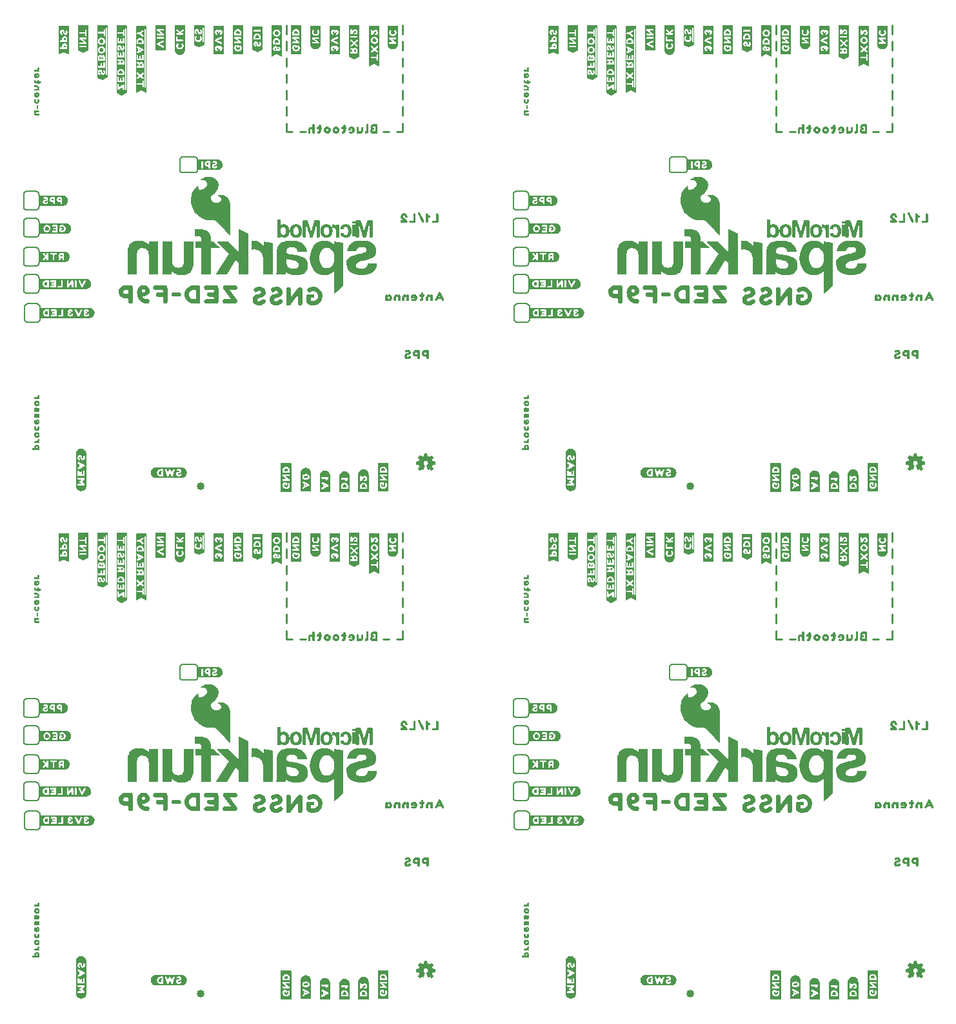
<source format=gbo>
G04 EAGLE Gerber RS-274X export*
G75*
%MOMM*%
%FSLAX34Y34*%
%LPD*%
%INSilkscreen Bottom*%
%IPPOS*%
%AMOC8*
5,1,8,0,0,1.08239X$1,22.5*%
G01*
%ADD10C,1.016000*%
%ADD11C,0.254000*%
%ADD12C,0.203200*%
%ADD13C,0.152400*%

G36*
X924055Y359472D02*
X924055Y359472D01*
X924081Y359473D01*
X924135Y359503D01*
X924193Y359525D01*
X924210Y359544D01*
X924233Y359556D01*
X924268Y359607D01*
X924310Y359652D01*
X924318Y359677D01*
X924333Y359698D01*
X924349Y359782D01*
X924360Y359818D01*
X924358Y359828D01*
X924360Y359840D01*
X924360Y401140D01*
X924354Y401165D01*
X924355Y401200D01*
X923955Y403700D01*
X923948Y403719D01*
X923946Y403744D01*
X923346Y405844D01*
X923330Y405873D01*
X923316Y405918D01*
X922416Y407618D01*
X922394Y407643D01*
X922370Y407686D01*
X921270Y408986D01*
X921253Y408998D01*
X921237Y409020D01*
X920037Y410120D01*
X920013Y410134D01*
X919986Y410160D01*
X918586Y411060D01*
X918568Y411066D01*
X918550Y411080D01*
X917150Y411780D01*
X917124Y411786D01*
X917093Y411803D01*
X915493Y412303D01*
X915465Y412305D01*
X915427Y412317D01*
X913827Y412517D01*
X913818Y412516D01*
X913807Y412519D01*
X912407Y412619D01*
X912382Y412615D01*
X912348Y412619D01*
X911148Y412519D01*
X911130Y412513D01*
X911105Y412513D01*
X910105Y412313D01*
X910098Y412309D01*
X910088Y412309D01*
X909297Y412111D01*
X908805Y412013D01*
X908771Y411997D01*
X908710Y411980D01*
X908539Y411895D01*
X908510Y411880D01*
X908445Y411826D01*
X908379Y411772D01*
X908378Y411770D01*
X908377Y411769D01*
X908343Y411693D01*
X908307Y411614D01*
X908307Y411612D01*
X908306Y411611D01*
X908310Y411526D01*
X908313Y411441D01*
X908314Y411439D01*
X908314Y411438D01*
X908355Y411362D01*
X908395Y411288D01*
X908396Y411287D01*
X908397Y411286D01*
X908407Y411279D01*
X908510Y411200D01*
X908710Y411100D01*
X908743Y411092D01*
X908788Y411071D01*
X909133Y410985D01*
X909584Y410714D01*
X909606Y410707D01*
X909630Y410691D01*
X910292Y410407D01*
X911633Y409449D01*
X912189Y408894D01*
X912637Y408265D01*
X912900Y407478D01*
X912900Y406596D01*
X912629Y405695D01*
X912072Y404766D01*
X911323Y403923D01*
X910287Y403170D01*
X909053Y402600D01*
X907533Y402220D01*
X905239Y402220D01*
X903139Y402888D01*
X901429Y403934D01*
X900219Y405330D01*
X899663Y407090D01*
X899757Y409060D01*
X900610Y411240D01*
X902558Y413480D01*
X905049Y415971D01*
X905060Y415990D01*
X905081Y416008D01*
X907081Y418608D01*
X907092Y418632D01*
X907115Y418660D01*
X908515Y421260D01*
X908524Y421295D01*
X908548Y421345D01*
X909248Y424045D01*
X909249Y424082D01*
X909260Y424140D01*
X909260Y426640D01*
X909251Y426678D01*
X909242Y426756D01*
X908442Y429256D01*
X908422Y429289D01*
X908390Y429360D01*
X906690Y431760D01*
X906663Y431784D01*
X906626Y431830D01*
X904026Y434030D01*
X903994Y434047D01*
X903950Y434080D01*
X900550Y435780D01*
X900514Y435789D01*
X900459Y435812D01*
X897159Y436512D01*
X897123Y436511D01*
X897067Y436520D01*
X894067Y436420D01*
X894035Y436411D01*
X893985Y436408D01*
X891285Y435708D01*
X891267Y435699D01*
X891241Y435694D01*
X888941Y434794D01*
X888923Y434781D01*
X888895Y434772D01*
X887095Y433772D01*
X887080Y433759D01*
X887056Y433748D01*
X885956Y432948D01*
X885955Y432946D01*
X885952Y432944D01*
X885552Y432644D01*
X885518Y432604D01*
X885478Y432571D01*
X885463Y432538D01*
X885441Y432511D01*
X885428Y432460D01*
X885407Y432412D01*
X885408Y432377D01*
X885400Y432343D01*
X885411Y432292D01*
X885413Y432239D01*
X885430Y432208D01*
X885438Y432174D01*
X885471Y432133D01*
X885496Y432087D01*
X885525Y432067D01*
X885547Y432039D01*
X885595Y432018D01*
X885638Y431987D01*
X885678Y431980D01*
X885705Y431967D01*
X885736Y431968D01*
X885780Y431960D01*
X885980Y431960D01*
X886006Y431966D01*
X886043Y431965D01*
X886632Y432063D01*
X887501Y432160D01*
X888549Y432160D01*
X889706Y431967D01*
X890938Y431682D01*
X892054Y431032D01*
X893118Y430065D01*
X893768Y429415D01*
X894128Y428694D01*
X894407Y427858D01*
X894497Y427040D01*
X894406Y426216D01*
X894125Y425281D01*
X893658Y424346D01*
X892889Y423385D01*
X892110Y422508D01*
X891134Y421630D01*
X890164Y420854D01*
X889005Y420178D01*
X887936Y419692D01*
X886880Y419308D01*
X885846Y419120D01*
X885047Y419120D01*
X884077Y419473D01*
X883387Y420077D01*
X883041Y420768D01*
X882856Y421602D01*
X882760Y422461D01*
X882760Y423202D01*
X882843Y423616D01*
X882920Y423770D01*
X882924Y423785D01*
X882933Y423798D01*
X882959Y423932D01*
X882960Y423939D01*
X882960Y423940D01*
X882960Y424040D01*
X882946Y424101D01*
X882940Y424164D01*
X882926Y424185D01*
X882921Y424209D01*
X882881Y424257D01*
X882847Y424310D01*
X882826Y424323D01*
X882811Y424342D01*
X882753Y424368D01*
X882700Y424401D01*
X882675Y424403D01*
X882652Y424413D01*
X882590Y424411D01*
X882527Y424417D01*
X882501Y424408D01*
X882479Y424407D01*
X882446Y424389D01*
X882390Y424369D01*
X879790Y422869D01*
X879761Y422843D01*
X879701Y422798D01*
X877301Y420198D01*
X877283Y420168D01*
X877274Y420157D01*
X877266Y420150D01*
X877263Y420144D01*
X877250Y420129D01*
X875250Y416629D01*
X875242Y416603D01*
X875224Y416573D01*
X873624Y412273D01*
X873619Y412240D01*
X873604Y412195D01*
X872904Y407395D01*
X872906Y407363D01*
X872900Y407319D01*
X873200Y402019D01*
X873210Y401987D01*
X873213Y401940D01*
X874713Y396440D01*
X874729Y396410D01*
X874744Y396363D01*
X877644Y390863D01*
X877664Y390839D01*
X877684Y390801D01*
X879784Y388201D01*
X879796Y388192D01*
X879805Y388177D01*
X882105Y385777D01*
X882121Y385767D01*
X882135Y385749D01*
X884635Y383649D01*
X884658Y383638D01*
X884683Y383615D01*
X887483Y381915D01*
X887502Y381909D01*
X887524Y381893D01*
X890624Y380493D01*
X890649Y380488D01*
X890680Y380473D01*
X893980Y379573D01*
X894005Y379572D01*
X894037Y379562D01*
X897537Y379162D01*
X897556Y379164D01*
X897580Y379160D01*
X901470Y379160D01*
X903328Y379062D01*
X905061Y378677D01*
X906589Y378008D01*
X908037Y376947D01*
X909511Y375571D01*
X911100Y373883D01*
X912797Y371986D01*
X912798Y371985D01*
X914698Y369885D01*
X914701Y369883D01*
X914704Y369879D01*
X916500Y367983D01*
X918197Y366086D01*
X919690Y364394D01*
X920985Y362800D01*
X920994Y362794D01*
X921001Y362782D01*
X922191Y361492D01*
X922976Y360511D01*
X923471Y359819D01*
X923491Y359801D01*
X923511Y359771D01*
X923711Y359571D01*
X923733Y359558D01*
X923749Y359538D01*
X923806Y359512D01*
X923858Y359480D01*
X923884Y359477D01*
X923908Y359467D01*
X923969Y359469D01*
X924031Y359463D01*
X924055Y359472D01*
G37*
G36*
X924055Y1024952D02*
X924055Y1024952D01*
X924081Y1024953D01*
X924135Y1024983D01*
X924193Y1025005D01*
X924210Y1025024D01*
X924233Y1025036D01*
X924268Y1025087D01*
X924310Y1025132D01*
X924318Y1025157D01*
X924333Y1025178D01*
X924349Y1025262D01*
X924360Y1025298D01*
X924358Y1025308D01*
X924360Y1025320D01*
X924360Y1066620D01*
X924354Y1066645D01*
X924355Y1066680D01*
X923955Y1069180D01*
X923948Y1069199D01*
X923946Y1069224D01*
X923346Y1071324D01*
X923330Y1071353D01*
X923316Y1071398D01*
X922416Y1073098D01*
X922394Y1073123D01*
X922370Y1073166D01*
X921270Y1074466D01*
X921253Y1074478D01*
X921237Y1074500D01*
X920037Y1075600D01*
X920013Y1075614D01*
X919986Y1075640D01*
X918586Y1076540D01*
X918568Y1076546D01*
X918550Y1076560D01*
X917150Y1077260D01*
X917124Y1077266D01*
X917093Y1077283D01*
X915493Y1077783D01*
X915465Y1077785D01*
X915427Y1077797D01*
X913827Y1077997D01*
X913818Y1077996D01*
X913807Y1077999D01*
X912407Y1078099D01*
X912382Y1078095D01*
X912348Y1078099D01*
X911148Y1077999D01*
X911130Y1077993D01*
X911105Y1077993D01*
X910105Y1077793D01*
X910098Y1077789D01*
X910088Y1077789D01*
X909297Y1077591D01*
X908805Y1077493D01*
X908771Y1077477D01*
X908710Y1077460D01*
X908539Y1077375D01*
X908510Y1077360D01*
X908445Y1077306D01*
X908379Y1077252D01*
X908378Y1077250D01*
X908377Y1077249D01*
X908343Y1077173D01*
X908307Y1077094D01*
X908307Y1077092D01*
X908306Y1077091D01*
X908310Y1077006D01*
X908313Y1076921D01*
X908314Y1076919D01*
X908314Y1076918D01*
X908355Y1076842D01*
X908395Y1076768D01*
X908396Y1076767D01*
X908397Y1076766D01*
X908407Y1076759D01*
X908510Y1076680D01*
X908710Y1076580D01*
X908743Y1076572D01*
X908788Y1076551D01*
X909133Y1076465D01*
X909584Y1076194D01*
X909606Y1076187D01*
X909630Y1076171D01*
X910292Y1075887D01*
X911634Y1074929D01*
X912189Y1074373D01*
X912637Y1073745D01*
X912900Y1072958D01*
X912900Y1072076D01*
X912629Y1071175D01*
X912072Y1070246D01*
X911323Y1069403D01*
X910287Y1068650D01*
X909053Y1068080D01*
X907533Y1067700D01*
X905239Y1067700D01*
X903139Y1068368D01*
X901429Y1069414D01*
X900219Y1070810D01*
X899663Y1072570D01*
X899757Y1074540D01*
X900610Y1076720D01*
X902558Y1078960D01*
X905049Y1081451D01*
X905060Y1081470D01*
X905081Y1081488D01*
X907081Y1084088D01*
X907092Y1084112D01*
X907115Y1084140D01*
X908515Y1086740D01*
X908524Y1086775D01*
X908548Y1086825D01*
X909248Y1089525D01*
X909249Y1089562D01*
X909260Y1089620D01*
X909260Y1092120D01*
X909251Y1092158D01*
X909242Y1092236D01*
X908442Y1094736D01*
X908422Y1094769D01*
X908390Y1094840D01*
X906690Y1097240D01*
X906663Y1097264D01*
X906626Y1097310D01*
X904026Y1099510D01*
X903994Y1099527D01*
X903950Y1099560D01*
X900550Y1101260D01*
X900514Y1101269D01*
X900459Y1101292D01*
X897159Y1101992D01*
X897123Y1101991D01*
X897067Y1102000D01*
X894067Y1101900D01*
X894035Y1101891D01*
X893985Y1101888D01*
X891285Y1101188D01*
X891267Y1101179D01*
X891241Y1101174D01*
X888941Y1100274D01*
X888923Y1100261D01*
X888895Y1100252D01*
X887095Y1099252D01*
X887080Y1099239D01*
X887056Y1099228D01*
X885956Y1098428D01*
X885955Y1098426D01*
X885952Y1098424D01*
X885552Y1098124D01*
X885518Y1098084D01*
X885478Y1098051D01*
X885463Y1098018D01*
X885441Y1097991D01*
X885428Y1097940D01*
X885407Y1097892D01*
X885408Y1097857D01*
X885400Y1097823D01*
X885411Y1097772D01*
X885413Y1097719D01*
X885430Y1097688D01*
X885438Y1097654D01*
X885471Y1097613D01*
X885496Y1097567D01*
X885525Y1097547D01*
X885547Y1097519D01*
X885595Y1097498D01*
X885638Y1097467D01*
X885678Y1097460D01*
X885705Y1097447D01*
X885736Y1097448D01*
X885780Y1097440D01*
X885980Y1097440D01*
X886006Y1097446D01*
X886043Y1097445D01*
X886632Y1097543D01*
X887501Y1097640D01*
X888549Y1097640D01*
X889706Y1097447D01*
X890938Y1097162D01*
X892054Y1096512D01*
X893118Y1095545D01*
X893768Y1094895D01*
X894128Y1094174D01*
X894407Y1093338D01*
X894497Y1092520D01*
X894406Y1091696D01*
X894125Y1090761D01*
X893658Y1089826D01*
X892889Y1088865D01*
X892110Y1087988D01*
X891134Y1087110D01*
X890164Y1086334D01*
X889005Y1085658D01*
X887936Y1085172D01*
X886880Y1084788D01*
X885846Y1084600D01*
X885047Y1084600D01*
X884077Y1084953D01*
X883387Y1085557D01*
X883041Y1086248D01*
X882856Y1087082D01*
X882760Y1087941D01*
X882760Y1088682D01*
X882843Y1089096D01*
X882920Y1089250D01*
X882924Y1089265D01*
X882933Y1089278D01*
X882959Y1089412D01*
X882960Y1089419D01*
X882960Y1089420D01*
X882960Y1089520D01*
X882946Y1089581D01*
X882940Y1089644D01*
X882926Y1089665D01*
X882921Y1089689D01*
X882881Y1089737D01*
X882847Y1089790D01*
X882826Y1089803D01*
X882811Y1089822D01*
X882753Y1089848D01*
X882700Y1089881D01*
X882675Y1089883D01*
X882652Y1089893D01*
X882590Y1089891D01*
X882527Y1089897D01*
X882501Y1089888D01*
X882479Y1089887D01*
X882446Y1089869D01*
X882390Y1089849D01*
X879790Y1088349D01*
X879761Y1088323D01*
X879701Y1088278D01*
X877301Y1085678D01*
X877283Y1085648D01*
X877274Y1085637D01*
X877266Y1085630D01*
X877263Y1085624D01*
X877250Y1085609D01*
X875250Y1082109D01*
X875242Y1082083D01*
X875224Y1082053D01*
X873624Y1077753D01*
X873619Y1077720D01*
X873604Y1077675D01*
X872904Y1072875D01*
X872906Y1072843D01*
X872900Y1072799D01*
X873200Y1067499D01*
X873210Y1067467D01*
X873213Y1067420D01*
X874713Y1061920D01*
X874729Y1061890D01*
X874744Y1061843D01*
X877644Y1056343D01*
X877664Y1056319D01*
X877684Y1056281D01*
X879784Y1053681D01*
X879796Y1053672D01*
X879805Y1053657D01*
X882105Y1051257D01*
X882121Y1051247D01*
X882135Y1051229D01*
X884635Y1049129D01*
X884658Y1049118D01*
X884683Y1049095D01*
X887483Y1047395D01*
X887502Y1047389D01*
X887524Y1047373D01*
X890624Y1045973D01*
X890649Y1045968D01*
X890680Y1045953D01*
X893980Y1045053D01*
X894005Y1045052D01*
X894037Y1045042D01*
X897537Y1044642D01*
X897556Y1044644D01*
X897580Y1044640D01*
X901470Y1044640D01*
X903328Y1044542D01*
X905061Y1044157D01*
X906589Y1043488D01*
X908037Y1042427D01*
X909511Y1041051D01*
X911100Y1039363D01*
X912797Y1037466D01*
X912798Y1037465D01*
X914698Y1035365D01*
X914701Y1035363D01*
X914704Y1035359D01*
X916500Y1033463D01*
X918197Y1031566D01*
X919690Y1029874D01*
X920985Y1028280D01*
X920994Y1028274D01*
X921001Y1028262D01*
X922191Y1026972D01*
X922976Y1025991D01*
X923471Y1025299D01*
X923491Y1025281D01*
X923511Y1025251D01*
X923711Y1025051D01*
X923733Y1025038D01*
X923749Y1025018D01*
X923806Y1024992D01*
X923858Y1024960D01*
X923884Y1024957D01*
X923908Y1024947D01*
X923969Y1024949D01*
X924031Y1024943D01*
X924055Y1024952D01*
G37*
G36*
X281435Y359472D02*
X281435Y359472D01*
X281461Y359473D01*
X281515Y359503D01*
X281573Y359525D01*
X281590Y359544D01*
X281613Y359556D01*
X281648Y359607D01*
X281690Y359652D01*
X281698Y359677D01*
X281713Y359698D01*
X281729Y359782D01*
X281740Y359818D01*
X281738Y359828D01*
X281740Y359840D01*
X281740Y401140D01*
X281734Y401165D01*
X281735Y401200D01*
X281335Y403700D01*
X281328Y403719D01*
X281326Y403744D01*
X280726Y405844D01*
X280710Y405873D01*
X280696Y405918D01*
X279796Y407618D01*
X279774Y407643D01*
X279750Y407686D01*
X278650Y408986D01*
X278633Y408998D01*
X278617Y409020D01*
X277417Y410120D01*
X277393Y410134D01*
X277366Y410160D01*
X275966Y411060D01*
X275948Y411066D01*
X275930Y411080D01*
X274530Y411780D01*
X274504Y411786D01*
X274473Y411803D01*
X272873Y412303D01*
X272845Y412305D01*
X272807Y412317D01*
X271207Y412517D01*
X271198Y412516D01*
X271187Y412519D01*
X269787Y412619D01*
X269762Y412615D01*
X269728Y412619D01*
X268528Y412519D01*
X268510Y412513D01*
X268485Y412513D01*
X267485Y412313D01*
X267478Y412309D01*
X267468Y412309D01*
X266677Y412111D01*
X266185Y412013D01*
X266151Y411997D01*
X266090Y411980D01*
X265919Y411895D01*
X265890Y411880D01*
X265825Y411826D01*
X265759Y411772D01*
X265758Y411770D01*
X265757Y411769D01*
X265723Y411693D01*
X265687Y411614D01*
X265687Y411612D01*
X265686Y411611D01*
X265690Y411526D01*
X265693Y411441D01*
X265694Y411439D01*
X265694Y411438D01*
X265735Y411362D01*
X265775Y411288D01*
X265776Y411287D01*
X265777Y411286D01*
X265787Y411279D01*
X265890Y411200D01*
X266090Y411100D01*
X266123Y411092D01*
X266168Y411071D01*
X266513Y410985D01*
X266964Y410714D01*
X266986Y410707D01*
X267010Y410691D01*
X267672Y410407D01*
X269013Y409449D01*
X269569Y408894D01*
X270017Y408265D01*
X270280Y407478D01*
X270280Y406596D01*
X270009Y405695D01*
X269452Y404766D01*
X268703Y403923D01*
X267667Y403170D01*
X266433Y402600D01*
X264913Y402220D01*
X262619Y402220D01*
X260519Y402888D01*
X258809Y403934D01*
X257599Y405330D01*
X257043Y407090D01*
X257137Y409060D01*
X257990Y411240D01*
X259938Y413480D01*
X262429Y415971D01*
X262440Y415990D01*
X262461Y416008D01*
X264461Y418608D01*
X264472Y418632D01*
X264495Y418660D01*
X265895Y421260D01*
X265904Y421295D01*
X265928Y421345D01*
X266628Y424045D01*
X266629Y424082D01*
X266640Y424140D01*
X266640Y426640D01*
X266631Y426678D01*
X266622Y426756D01*
X265822Y429256D01*
X265802Y429289D01*
X265770Y429360D01*
X264070Y431760D01*
X264043Y431784D01*
X264006Y431830D01*
X261406Y434030D01*
X261374Y434047D01*
X261330Y434080D01*
X257930Y435780D01*
X257894Y435789D01*
X257839Y435812D01*
X254539Y436512D01*
X254503Y436511D01*
X254447Y436520D01*
X251447Y436420D01*
X251415Y436411D01*
X251365Y436408D01*
X248665Y435708D01*
X248647Y435699D01*
X248621Y435694D01*
X246321Y434794D01*
X246303Y434781D01*
X246275Y434772D01*
X244475Y433772D01*
X244460Y433759D01*
X244436Y433748D01*
X243336Y432948D01*
X243335Y432946D01*
X243332Y432944D01*
X242932Y432644D01*
X242898Y432604D01*
X242858Y432571D01*
X242843Y432538D01*
X242821Y432511D01*
X242808Y432460D01*
X242787Y432412D01*
X242788Y432377D01*
X242780Y432343D01*
X242791Y432292D01*
X242793Y432239D01*
X242810Y432208D01*
X242818Y432174D01*
X242851Y432133D01*
X242876Y432087D01*
X242905Y432067D01*
X242927Y432039D01*
X242975Y432018D01*
X243018Y431987D01*
X243058Y431980D01*
X243085Y431967D01*
X243116Y431968D01*
X243160Y431960D01*
X243360Y431960D01*
X243386Y431966D01*
X243423Y431965D01*
X244012Y432063D01*
X244881Y432160D01*
X245929Y432160D01*
X247086Y431967D01*
X248318Y431682D01*
X249434Y431032D01*
X250498Y430065D01*
X251148Y429415D01*
X251508Y428694D01*
X251787Y427858D01*
X251877Y427040D01*
X251786Y426216D01*
X251505Y425281D01*
X251038Y424346D01*
X250269Y423385D01*
X249490Y422508D01*
X248514Y421630D01*
X247544Y420854D01*
X246385Y420178D01*
X245316Y419692D01*
X244260Y419308D01*
X243226Y419120D01*
X242427Y419120D01*
X241457Y419473D01*
X240767Y420077D01*
X240421Y420768D01*
X240236Y421602D01*
X240140Y422461D01*
X240140Y423202D01*
X240223Y423616D01*
X240300Y423770D01*
X240304Y423785D01*
X240313Y423798D01*
X240339Y423932D01*
X240340Y423939D01*
X240340Y423940D01*
X240340Y424040D01*
X240326Y424101D01*
X240320Y424164D01*
X240306Y424185D01*
X240301Y424209D01*
X240261Y424257D01*
X240227Y424310D01*
X240206Y424323D01*
X240191Y424342D01*
X240133Y424368D01*
X240080Y424401D01*
X240055Y424403D01*
X240032Y424413D01*
X239970Y424411D01*
X239907Y424417D01*
X239881Y424408D01*
X239859Y424407D01*
X239826Y424389D01*
X239770Y424369D01*
X237170Y422869D01*
X237141Y422843D01*
X237081Y422798D01*
X234681Y420198D01*
X234663Y420168D01*
X234654Y420157D01*
X234646Y420150D01*
X234643Y420144D01*
X234630Y420129D01*
X232630Y416629D01*
X232622Y416603D01*
X232604Y416573D01*
X231004Y412273D01*
X230999Y412240D01*
X230984Y412195D01*
X230284Y407395D01*
X230286Y407363D01*
X230280Y407319D01*
X230580Y402019D01*
X230590Y401987D01*
X230593Y401940D01*
X232093Y396440D01*
X232109Y396410D01*
X232124Y396363D01*
X235024Y390863D01*
X235044Y390839D01*
X235064Y390801D01*
X237164Y388201D01*
X237176Y388192D01*
X237185Y388177D01*
X239485Y385777D01*
X239501Y385767D01*
X239515Y385749D01*
X242015Y383649D01*
X242038Y383638D01*
X242063Y383615D01*
X244863Y381915D01*
X244882Y381909D01*
X244904Y381893D01*
X248004Y380493D01*
X248029Y380488D01*
X248060Y380473D01*
X251360Y379573D01*
X251385Y379572D01*
X251417Y379562D01*
X254917Y379162D01*
X254936Y379164D01*
X254960Y379160D01*
X258850Y379160D01*
X260708Y379062D01*
X262441Y378677D01*
X263969Y378008D01*
X265417Y376947D01*
X266891Y375571D01*
X268480Y373883D01*
X270177Y371986D01*
X270178Y371985D01*
X272078Y369885D01*
X272081Y369883D01*
X272084Y369879D01*
X273880Y367983D01*
X275577Y366086D01*
X277070Y364394D01*
X278365Y362800D01*
X278374Y362794D01*
X278381Y362782D01*
X279571Y361492D01*
X280356Y360511D01*
X280851Y359819D01*
X280871Y359801D01*
X280891Y359771D01*
X281091Y359571D01*
X281113Y359558D01*
X281129Y359538D01*
X281186Y359512D01*
X281238Y359480D01*
X281264Y359477D01*
X281288Y359467D01*
X281349Y359469D01*
X281411Y359463D01*
X281435Y359472D01*
G37*
G36*
X281435Y1024952D02*
X281435Y1024952D01*
X281461Y1024953D01*
X281515Y1024983D01*
X281573Y1025005D01*
X281590Y1025024D01*
X281613Y1025036D01*
X281648Y1025087D01*
X281690Y1025132D01*
X281698Y1025157D01*
X281713Y1025178D01*
X281729Y1025262D01*
X281740Y1025298D01*
X281738Y1025308D01*
X281740Y1025320D01*
X281740Y1066620D01*
X281734Y1066645D01*
X281735Y1066680D01*
X281335Y1069180D01*
X281328Y1069199D01*
X281326Y1069224D01*
X280726Y1071324D01*
X280710Y1071353D01*
X280696Y1071398D01*
X279796Y1073098D01*
X279774Y1073123D01*
X279750Y1073166D01*
X278650Y1074466D01*
X278633Y1074478D01*
X278617Y1074500D01*
X277417Y1075600D01*
X277393Y1075614D01*
X277366Y1075640D01*
X275966Y1076540D01*
X275948Y1076546D01*
X275930Y1076560D01*
X274530Y1077260D01*
X274504Y1077266D01*
X274473Y1077283D01*
X272873Y1077783D01*
X272845Y1077785D01*
X272807Y1077797D01*
X271207Y1077997D01*
X271198Y1077996D01*
X271187Y1077999D01*
X269787Y1078099D01*
X269762Y1078095D01*
X269728Y1078099D01*
X268528Y1077999D01*
X268510Y1077993D01*
X268485Y1077993D01*
X267485Y1077793D01*
X267478Y1077789D01*
X267468Y1077789D01*
X266677Y1077591D01*
X266185Y1077493D01*
X266151Y1077477D01*
X266090Y1077460D01*
X265919Y1077375D01*
X265890Y1077360D01*
X265825Y1077306D01*
X265759Y1077252D01*
X265758Y1077250D01*
X265757Y1077249D01*
X265723Y1077173D01*
X265687Y1077094D01*
X265687Y1077092D01*
X265686Y1077091D01*
X265690Y1077006D01*
X265693Y1076921D01*
X265694Y1076919D01*
X265694Y1076918D01*
X265735Y1076842D01*
X265775Y1076768D01*
X265776Y1076767D01*
X265777Y1076766D01*
X265787Y1076759D01*
X265890Y1076680D01*
X266090Y1076580D01*
X266123Y1076572D01*
X266168Y1076551D01*
X266513Y1076465D01*
X266964Y1076194D01*
X266986Y1076187D01*
X267010Y1076171D01*
X267672Y1075887D01*
X269014Y1074929D01*
X269569Y1074373D01*
X270017Y1073745D01*
X270280Y1072958D01*
X270280Y1072076D01*
X270009Y1071175D01*
X269452Y1070246D01*
X268703Y1069403D01*
X267667Y1068650D01*
X266433Y1068080D01*
X264913Y1067700D01*
X262619Y1067700D01*
X260519Y1068368D01*
X258809Y1069414D01*
X257599Y1070810D01*
X257043Y1072570D01*
X257137Y1074540D01*
X257990Y1076720D01*
X259938Y1078960D01*
X262429Y1081451D01*
X262440Y1081470D01*
X262461Y1081488D01*
X264461Y1084088D01*
X264472Y1084112D01*
X264495Y1084140D01*
X265895Y1086740D01*
X265904Y1086775D01*
X265928Y1086825D01*
X266628Y1089525D01*
X266629Y1089562D01*
X266640Y1089620D01*
X266640Y1092120D01*
X266631Y1092158D01*
X266622Y1092236D01*
X265822Y1094736D01*
X265802Y1094769D01*
X265770Y1094840D01*
X264070Y1097240D01*
X264043Y1097264D01*
X264006Y1097310D01*
X261406Y1099510D01*
X261374Y1099527D01*
X261330Y1099560D01*
X257930Y1101260D01*
X257894Y1101269D01*
X257839Y1101292D01*
X254539Y1101992D01*
X254503Y1101991D01*
X254447Y1102000D01*
X251447Y1101900D01*
X251415Y1101891D01*
X251365Y1101888D01*
X248665Y1101188D01*
X248647Y1101179D01*
X248621Y1101174D01*
X246321Y1100274D01*
X246303Y1100261D01*
X246275Y1100252D01*
X244475Y1099252D01*
X244460Y1099239D01*
X244436Y1099228D01*
X243336Y1098428D01*
X243335Y1098426D01*
X243332Y1098424D01*
X242932Y1098124D01*
X242898Y1098084D01*
X242858Y1098051D01*
X242843Y1098018D01*
X242821Y1097991D01*
X242808Y1097940D01*
X242787Y1097892D01*
X242788Y1097857D01*
X242780Y1097823D01*
X242791Y1097772D01*
X242793Y1097719D01*
X242810Y1097688D01*
X242818Y1097654D01*
X242851Y1097613D01*
X242876Y1097567D01*
X242905Y1097547D01*
X242927Y1097519D01*
X242975Y1097498D01*
X243018Y1097467D01*
X243058Y1097460D01*
X243085Y1097447D01*
X243116Y1097448D01*
X243160Y1097440D01*
X243360Y1097440D01*
X243386Y1097446D01*
X243423Y1097445D01*
X244012Y1097543D01*
X244881Y1097640D01*
X245929Y1097640D01*
X247086Y1097447D01*
X248318Y1097162D01*
X249434Y1096512D01*
X250498Y1095545D01*
X251148Y1094895D01*
X251508Y1094174D01*
X251787Y1093338D01*
X251877Y1092520D01*
X251786Y1091696D01*
X251505Y1090761D01*
X251038Y1089826D01*
X250269Y1088865D01*
X249490Y1087988D01*
X248514Y1087110D01*
X247544Y1086334D01*
X246385Y1085658D01*
X245316Y1085172D01*
X244260Y1084788D01*
X243226Y1084600D01*
X242427Y1084600D01*
X241457Y1084953D01*
X240767Y1085557D01*
X240421Y1086248D01*
X240236Y1087082D01*
X240140Y1087941D01*
X240140Y1088682D01*
X240223Y1089096D01*
X240300Y1089250D01*
X240304Y1089265D01*
X240313Y1089278D01*
X240339Y1089412D01*
X240340Y1089419D01*
X240340Y1089420D01*
X240340Y1089520D01*
X240326Y1089581D01*
X240320Y1089644D01*
X240306Y1089665D01*
X240301Y1089689D01*
X240261Y1089737D01*
X240227Y1089790D01*
X240206Y1089803D01*
X240191Y1089822D01*
X240133Y1089848D01*
X240080Y1089881D01*
X240055Y1089883D01*
X240032Y1089893D01*
X239970Y1089891D01*
X239907Y1089897D01*
X239881Y1089888D01*
X239859Y1089887D01*
X239826Y1089869D01*
X239770Y1089849D01*
X237170Y1088349D01*
X237141Y1088323D01*
X237081Y1088278D01*
X234681Y1085678D01*
X234663Y1085648D01*
X234654Y1085637D01*
X234646Y1085630D01*
X234643Y1085624D01*
X234630Y1085609D01*
X232630Y1082109D01*
X232622Y1082083D01*
X232604Y1082053D01*
X231004Y1077753D01*
X230999Y1077720D01*
X230984Y1077675D01*
X230284Y1072875D01*
X230286Y1072843D01*
X230280Y1072799D01*
X230580Y1067499D01*
X230590Y1067467D01*
X230593Y1067420D01*
X232093Y1061920D01*
X232109Y1061890D01*
X232124Y1061843D01*
X235024Y1056343D01*
X235044Y1056319D01*
X235064Y1056281D01*
X237164Y1053681D01*
X237176Y1053672D01*
X237185Y1053657D01*
X239485Y1051257D01*
X239501Y1051247D01*
X239515Y1051229D01*
X242015Y1049129D01*
X242038Y1049118D01*
X242063Y1049095D01*
X244863Y1047395D01*
X244882Y1047389D01*
X244904Y1047373D01*
X248004Y1045973D01*
X248029Y1045968D01*
X248060Y1045953D01*
X251360Y1045053D01*
X251385Y1045052D01*
X251417Y1045042D01*
X254917Y1044642D01*
X254936Y1044644D01*
X254960Y1044640D01*
X258850Y1044640D01*
X260708Y1044542D01*
X262441Y1044157D01*
X263969Y1043488D01*
X265417Y1042427D01*
X266891Y1041051D01*
X268480Y1039363D01*
X270177Y1037466D01*
X270178Y1037465D01*
X272078Y1035365D01*
X272081Y1035363D01*
X272084Y1035359D01*
X273880Y1033463D01*
X275577Y1031566D01*
X277070Y1029874D01*
X278365Y1028280D01*
X278374Y1028274D01*
X278381Y1028262D01*
X279571Y1026972D01*
X280356Y1025991D01*
X280851Y1025299D01*
X280871Y1025281D01*
X280891Y1025251D01*
X281091Y1025051D01*
X281113Y1025038D01*
X281129Y1025018D01*
X281186Y1024992D01*
X281238Y1024960D01*
X281264Y1024957D01*
X281288Y1024947D01*
X281349Y1024949D01*
X281411Y1024943D01*
X281435Y1024952D01*
G37*
G36*
X418486Y948550D02*
X418486Y948550D01*
X418561Y948553D01*
X418571Y948559D01*
X418583Y948560D01*
X418709Y948633D01*
X420209Y949933D01*
X420213Y949937D01*
X420219Y949941D01*
X421614Y951237D01*
X424609Y953833D01*
X424613Y953837D01*
X424619Y953841D01*
X426014Y955137D01*
X427509Y956433D01*
X427513Y956437D01*
X427519Y956441D01*
X428914Y957737D01*
X430409Y959033D01*
X430411Y959035D01*
X430413Y959036D01*
X430461Y959104D01*
X430511Y959173D01*
X430511Y959176D01*
X430513Y959178D01*
X430540Y959320D01*
X430540Y1014620D01*
X430538Y1014631D01*
X430540Y1014642D01*
X430518Y1014714D01*
X430501Y1014789D01*
X430494Y1014797D01*
X430491Y1014808D01*
X430439Y1014864D01*
X430391Y1014922D01*
X430381Y1014927D01*
X430373Y1014935D01*
X430240Y1014992D01*
X428840Y1015292D01*
X428828Y1015292D01*
X428814Y1015296D01*
X427427Y1015495D01*
X426040Y1015792D01*
X426028Y1015792D01*
X426014Y1015796D01*
X424630Y1015994D01*
X423346Y1016291D01*
X423331Y1016290D01*
X423314Y1016296D01*
X421927Y1016495D01*
X420540Y1016792D01*
X420528Y1016792D01*
X420514Y1016796D01*
X419114Y1016996D01*
X419037Y1016990D01*
X418959Y1016987D01*
X418951Y1016982D01*
X418941Y1016981D01*
X418875Y1016941D01*
X418807Y1016904D01*
X418802Y1016896D01*
X418793Y1016891D01*
X418758Y1016836D01*
X418758Y1016835D01*
X418757Y1016834D01*
X418752Y1016825D01*
X418707Y1016762D01*
X418705Y1016752D01*
X418701Y1016745D01*
X418697Y1016709D01*
X418694Y1016693D01*
X418687Y1016677D01*
X418687Y1016659D01*
X418680Y1016620D01*
X418680Y1012299D01*
X418173Y1013035D01*
X418161Y1013047D01*
X418156Y1013055D01*
X418151Y1013058D01*
X418139Y1013079D01*
X416839Y1014479D01*
X416817Y1014493D01*
X416795Y1014519D01*
X415395Y1015619D01*
X415372Y1015630D01*
X415346Y1015651D01*
X413746Y1016551D01*
X413727Y1016557D01*
X413705Y1016572D01*
X412005Y1017272D01*
X411987Y1017274D01*
X411967Y1017285D01*
X410267Y1017785D01*
X410246Y1017786D01*
X410219Y1017796D01*
X408319Y1018096D01*
X408302Y1018094D01*
X408280Y1018100D01*
X406380Y1018200D01*
X406354Y1018195D01*
X406320Y1018198D01*
X401620Y1017698D01*
X401586Y1017686D01*
X401532Y1017678D01*
X397632Y1016278D01*
X397601Y1016258D01*
X397549Y1016236D01*
X394249Y1014036D01*
X394226Y1014012D01*
X394186Y1013984D01*
X391486Y1011184D01*
X391469Y1011155D01*
X391451Y1011136D01*
X391446Y1011131D01*
X391445Y1011129D01*
X391436Y1011120D01*
X389336Y1007720D01*
X389326Y1007689D01*
X389302Y1007648D01*
X387902Y1003748D01*
X387900Y1003726D01*
X387888Y1003700D01*
X386988Y999500D01*
X386989Y999476D01*
X386981Y999446D01*
X386681Y995046D01*
X386684Y995023D01*
X386681Y994993D01*
X386981Y990793D01*
X386988Y990769D01*
X386989Y990737D01*
X387889Y986737D01*
X387892Y986729D01*
X387893Y986722D01*
X387900Y986709D01*
X387903Y986689D01*
X389303Y982889D01*
X389322Y982859D01*
X389342Y982811D01*
X391442Y979611D01*
X391462Y979593D01*
X391481Y979561D01*
X394081Y976761D01*
X394112Y976741D01*
X394151Y976702D01*
X397351Y974602D01*
X397384Y974590D01*
X397429Y974563D01*
X401229Y973163D01*
X401264Y973159D01*
X401316Y973142D01*
X405616Y972642D01*
X405649Y972646D01*
X405698Y972642D01*
X407698Y972842D01*
X407709Y972845D01*
X407723Y972845D01*
X409523Y973145D01*
X409539Y973152D01*
X409562Y973154D01*
X411362Y973654D01*
X411379Y973663D01*
X411405Y973668D01*
X413105Y974368D01*
X413125Y974383D01*
X413156Y974394D01*
X414656Y975294D01*
X414667Y975305D01*
X414685Y975313D01*
X416185Y976413D01*
X416201Y976432D01*
X416229Y976451D01*
X417529Y977751D01*
X417536Y977762D01*
X417549Y977773D01*
X418080Y978392D01*
X418080Y948920D01*
X418083Y948908D01*
X418081Y948896D01*
X418102Y948825D01*
X418119Y948751D01*
X418127Y948742D01*
X418130Y948730D01*
X418182Y948676D01*
X418229Y948618D01*
X418241Y948613D01*
X418249Y948604D01*
X418319Y948577D01*
X418388Y948547D01*
X418400Y948547D01*
X418411Y948543D01*
X418486Y948550D01*
G37*
G36*
X1061106Y948550D02*
X1061106Y948550D01*
X1061181Y948553D01*
X1061191Y948559D01*
X1061203Y948560D01*
X1061329Y948633D01*
X1062829Y949933D01*
X1062833Y949937D01*
X1062839Y949941D01*
X1064234Y951237D01*
X1067229Y953833D01*
X1067233Y953837D01*
X1067239Y953841D01*
X1068634Y955137D01*
X1070129Y956433D01*
X1070133Y956437D01*
X1070139Y956441D01*
X1071534Y957737D01*
X1073029Y959033D01*
X1073031Y959035D01*
X1073033Y959036D01*
X1073081Y959104D01*
X1073131Y959173D01*
X1073131Y959176D01*
X1073133Y959178D01*
X1073160Y959320D01*
X1073160Y1014620D01*
X1073158Y1014631D01*
X1073160Y1014642D01*
X1073138Y1014714D01*
X1073121Y1014789D01*
X1073114Y1014797D01*
X1073111Y1014808D01*
X1073059Y1014864D01*
X1073011Y1014922D01*
X1073001Y1014927D01*
X1072993Y1014935D01*
X1072860Y1014992D01*
X1071460Y1015292D01*
X1071448Y1015292D01*
X1071434Y1015296D01*
X1070047Y1015495D01*
X1068660Y1015792D01*
X1068648Y1015792D01*
X1068634Y1015796D01*
X1067250Y1015994D01*
X1065966Y1016291D01*
X1065951Y1016290D01*
X1065934Y1016296D01*
X1064547Y1016495D01*
X1063160Y1016792D01*
X1063148Y1016792D01*
X1063134Y1016796D01*
X1061734Y1016996D01*
X1061657Y1016990D01*
X1061579Y1016987D01*
X1061571Y1016982D01*
X1061561Y1016981D01*
X1061495Y1016941D01*
X1061427Y1016904D01*
X1061422Y1016896D01*
X1061413Y1016891D01*
X1061378Y1016836D01*
X1061378Y1016835D01*
X1061377Y1016834D01*
X1061372Y1016825D01*
X1061327Y1016762D01*
X1061325Y1016752D01*
X1061321Y1016745D01*
X1061317Y1016709D01*
X1061314Y1016693D01*
X1061307Y1016677D01*
X1061307Y1016659D01*
X1061300Y1016620D01*
X1061300Y1012299D01*
X1060793Y1013035D01*
X1060781Y1013047D01*
X1060776Y1013055D01*
X1060771Y1013058D01*
X1060759Y1013079D01*
X1059459Y1014479D01*
X1059437Y1014493D01*
X1059415Y1014519D01*
X1058015Y1015619D01*
X1057992Y1015630D01*
X1057966Y1015651D01*
X1056366Y1016551D01*
X1056347Y1016557D01*
X1056325Y1016572D01*
X1054625Y1017272D01*
X1054607Y1017274D01*
X1054587Y1017285D01*
X1052887Y1017785D01*
X1052866Y1017786D01*
X1052839Y1017796D01*
X1050939Y1018096D01*
X1050922Y1018094D01*
X1050900Y1018100D01*
X1049000Y1018200D01*
X1048974Y1018195D01*
X1048940Y1018198D01*
X1044240Y1017698D01*
X1044206Y1017686D01*
X1044152Y1017678D01*
X1040252Y1016278D01*
X1040221Y1016258D01*
X1040169Y1016236D01*
X1036869Y1014036D01*
X1036846Y1014012D01*
X1036806Y1013984D01*
X1034106Y1011184D01*
X1034089Y1011155D01*
X1034071Y1011136D01*
X1034066Y1011131D01*
X1034065Y1011129D01*
X1034056Y1011120D01*
X1031956Y1007720D01*
X1031946Y1007689D01*
X1031922Y1007648D01*
X1030522Y1003748D01*
X1030520Y1003726D01*
X1030508Y1003700D01*
X1029608Y999500D01*
X1029609Y999476D01*
X1029601Y999446D01*
X1029301Y995046D01*
X1029304Y995023D01*
X1029301Y994993D01*
X1029601Y990793D01*
X1029608Y990769D01*
X1029609Y990737D01*
X1030509Y986737D01*
X1030512Y986729D01*
X1030513Y986722D01*
X1030520Y986709D01*
X1030523Y986689D01*
X1031923Y982889D01*
X1031942Y982859D01*
X1031962Y982811D01*
X1034062Y979611D01*
X1034082Y979593D01*
X1034101Y979561D01*
X1036701Y976761D01*
X1036732Y976741D01*
X1036771Y976702D01*
X1039971Y974602D01*
X1040004Y974590D01*
X1040049Y974563D01*
X1043849Y973163D01*
X1043884Y973159D01*
X1043936Y973142D01*
X1048236Y972642D01*
X1048269Y972646D01*
X1048318Y972642D01*
X1050318Y972842D01*
X1050329Y972845D01*
X1050343Y972845D01*
X1052143Y973145D01*
X1052159Y973152D01*
X1052182Y973154D01*
X1053982Y973654D01*
X1053999Y973663D01*
X1054025Y973668D01*
X1055725Y974368D01*
X1055745Y974383D01*
X1055776Y974394D01*
X1057276Y975294D01*
X1057287Y975305D01*
X1057305Y975313D01*
X1058805Y976413D01*
X1058821Y976432D01*
X1058849Y976451D01*
X1060149Y977751D01*
X1060156Y977762D01*
X1060169Y977773D01*
X1060700Y978392D01*
X1060700Y948920D01*
X1060703Y948908D01*
X1060701Y948896D01*
X1060722Y948825D01*
X1060739Y948751D01*
X1060747Y948742D01*
X1060750Y948730D01*
X1060802Y948676D01*
X1060849Y948618D01*
X1060861Y948613D01*
X1060869Y948604D01*
X1060939Y948577D01*
X1061008Y948547D01*
X1061020Y948547D01*
X1061031Y948543D01*
X1061106Y948550D01*
G37*
G36*
X418486Y283070D02*
X418486Y283070D01*
X418561Y283073D01*
X418571Y283079D01*
X418583Y283080D01*
X418709Y283153D01*
X420209Y284453D01*
X420213Y284457D01*
X420219Y284461D01*
X421614Y285757D01*
X424609Y288353D01*
X424613Y288357D01*
X424619Y288361D01*
X426014Y289657D01*
X427509Y290953D01*
X427513Y290957D01*
X427519Y290961D01*
X428914Y292257D01*
X430409Y293553D01*
X430411Y293555D01*
X430413Y293556D01*
X430461Y293624D01*
X430511Y293693D01*
X430511Y293696D01*
X430513Y293698D01*
X430540Y293840D01*
X430540Y349140D01*
X430538Y349151D01*
X430540Y349162D01*
X430518Y349234D01*
X430501Y349309D01*
X430494Y349317D01*
X430491Y349328D01*
X430439Y349384D01*
X430391Y349442D01*
X430381Y349447D01*
X430373Y349455D01*
X430240Y349512D01*
X428840Y349812D01*
X428828Y349812D01*
X428814Y349816D01*
X427427Y350015D01*
X426040Y350312D01*
X426028Y350312D01*
X426014Y350316D01*
X424630Y350514D01*
X423346Y350811D01*
X423331Y350810D01*
X423314Y350816D01*
X421927Y351015D01*
X420540Y351312D01*
X420528Y351312D01*
X420514Y351316D01*
X419114Y351516D01*
X419037Y351510D01*
X418959Y351507D01*
X418951Y351502D01*
X418941Y351501D01*
X418875Y351461D01*
X418807Y351424D01*
X418802Y351416D01*
X418793Y351411D01*
X418758Y351356D01*
X418758Y351355D01*
X418757Y351354D01*
X418752Y351345D01*
X418707Y351282D01*
X418705Y351272D01*
X418701Y351265D01*
X418697Y351229D01*
X418694Y351213D01*
X418687Y351197D01*
X418687Y351179D01*
X418680Y351140D01*
X418680Y346819D01*
X418173Y347555D01*
X418161Y347567D01*
X418156Y347575D01*
X418151Y347578D01*
X418139Y347599D01*
X416839Y348999D01*
X416817Y349013D01*
X416795Y349039D01*
X415395Y350139D01*
X415372Y350150D01*
X415346Y350171D01*
X413746Y351071D01*
X413727Y351077D01*
X413705Y351092D01*
X412005Y351792D01*
X411987Y351794D01*
X411967Y351805D01*
X410267Y352305D01*
X410246Y352306D01*
X410219Y352316D01*
X408319Y352616D01*
X408302Y352614D01*
X408280Y352620D01*
X406380Y352720D01*
X406354Y352715D01*
X406320Y352718D01*
X401620Y352218D01*
X401586Y352206D01*
X401532Y352198D01*
X397632Y350798D01*
X397601Y350778D01*
X397549Y350756D01*
X394249Y348556D01*
X394226Y348532D01*
X394186Y348504D01*
X391486Y345704D01*
X391469Y345675D01*
X391451Y345656D01*
X391446Y345651D01*
X391445Y345649D01*
X391436Y345640D01*
X389336Y342240D01*
X389326Y342209D01*
X389302Y342168D01*
X387902Y338268D01*
X387900Y338246D01*
X387888Y338220D01*
X386988Y334020D01*
X386989Y333996D01*
X386981Y333966D01*
X386681Y329566D01*
X386684Y329543D01*
X386681Y329513D01*
X386981Y325313D01*
X386988Y325289D01*
X386989Y325257D01*
X387889Y321257D01*
X387892Y321249D01*
X387893Y321242D01*
X387900Y321229D01*
X387903Y321209D01*
X389303Y317409D01*
X389322Y317379D01*
X389342Y317331D01*
X391442Y314131D01*
X391462Y314113D01*
X391481Y314081D01*
X394081Y311281D01*
X394112Y311261D01*
X394151Y311222D01*
X397351Y309122D01*
X397384Y309110D01*
X397429Y309083D01*
X401229Y307683D01*
X401264Y307679D01*
X401316Y307662D01*
X405616Y307162D01*
X405649Y307166D01*
X405698Y307162D01*
X407698Y307362D01*
X407709Y307365D01*
X407723Y307365D01*
X409523Y307665D01*
X409539Y307672D01*
X409562Y307674D01*
X411362Y308174D01*
X411379Y308183D01*
X411405Y308188D01*
X413105Y308888D01*
X413125Y308903D01*
X413156Y308914D01*
X414656Y309814D01*
X414667Y309825D01*
X414685Y309833D01*
X416185Y310933D01*
X416201Y310952D01*
X416229Y310971D01*
X417529Y312271D01*
X417536Y312282D01*
X417549Y312293D01*
X418080Y312912D01*
X418080Y283440D01*
X418083Y283428D01*
X418081Y283416D01*
X418102Y283345D01*
X418119Y283271D01*
X418127Y283262D01*
X418130Y283250D01*
X418182Y283196D01*
X418229Y283138D01*
X418241Y283133D01*
X418249Y283124D01*
X418319Y283097D01*
X418388Y283067D01*
X418400Y283067D01*
X418411Y283063D01*
X418486Y283070D01*
G37*
G36*
X1061106Y283070D02*
X1061106Y283070D01*
X1061181Y283073D01*
X1061191Y283079D01*
X1061203Y283080D01*
X1061329Y283153D01*
X1062829Y284453D01*
X1062833Y284457D01*
X1062839Y284461D01*
X1064234Y285757D01*
X1067229Y288353D01*
X1067233Y288357D01*
X1067239Y288361D01*
X1068634Y289657D01*
X1070129Y290953D01*
X1070133Y290957D01*
X1070139Y290961D01*
X1071534Y292257D01*
X1073029Y293553D01*
X1073031Y293555D01*
X1073033Y293556D01*
X1073081Y293624D01*
X1073131Y293693D01*
X1073131Y293696D01*
X1073133Y293698D01*
X1073160Y293840D01*
X1073160Y349140D01*
X1073158Y349151D01*
X1073160Y349162D01*
X1073138Y349234D01*
X1073121Y349309D01*
X1073114Y349317D01*
X1073111Y349328D01*
X1073059Y349384D01*
X1073011Y349442D01*
X1073001Y349447D01*
X1072993Y349455D01*
X1072860Y349512D01*
X1071460Y349812D01*
X1071448Y349812D01*
X1071434Y349816D01*
X1070047Y350015D01*
X1068660Y350312D01*
X1068648Y350312D01*
X1068634Y350316D01*
X1067250Y350514D01*
X1065966Y350811D01*
X1065951Y350810D01*
X1065934Y350816D01*
X1064547Y351015D01*
X1063160Y351312D01*
X1063148Y351312D01*
X1063134Y351316D01*
X1061734Y351516D01*
X1061657Y351510D01*
X1061579Y351507D01*
X1061571Y351502D01*
X1061561Y351501D01*
X1061495Y351461D01*
X1061427Y351424D01*
X1061422Y351416D01*
X1061413Y351411D01*
X1061378Y351356D01*
X1061378Y351355D01*
X1061377Y351354D01*
X1061372Y351345D01*
X1061327Y351282D01*
X1061325Y351272D01*
X1061321Y351265D01*
X1061317Y351229D01*
X1061314Y351213D01*
X1061307Y351197D01*
X1061307Y351179D01*
X1061300Y351140D01*
X1061300Y346819D01*
X1060793Y347555D01*
X1060781Y347567D01*
X1060776Y347575D01*
X1060771Y347578D01*
X1060759Y347599D01*
X1059459Y348999D01*
X1059437Y349013D01*
X1059415Y349039D01*
X1058015Y350139D01*
X1057992Y350150D01*
X1057966Y350171D01*
X1056366Y351071D01*
X1056347Y351077D01*
X1056325Y351092D01*
X1054625Y351792D01*
X1054607Y351794D01*
X1054587Y351805D01*
X1052887Y352305D01*
X1052866Y352306D01*
X1052839Y352316D01*
X1050939Y352616D01*
X1050922Y352614D01*
X1050900Y352620D01*
X1049000Y352720D01*
X1048974Y352715D01*
X1048940Y352718D01*
X1044240Y352218D01*
X1044206Y352206D01*
X1044152Y352198D01*
X1040252Y350798D01*
X1040221Y350778D01*
X1040169Y350756D01*
X1036869Y348556D01*
X1036846Y348532D01*
X1036806Y348504D01*
X1034106Y345704D01*
X1034089Y345675D01*
X1034071Y345656D01*
X1034066Y345651D01*
X1034065Y345649D01*
X1034056Y345640D01*
X1031956Y342240D01*
X1031946Y342209D01*
X1031922Y342168D01*
X1030522Y338268D01*
X1030520Y338246D01*
X1030508Y338220D01*
X1029608Y334020D01*
X1029609Y333996D01*
X1029601Y333966D01*
X1029301Y329566D01*
X1029304Y329543D01*
X1029301Y329513D01*
X1029601Y325313D01*
X1029608Y325289D01*
X1029609Y325257D01*
X1030509Y321257D01*
X1030512Y321249D01*
X1030513Y321242D01*
X1030520Y321229D01*
X1030523Y321209D01*
X1031923Y317409D01*
X1031942Y317379D01*
X1031962Y317331D01*
X1034062Y314131D01*
X1034082Y314113D01*
X1034101Y314081D01*
X1036701Y311281D01*
X1036732Y311261D01*
X1036771Y311222D01*
X1039971Y309122D01*
X1040004Y309110D01*
X1040049Y309083D01*
X1043849Y307683D01*
X1043884Y307679D01*
X1043936Y307662D01*
X1048236Y307162D01*
X1048269Y307166D01*
X1048318Y307162D01*
X1050318Y307362D01*
X1050329Y307365D01*
X1050343Y307365D01*
X1052143Y307665D01*
X1052159Y307672D01*
X1052182Y307674D01*
X1053982Y308174D01*
X1053999Y308183D01*
X1054025Y308188D01*
X1055725Y308888D01*
X1055745Y308903D01*
X1055776Y308914D01*
X1057276Y309814D01*
X1057287Y309825D01*
X1057305Y309833D01*
X1058805Y310933D01*
X1058821Y310952D01*
X1058849Y310971D01*
X1060149Y312271D01*
X1060156Y312282D01*
X1060169Y312293D01*
X1060700Y312912D01*
X1060700Y283440D01*
X1060703Y283428D01*
X1060701Y283416D01*
X1060722Y283345D01*
X1060739Y283271D01*
X1060747Y283262D01*
X1060750Y283250D01*
X1060802Y283196D01*
X1060849Y283138D01*
X1060861Y283133D01*
X1060869Y283124D01*
X1060939Y283097D01*
X1061008Y283067D01*
X1061020Y283067D01*
X1061031Y283063D01*
X1061106Y283070D01*
G37*
G36*
X369271Y972542D02*
X369271Y972542D01*
X369285Y972541D01*
X372285Y972741D01*
X372299Y972745D01*
X372318Y972744D01*
X373618Y972944D01*
X373637Y972952D01*
X373664Y972954D01*
X375064Y973354D01*
X375071Y973358D01*
X375080Y973359D01*
X376280Y973759D01*
X376300Y973772D01*
X376330Y973780D01*
X376971Y974100D01*
X377530Y974380D01*
X377535Y974384D01*
X377542Y974386D01*
X378642Y974986D01*
X378651Y974994D01*
X378664Y974999D01*
X379764Y975699D01*
X379788Y975723D01*
X379829Y975751D01*
X380729Y976651D01*
X380734Y976660D01*
X380744Y976667D01*
X381544Y977567D01*
X381554Y977585D01*
X381572Y977602D01*
X382272Y978602D01*
X382281Y978625D01*
X382300Y978650D01*
X382900Y979850D01*
X382903Y979861D01*
X382911Y979874D01*
X383411Y981074D01*
X383416Y981103D01*
X383432Y981140D01*
X383732Y982540D01*
X383732Y982543D01*
X383733Y982545D01*
X384033Y984045D01*
X384032Y984077D01*
X384040Y984120D01*
X384040Y985620D01*
X384037Y985635D01*
X384039Y985654D01*
X383739Y988954D01*
X383730Y988981D01*
X383729Y988991D01*
X383726Y988997D01*
X383721Y989040D01*
X382821Y991740D01*
X382800Y991774D01*
X382769Y991841D01*
X381269Y993941D01*
X381243Y993964D01*
X381213Y994004D01*
X379413Y995604D01*
X379382Y995621D01*
X379342Y995654D01*
X377142Y996854D01*
X377120Y996860D01*
X377094Y996876D01*
X374694Y997776D01*
X374679Y997778D01*
X374663Y997786D01*
X372163Y998486D01*
X372142Y998487D01*
X372116Y998496D01*
X369417Y998896D01*
X366818Y999296D01*
X366811Y999295D01*
X366804Y999298D01*
X364204Y999598D01*
X361828Y999895D01*
X359768Y1000385D01*
X358119Y1000967D01*
X356827Y1001706D01*
X356126Y1002756D01*
X355940Y1004244D01*
X355940Y1005093D01*
X356033Y1005741D01*
X356405Y1007042D01*
X356757Y1007482D01*
X356767Y1007503D01*
X356786Y1007524D01*
X357051Y1007966D01*
X357478Y1008307D01*
X358420Y1008872D01*
X359548Y1009248D01*
X361587Y1009540D01*
X363836Y1009540D01*
X364609Y1009443D01*
X365281Y1009347D01*
X366647Y1008957D01*
X367214Y1008768D01*
X367754Y1008498D01*
X368689Y1007749D01*
X369047Y1007302D01*
X369334Y1006824D01*
X369340Y1006818D01*
X369344Y1006809D01*
X369715Y1006252D01*
X369897Y1005707D01*
X370093Y1005022D01*
X370286Y1004250D01*
X370383Y1003473D01*
X370392Y1003447D01*
X370393Y1003419D01*
X370422Y1003367D01*
X370443Y1003310D01*
X370463Y1003291D01*
X370476Y1003267D01*
X370525Y1003233D01*
X370569Y1003191D01*
X370595Y1003183D01*
X370618Y1003167D01*
X370698Y1003152D01*
X370734Y1003141D01*
X370746Y1003143D01*
X370760Y1003140D01*
X382360Y1003140D01*
X382429Y1003156D01*
X382499Y1003166D01*
X382512Y1003175D01*
X382529Y1003179D01*
X382583Y1003224D01*
X382641Y1003264D01*
X382649Y1003279D01*
X382662Y1003289D01*
X382691Y1003354D01*
X382726Y1003415D01*
X382727Y1003434D01*
X382733Y1003448D01*
X382732Y1003487D01*
X382738Y1003560D01*
X382538Y1005460D01*
X382532Y1005478D01*
X382531Y1005503D01*
X382131Y1007303D01*
X382121Y1007323D01*
X382116Y1007354D01*
X381516Y1008954D01*
X381504Y1008972D01*
X381496Y1008999D01*
X380696Y1010499D01*
X380678Y1010519D01*
X380661Y1010552D01*
X379661Y1011852D01*
X379645Y1011866D01*
X379629Y1011889D01*
X378529Y1012989D01*
X378522Y1012993D01*
X378517Y1013000D01*
X377317Y1014100D01*
X377290Y1014115D01*
X377259Y1014144D01*
X375959Y1014944D01*
X375949Y1014947D01*
X375939Y1014956D01*
X374439Y1015756D01*
X374421Y1015760D01*
X374401Y1015773D01*
X372901Y1016373D01*
X372897Y1016374D01*
X372894Y1016376D01*
X371294Y1016976D01*
X371272Y1016979D01*
X371247Y1016990D01*
X369547Y1017390D01*
X369537Y1017390D01*
X369526Y1017394D01*
X367826Y1017694D01*
X367816Y1017694D01*
X367804Y1017698D01*
X366104Y1017898D01*
X366094Y1017896D01*
X366081Y1017900D01*
X362481Y1018100D01*
X362472Y1018098D01*
X362460Y1018100D01*
X360860Y1018100D01*
X360849Y1018098D01*
X360836Y1018100D01*
X359236Y1018000D01*
X359227Y1017997D01*
X359216Y1017998D01*
X357516Y1017798D01*
X357514Y1017797D01*
X357513Y1017797D01*
X355913Y1017597D01*
X355903Y1017594D01*
X355890Y1017594D01*
X354290Y1017294D01*
X354278Y1017289D01*
X354262Y1017287D01*
X352762Y1016887D01*
X352753Y1016882D01*
X352740Y1016881D01*
X351240Y1016381D01*
X351228Y1016373D01*
X351210Y1016370D01*
X349810Y1015770D01*
X349798Y1015761D01*
X349780Y1015755D01*
X348480Y1015055D01*
X348468Y1015044D01*
X348449Y1015036D01*
X347249Y1014236D01*
X347228Y1014214D01*
X347191Y1014189D01*
X346191Y1013189D01*
X346182Y1013175D01*
X346166Y1013161D01*
X345266Y1012061D01*
X345252Y1012033D01*
X345225Y1012000D01*
X344525Y1010700D01*
X344520Y1010682D01*
X344507Y1010661D01*
X343907Y1009161D01*
X343902Y1009131D01*
X343900Y1009124D01*
X343896Y1009116D01*
X343896Y1009115D01*
X343886Y1009090D01*
X343586Y1007490D01*
X343587Y1007468D01*
X343580Y1007441D01*
X343480Y1005641D01*
X343482Y1005632D01*
X343480Y1005620D01*
X343480Y982847D01*
X343384Y982174D01*
X343386Y982150D01*
X343380Y982120D01*
X343380Y980047D01*
X343184Y978677D01*
X342886Y976889D01*
X342694Y975929D01*
X342507Y975461D01*
X342503Y975432D01*
X342487Y975395D01*
X342397Y974944D01*
X342231Y974611D01*
X342044Y974331D01*
X342017Y974261D01*
X341987Y974192D01*
X341987Y974180D01*
X341983Y974169D01*
X341990Y974094D01*
X341993Y974019D01*
X341999Y974009D01*
X342000Y973996D01*
X342040Y973933D01*
X342076Y973867D01*
X342086Y973860D01*
X342093Y973850D01*
X342157Y973810D01*
X342218Y973767D01*
X342231Y973765D01*
X342240Y973759D01*
X342278Y973756D01*
X342360Y973740D01*
X354160Y973740D01*
X354209Y973751D01*
X354259Y973753D01*
X354292Y973771D01*
X354329Y973779D01*
X354368Y973811D01*
X354412Y973835D01*
X354438Y973870D01*
X354462Y973889D01*
X354475Y973917D01*
X354500Y973950D01*
X354600Y974150D01*
X354606Y974173D01*
X354621Y974200D01*
X354712Y974474D01*
X354800Y974650D01*
X354806Y974673D01*
X354821Y974700D01*
X355021Y975300D01*
X355024Y975337D01*
X355040Y975420D01*
X355040Y975558D01*
X355121Y975800D01*
X355124Y975837D01*
X355140Y975920D01*
X355140Y976058D01*
X355221Y976300D01*
X355224Y976337D01*
X355240Y976420D01*
X355240Y976858D01*
X355321Y977100D01*
X355324Y977137D01*
X355340Y977220D01*
X355340Y977302D01*
X355391Y977251D01*
X355411Y977239D01*
X355432Y977216D01*
X357032Y976016D01*
X357045Y976010D01*
X357058Y975998D01*
X358658Y974998D01*
X358667Y974995D01*
X358675Y974988D01*
X359575Y974488D01*
X359598Y974481D01*
X359616Y974469D01*
X359627Y974466D01*
X359640Y974459D01*
X360523Y974165D01*
X361406Y973773D01*
X361422Y973769D01*
X361440Y973759D01*
X362340Y973459D01*
X362357Y973458D01*
X362378Y973449D01*
X363278Y973249D01*
X363281Y973249D01*
X363285Y973247D01*
X365285Y972847D01*
X365300Y972848D01*
X365318Y972842D01*
X366218Y972742D01*
X366220Y972742D01*
X366222Y972742D01*
X368222Y972542D01*
X368239Y972544D01*
X368260Y972540D01*
X369260Y972540D01*
X369271Y972542D01*
G37*
G36*
X1011891Y972542D02*
X1011891Y972542D01*
X1011905Y972541D01*
X1014905Y972741D01*
X1014919Y972745D01*
X1014938Y972744D01*
X1016238Y972944D01*
X1016257Y972952D01*
X1016284Y972954D01*
X1017684Y973354D01*
X1017691Y973358D01*
X1017700Y973359D01*
X1018900Y973759D01*
X1018920Y973772D01*
X1018950Y973780D01*
X1019591Y974100D01*
X1020150Y974380D01*
X1020155Y974384D01*
X1020162Y974386D01*
X1021262Y974986D01*
X1021271Y974994D01*
X1021284Y974999D01*
X1022384Y975699D01*
X1022408Y975723D01*
X1022449Y975751D01*
X1023349Y976651D01*
X1023354Y976660D01*
X1023364Y976667D01*
X1024164Y977567D01*
X1024174Y977585D01*
X1024192Y977602D01*
X1024892Y978602D01*
X1024901Y978625D01*
X1024920Y978650D01*
X1025520Y979850D01*
X1025523Y979861D01*
X1025531Y979874D01*
X1026031Y981074D01*
X1026036Y981103D01*
X1026052Y981140D01*
X1026352Y982540D01*
X1026352Y982543D01*
X1026353Y982545D01*
X1026653Y984045D01*
X1026652Y984077D01*
X1026660Y984120D01*
X1026660Y985620D01*
X1026657Y985635D01*
X1026659Y985654D01*
X1026359Y988954D01*
X1026350Y988981D01*
X1026349Y988991D01*
X1026346Y988997D01*
X1026341Y989040D01*
X1025441Y991740D01*
X1025420Y991774D01*
X1025389Y991841D01*
X1023889Y993941D01*
X1023863Y993964D01*
X1023833Y994004D01*
X1022033Y995604D01*
X1022002Y995621D01*
X1021962Y995654D01*
X1019762Y996854D01*
X1019740Y996860D01*
X1019714Y996876D01*
X1017314Y997776D01*
X1017299Y997778D01*
X1017283Y997786D01*
X1014783Y998486D01*
X1014762Y998487D01*
X1014736Y998496D01*
X1012037Y998896D01*
X1009438Y999296D01*
X1009431Y999295D01*
X1009424Y999298D01*
X1006824Y999598D01*
X1004448Y999895D01*
X1002388Y1000385D01*
X1000739Y1000967D01*
X999447Y1001706D01*
X998746Y1002756D01*
X998560Y1004244D01*
X998560Y1005093D01*
X998653Y1005741D01*
X999025Y1007042D01*
X999377Y1007482D01*
X999387Y1007503D01*
X999406Y1007524D01*
X999671Y1007966D01*
X1000098Y1008307D01*
X1001040Y1008872D01*
X1002168Y1009248D01*
X1004207Y1009540D01*
X1006456Y1009540D01*
X1007229Y1009443D01*
X1007901Y1009347D01*
X1009267Y1008957D01*
X1009834Y1008768D01*
X1010374Y1008498D01*
X1011309Y1007749D01*
X1011667Y1007302D01*
X1011954Y1006824D01*
X1011960Y1006818D01*
X1011964Y1006809D01*
X1012335Y1006252D01*
X1012517Y1005707D01*
X1012713Y1005022D01*
X1012906Y1004250D01*
X1013003Y1003473D01*
X1013012Y1003447D01*
X1013013Y1003419D01*
X1013042Y1003367D01*
X1013063Y1003310D01*
X1013083Y1003291D01*
X1013096Y1003267D01*
X1013145Y1003233D01*
X1013189Y1003191D01*
X1013215Y1003183D01*
X1013238Y1003167D01*
X1013318Y1003152D01*
X1013354Y1003141D01*
X1013366Y1003143D01*
X1013380Y1003140D01*
X1024980Y1003140D01*
X1025049Y1003156D01*
X1025119Y1003166D01*
X1025132Y1003175D01*
X1025149Y1003179D01*
X1025203Y1003224D01*
X1025261Y1003264D01*
X1025269Y1003279D01*
X1025282Y1003289D01*
X1025311Y1003354D01*
X1025346Y1003415D01*
X1025347Y1003434D01*
X1025353Y1003448D01*
X1025352Y1003487D01*
X1025358Y1003560D01*
X1025158Y1005460D01*
X1025152Y1005478D01*
X1025151Y1005503D01*
X1024751Y1007303D01*
X1024741Y1007323D01*
X1024736Y1007354D01*
X1024136Y1008954D01*
X1024124Y1008972D01*
X1024116Y1008999D01*
X1023316Y1010499D01*
X1023298Y1010519D01*
X1023281Y1010552D01*
X1022281Y1011852D01*
X1022265Y1011866D01*
X1022249Y1011889D01*
X1021149Y1012989D01*
X1021142Y1012993D01*
X1021137Y1013000D01*
X1019937Y1014100D01*
X1019910Y1014115D01*
X1019879Y1014144D01*
X1018579Y1014944D01*
X1018569Y1014947D01*
X1018559Y1014956D01*
X1017059Y1015756D01*
X1017041Y1015760D01*
X1017021Y1015773D01*
X1015521Y1016373D01*
X1015517Y1016374D01*
X1015514Y1016376D01*
X1013914Y1016976D01*
X1013892Y1016979D01*
X1013867Y1016990D01*
X1012167Y1017390D01*
X1012157Y1017390D01*
X1012146Y1017394D01*
X1010446Y1017694D01*
X1010436Y1017694D01*
X1010424Y1017698D01*
X1008724Y1017898D01*
X1008714Y1017896D01*
X1008701Y1017900D01*
X1005101Y1018100D01*
X1005092Y1018098D01*
X1005080Y1018100D01*
X1003480Y1018100D01*
X1003469Y1018098D01*
X1003456Y1018100D01*
X1001856Y1018000D01*
X1001847Y1017997D01*
X1001836Y1017998D01*
X1000136Y1017798D01*
X1000134Y1017797D01*
X1000133Y1017797D01*
X998533Y1017597D01*
X998523Y1017594D01*
X998510Y1017594D01*
X996910Y1017294D01*
X996898Y1017289D01*
X996882Y1017287D01*
X995382Y1016887D01*
X995373Y1016882D01*
X995360Y1016881D01*
X993860Y1016381D01*
X993848Y1016373D01*
X993830Y1016370D01*
X992430Y1015770D01*
X992418Y1015761D01*
X992400Y1015755D01*
X991100Y1015055D01*
X991088Y1015044D01*
X991069Y1015036D01*
X989869Y1014236D01*
X989848Y1014214D01*
X989811Y1014189D01*
X988811Y1013189D01*
X988802Y1013175D01*
X988786Y1013161D01*
X987886Y1012061D01*
X987872Y1012033D01*
X987845Y1012000D01*
X987145Y1010700D01*
X987140Y1010682D01*
X987127Y1010661D01*
X986527Y1009161D01*
X986522Y1009131D01*
X986520Y1009124D01*
X986516Y1009116D01*
X986516Y1009115D01*
X986506Y1009090D01*
X986206Y1007490D01*
X986207Y1007468D01*
X986200Y1007441D01*
X986100Y1005641D01*
X986102Y1005632D01*
X986100Y1005620D01*
X986100Y982847D01*
X986004Y982174D01*
X986006Y982150D01*
X986000Y982120D01*
X986000Y980047D01*
X985804Y978677D01*
X985506Y976889D01*
X985314Y975929D01*
X985127Y975461D01*
X985123Y975432D01*
X985107Y975395D01*
X985017Y974944D01*
X984851Y974611D01*
X984664Y974331D01*
X984637Y974261D01*
X984607Y974192D01*
X984607Y974180D01*
X984603Y974169D01*
X984610Y974094D01*
X984613Y974019D01*
X984619Y974009D01*
X984620Y973996D01*
X984660Y973933D01*
X984696Y973867D01*
X984706Y973860D01*
X984713Y973850D01*
X984777Y973810D01*
X984838Y973767D01*
X984851Y973765D01*
X984860Y973759D01*
X984898Y973756D01*
X984980Y973740D01*
X996780Y973740D01*
X996829Y973751D01*
X996879Y973753D01*
X996912Y973771D01*
X996949Y973779D01*
X996988Y973811D01*
X997032Y973835D01*
X997058Y973870D01*
X997082Y973889D01*
X997095Y973917D01*
X997120Y973950D01*
X997220Y974150D01*
X997226Y974173D01*
X997241Y974200D01*
X997332Y974474D01*
X997420Y974650D01*
X997426Y974673D01*
X997441Y974700D01*
X997641Y975300D01*
X997644Y975337D01*
X997660Y975420D01*
X997660Y975558D01*
X997741Y975800D01*
X997744Y975837D01*
X997760Y975920D01*
X997760Y976058D01*
X997841Y976300D01*
X997844Y976337D01*
X997860Y976420D01*
X997860Y976858D01*
X997941Y977100D01*
X997944Y977137D01*
X997960Y977220D01*
X997960Y977302D01*
X998011Y977251D01*
X998031Y977239D01*
X998052Y977216D01*
X999652Y976016D01*
X999665Y976010D01*
X999678Y975998D01*
X1001278Y974998D01*
X1001287Y974995D01*
X1001295Y974988D01*
X1002195Y974488D01*
X1002218Y974481D01*
X1002236Y974469D01*
X1002247Y974466D01*
X1002260Y974459D01*
X1003143Y974165D01*
X1004026Y973773D01*
X1004042Y973769D01*
X1004060Y973759D01*
X1004960Y973459D01*
X1004977Y973458D01*
X1004998Y973449D01*
X1005898Y973249D01*
X1005901Y973249D01*
X1005905Y973247D01*
X1007905Y972847D01*
X1007920Y972848D01*
X1007938Y972842D01*
X1008838Y972742D01*
X1008840Y972742D01*
X1008842Y972742D01*
X1010842Y972542D01*
X1010859Y972544D01*
X1010880Y972540D01*
X1011880Y972540D01*
X1011891Y972542D01*
G37*
G36*
X369271Y307062D02*
X369271Y307062D01*
X369285Y307061D01*
X372285Y307261D01*
X372299Y307265D01*
X372318Y307264D01*
X373618Y307464D01*
X373637Y307472D01*
X373664Y307474D01*
X375064Y307874D01*
X375071Y307878D01*
X375080Y307879D01*
X376280Y308279D01*
X376300Y308292D01*
X376330Y308300D01*
X376971Y308620D01*
X377530Y308900D01*
X377535Y308904D01*
X377542Y308906D01*
X378642Y309506D01*
X378651Y309514D01*
X378664Y309519D01*
X379764Y310219D01*
X379788Y310243D01*
X379829Y310271D01*
X380729Y311171D01*
X380734Y311180D01*
X380744Y311187D01*
X381544Y312087D01*
X381554Y312105D01*
X381572Y312122D01*
X382272Y313122D01*
X382281Y313145D01*
X382300Y313170D01*
X382900Y314370D01*
X382903Y314381D01*
X382911Y314394D01*
X383411Y315594D01*
X383416Y315623D01*
X383432Y315660D01*
X383732Y317060D01*
X383732Y317063D01*
X383733Y317065D01*
X384033Y318565D01*
X384032Y318597D01*
X384040Y318640D01*
X384040Y320140D01*
X384037Y320155D01*
X384039Y320174D01*
X383739Y323474D01*
X383730Y323501D01*
X383729Y323511D01*
X383726Y323517D01*
X383721Y323560D01*
X382821Y326260D01*
X382800Y326294D01*
X382769Y326361D01*
X381269Y328461D01*
X381243Y328484D01*
X381213Y328524D01*
X379413Y330124D01*
X379382Y330141D01*
X379342Y330174D01*
X377142Y331374D01*
X377120Y331380D01*
X377094Y331396D01*
X374694Y332296D01*
X374679Y332298D01*
X374663Y332306D01*
X372163Y333006D01*
X372142Y333007D01*
X372116Y333016D01*
X369417Y333416D01*
X366818Y333816D01*
X366811Y333815D01*
X366804Y333818D01*
X364204Y334118D01*
X361828Y334415D01*
X359768Y334905D01*
X358119Y335487D01*
X356827Y336226D01*
X356126Y337276D01*
X355940Y338764D01*
X355940Y339613D01*
X356033Y340261D01*
X356405Y341562D01*
X356757Y342002D01*
X356767Y342023D01*
X356786Y342044D01*
X357051Y342486D01*
X357478Y342827D01*
X358420Y343392D01*
X359548Y343768D01*
X361587Y344060D01*
X363836Y344060D01*
X364609Y343963D01*
X365281Y343867D01*
X366647Y343477D01*
X367214Y343288D01*
X367754Y343018D01*
X368689Y342269D01*
X369047Y341822D01*
X369334Y341344D01*
X369340Y341338D01*
X369344Y341329D01*
X369715Y340772D01*
X369897Y340227D01*
X370093Y339542D01*
X370286Y338770D01*
X370383Y337993D01*
X370392Y337967D01*
X370393Y337939D01*
X370422Y337887D01*
X370443Y337830D01*
X370463Y337811D01*
X370476Y337787D01*
X370525Y337753D01*
X370569Y337711D01*
X370595Y337703D01*
X370618Y337687D01*
X370698Y337672D01*
X370734Y337661D01*
X370746Y337663D01*
X370760Y337660D01*
X382360Y337660D01*
X382429Y337676D01*
X382499Y337686D01*
X382512Y337695D01*
X382529Y337699D01*
X382583Y337744D01*
X382641Y337784D01*
X382649Y337799D01*
X382662Y337809D01*
X382691Y337874D01*
X382726Y337935D01*
X382727Y337954D01*
X382733Y337968D01*
X382732Y338007D01*
X382738Y338080D01*
X382538Y339980D01*
X382532Y339998D01*
X382531Y340023D01*
X382131Y341823D01*
X382121Y341843D01*
X382116Y341874D01*
X381516Y343474D01*
X381504Y343492D01*
X381496Y343519D01*
X380696Y345019D01*
X380678Y345039D01*
X380661Y345072D01*
X379661Y346372D01*
X379645Y346386D01*
X379629Y346409D01*
X378529Y347509D01*
X378522Y347513D01*
X378517Y347520D01*
X377317Y348620D01*
X377290Y348635D01*
X377259Y348664D01*
X375959Y349464D01*
X375949Y349467D01*
X375939Y349476D01*
X374439Y350276D01*
X374421Y350280D01*
X374401Y350293D01*
X372901Y350893D01*
X372897Y350894D01*
X372894Y350896D01*
X371294Y351496D01*
X371272Y351499D01*
X371247Y351510D01*
X369547Y351910D01*
X369537Y351910D01*
X369526Y351914D01*
X367826Y352214D01*
X367816Y352214D01*
X367804Y352218D01*
X366104Y352418D01*
X366094Y352416D01*
X366081Y352420D01*
X362481Y352620D01*
X362472Y352618D01*
X362460Y352620D01*
X360860Y352620D01*
X360849Y352618D01*
X360836Y352620D01*
X359236Y352520D01*
X359227Y352517D01*
X359216Y352518D01*
X357516Y352318D01*
X357514Y352317D01*
X357513Y352317D01*
X355913Y352117D01*
X355903Y352114D01*
X355890Y352114D01*
X354290Y351814D01*
X354278Y351809D01*
X354262Y351807D01*
X352762Y351407D01*
X352753Y351402D01*
X352740Y351401D01*
X351240Y350901D01*
X351228Y350893D01*
X351210Y350890D01*
X349810Y350290D01*
X349798Y350281D01*
X349780Y350275D01*
X348480Y349575D01*
X348468Y349564D01*
X348449Y349556D01*
X347249Y348756D01*
X347228Y348734D01*
X347191Y348709D01*
X346191Y347709D01*
X346182Y347695D01*
X346166Y347681D01*
X345266Y346581D01*
X345252Y346553D01*
X345225Y346520D01*
X344525Y345220D01*
X344520Y345202D01*
X344507Y345181D01*
X343907Y343681D01*
X343902Y343651D01*
X343900Y343644D01*
X343896Y343636D01*
X343896Y343635D01*
X343886Y343610D01*
X343586Y342010D01*
X343587Y341988D01*
X343580Y341961D01*
X343480Y340161D01*
X343482Y340152D01*
X343480Y340140D01*
X343480Y317367D01*
X343384Y316694D01*
X343386Y316670D01*
X343380Y316640D01*
X343380Y314567D01*
X343184Y313197D01*
X342886Y311409D01*
X342694Y310449D01*
X342507Y309981D01*
X342503Y309952D01*
X342487Y309915D01*
X342397Y309464D01*
X342231Y309131D01*
X342044Y308851D01*
X342017Y308781D01*
X341987Y308712D01*
X341987Y308700D01*
X341983Y308689D01*
X341990Y308614D01*
X341993Y308539D01*
X341999Y308529D01*
X342000Y308516D01*
X342040Y308453D01*
X342076Y308387D01*
X342086Y308380D01*
X342093Y308370D01*
X342157Y308330D01*
X342218Y308287D01*
X342231Y308285D01*
X342240Y308279D01*
X342278Y308276D01*
X342360Y308260D01*
X354160Y308260D01*
X354209Y308271D01*
X354259Y308273D01*
X354292Y308291D01*
X354329Y308299D01*
X354368Y308331D01*
X354412Y308355D01*
X354438Y308390D01*
X354462Y308409D01*
X354475Y308437D01*
X354500Y308470D01*
X354600Y308670D01*
X354606Y308693D01*
X354621Y308720D01*
X354712Y308994D01*
X354800Y309170D01*
X354806Y309193D01*
X354821Y309220D01*
X355021Y309820D01*
X355024Y309857D01*
X355040Y309940D01*
X355040Y310078D01*
X355121Y310320D01*
X355124Y310357D01*
X355140Y310440D01*
X355140Y310578D01*
X355221Y310820D01*
X355224Y310857D01*
X355240Y310940D01*
X355240Y311378D01*
X355321Y311620D01*
X355324Y311657D01*
X355340Y311740D01*
X355340Y311822D01*
X355391Y311771D01*
X355411Y311759D01*
X355432Y311736D01*
X357032Y310536D01*
X357045Y310530D01*
X357058Y310518D01*
X358658Y309518D01*
X358667Y309515D01*
X358675Y309508D01*
X359575Y309008D01*
X359598Y309001D01*
X359616Y308989D01*
X359627Y308986D01*
X359640Y308979D01*
X360523Y308685D01*
X361406Y308293D01*
X361422Y308289D01*
X361440Y308279D01*
X362340Y307979D01*
X362357Y307978D01*
X362378Y307969D01*
X363278Y307769D01*
X363281Y307769D01*
X363285Y307767D01*
X365285Y307367D01*
X365300Y307368D01*
X365318Y307362D01*
X366218Y307262D01*
X366220Y307262D01*
X366222Y307262D01*
X368222Y307062D01*
X368239Y307064D01*
X368260Y307060D01*
X369260Y307060D01*
X369271Y307062D01*
G37*
G36*
X1011891Y307062D02*
X1011891Y307062D01*
X1011905Y307061D01*
X1014905Y307261D01*
X1014919Y307265D01*
X1014938Y307264D01*
X1016238Y307464D01*
X1016257Y307472D01*
X1016284Y307474D01*
X1017684Y307874D01*
X1017691Y307878D01*
X1017700Y307879D01*
X1018900Y308279D01*
X1018920Y308292D01*
X1018950Y308300D01*
X1019591Y308620D01*
X1020150Y308900D01*
X1020155Y308904D01*
X1020162Y308906D01*
X1021262Y309506D01*
X1021271Y309514D01*
X1021284Y309519D01*
X1022384Y310219D01*
X1022408Y310243D01*
X1022449Y310271D01*
X1023349Y311171D01*
X1023354Y311180D01*
X1023364Y311187D01*
X1024164Y312087D01*
X1024174Y312105D01*
X1024192Y312122D01*
X1024892Y313122D01*
X1024901Y313145D01*
X1024920Y313170D01*
X1025520Y314370D01*
X1025523Y314381D01*
X1025531Y314394D01*
X1026031Y315594D01*
X1026036Y315623D01*
X1026052Y315660D01*
X1026352Y317060D01*
X1026352Y317063D01*
X1026353Y317065D01*
X1026653Y318565D01*
X1026652Y318597D01*
X1026660Y318640D01*
X1026660Y320140D01*
X1026657Y320155D01*
X1026659Y320174D01*
X1026359Y323474D01*
X1026350Y323501D01*
X1026349Y323511D01*
X1026346Y323517D01*
X1026341Y323560D01*
X1025441Y326260D01*
X1025420Y326294D01*
X1025389Y326361D01*
X1023889Y328461D01*
X1023863Y328484D01*
X1023833Y328524D01*
X1022033Y330124D01*
X1022002Y330141D01*
X1021962Y330174D01*
X1019762Y331374D01*
X1019740Y331380D01*
X1019714Y331396D01*
X1017314Y332296D01*
X1017299Y332298D01*
X1017283Y332306D01*
X1014783Y333006D01*
X1014762Y333007D01*
X1014736Y333016D01*
X1012037Y333416D01*
X1009438Y333816D01*
X1009431Y333815D01*
X1009424Y333818D01*
X1006824Y334118D01*
X1004448Y334415D01*
X1002388Y334905D01*
X1000739Y335487D01*
X999447Y336226D01*
X998746Y337276D01*
X998560Y338764D01*
X998560Y339613D01*
X998653Y340261D01*
X999025Y341562D01*
X999377Y342002D01*
X999387Y342023D01*
X999406Y342044D01*
X999671Y342486D01*
X1000098Y342827D01*
X1001040Y343392D01*
X1002168Y343768D01*
X1004207Y344060D01*
X1006456Y344060D01*
X1007229Y343963D01*
X1007901Y343867D01*
X1009267Y343477D01*
X1009834Y343288D01*
X1010374Y343018D01*
X1011309Y342269D01*
X1011667Y341822D01*
X1011954Y341344D01*
X1011960Y341338D01*
X1011964Y341329D01*
X1012335Y340772D01*
X1012517Y340227D01*
X1012713Y339542D01*
X1012906Y338770D01*
X1013003Y337993D01*
X1013012Y337967D01*
X1013013Y337939D01*
X1013042Y337887D01*
X1013063Y337830D01*
X1013083Y337811D01*
X1013096Y337787D01*
X1013145Y337753D01*
X1013189Y337711D01*
X1013215Y337703D01*
X1013238Y337687D01*
X1013318Y337672D01*
X1013354Y337661D01*
X1013366Y337663D01*
X1013380Y337660D01*
X1024980Y337660D01*
X1025049Y337676D01*
X1025119Y337686D01*
X1025132Y337695D01*
X1025149Y337699D01*
X1025203Y337744D01*
X1025261Y337784D01*
X1025269Y337799D01*
X1025282Y337809D01*
X1025311Y337874D01*
X1025346Y337935D01*
X1025347Y337954D01*
X1025353Y337968D01*
X1025352Y338007D01*
X1025358Y338080D01*
X1025158Y339980D01*
X1025152Y339998D01*
X1025151Y340023D01*
X1024751Y341823D01*
X1024741Y341843D01*
X1024736Y341874D01*
X1024136Y343474D01*
X1024124Y343492D01*
X1024116Y343519D01*
X1023316Y345019D01*
X1023298Y345039D01*
X1023281Y345072D01*
X1022281Y346372D01*
X1022265Y346386D01*
X1022249Y346409D01*
X1021149Y347509D01*
X1021142Y347513D01*
X1021137Y347520D01*
X1019937Y348620D01*
X1019910Y348635D01*
X1019879Y348664D01*
X1018579Y349464D01*
X1018569Y349467D01*
X1018559Y349476D01*
X1017059Y350276D01*
X1017041Y350280D01*
X1017021Y350293D01*
X1015521Y350893D01*
X1015517Y350894D01*
X1015514Y350896D01*
X1013914Y351496D01*
X1013892Y351499D01*
X1013867Y351510D01*
X1012167Y351910D01*
X1012157Y351910D01*
X1012146Y351914D01*
X1010446Y352214D01*
X1010436Y352214D01*
X1010424Y352218D01*
X1008724Y352418D01*
X1008714Y352416D01*
X1008701Y352420D01*
X1005101Y352620D01*
X1005092Y352618D01*
X1005080Y352620D01*
X1003480Y352620D01*
X1003469Y352618D01*
X1003456Y352620D01*
X1001856Y352520D01*
X1001847Y352517D01*
X1001836Y352518D01*
X1000136Y352318D01*
X1000134Y352317D01*
X1000133Y352317D01*
X998533Y352117D01*
X998523Y352114D01*
X998510Y352114D01*
X996910Y351814D01*
X996898Y351809D01*
X996882Y351807D01*
X995382Y351407D01*
X995373Y351402D01*
X995360Y351401D01*
X993860Y350901D01*
X993848Y350893D01*
X993830Y350890D01*
X992430Y350290D01*
X992418Y350281D01*
X992400Y350275D01*
X991100Y349575D01*
X991088Y349564D01*
X991069Y349556D01*
X989869Y348756D01*
X989848Y348734D01*
X989811Y348709D01*
X988811Y347709D01*
X988802Y347695D01*
X988786Y347681D01*
X987886Y346581D01*
X987872Y346553D01*
X987845Y346520D01*
X987145Y345220D01*
X987140Y345202D01*
X987127Y345181D01*
X986527Y343681D01*
X986522Y343651D01*
X986520Y343644D01*
X986516Y343636D01*
X986516Y343635D01*
X986506Y343610D01*
X986206Y342010D01*
X986207Y341988D01*
X986200Y341961D01*
X986100Y340161D01*
X986102Y340152D01*
X986100Y340140D01*
X986100Y317367D01*
X986004Y316694D01*
X986006Y316670D01*
X986000Y316640D01*
X986000Y314567D01*
X985804Y313197D01*
X985506Y311409D01*
X985314Y310449D01*
X985127Y309981D01*
X985123Y309952D01*
X985107Y309915D01*
X985017Y309464D01*
X984851Y309131D01*
X984664Y308851D01*
X984637Y308781D01*
X984607Y308712D01*
X984607Y308700D01*
X984603Y308689D01*
X984610Y308614D01*
X984613Y308539D01*
X984619Y308529D01*
X984620Y308516D01*
X984660Y308453D01*
X984696Y308387D01*
X984706Y308380D01*
X984713Y308370D01*
X984777Y308330D01*
X984838Y308287D01*
X984851Y308285D01*
X984860Y308279D01*
X984898Y308276D01*
X984980Y308260D01*
X996780Y308260D01*
X996829Y308271D01*
X996879Y308273D01*
X996912Y308291D01*
X996949Y308299D01*
X996988Y308331D01*
X997032Y308355D01*
X997058Y308390D01*
X997082Y308409D01*
X997095Y308437D01*
X997120Y308470D01*
X997220Y308670D01*
X997226Y308693D01*
X997241Y308720D01*
X997332Y308994D01*
X997420Y309170D01*
X997426Y309193D01*
X997441Y309220D01*
X997641Y309820D01*
X997644Y309857D01*
X997660Y309940D01*
X997660Y310078D01*
X997741Y310320D01*
X997744Y310357D01*
X997760Y310440D01*
X997760Y310578D01*
X997841Y310820D01*
X997844Y310857D01*
X997860Y310940D01*
X997860Y311378D01*
X997941Y311620D01*
X997944Y311657D01*
X997960Y311740D01*
X997960Y311822D01*
X998011Y311771D01*
X998031Y311759D01*
X998052Y311736D01*
X999652Y310536D01*
X999665Y310530D01*
X999678Y310518D01*
X1001278Y309518D01*
X1001287Y309515D01*
X1001295Y309508D01*
X1002195Y309008D01*
X1002218Y309001D01*
X1002236Y308989D01*
X1002247Y308986D01*
X1002260Y308979D01*
X1003143Y308685D01*
X1004026Y308293D01*
X1004042Y308289D01*
X1004060Y308279D01*
X1004960Y307979D01*
X1004977Y307978D01*
X1004998Y307969D01*
X1005898Y307769D01*
X1005901Y307769D01*
X1005905Y307767D01*
X1007905Y307367D01*
X1007920Y307368D01*
X1007938Y307362D01*
X1008838Y307262D01*
X1008840Y307262D01*
X1008842Y307262D01*
X1010842Y307062D01*
X1010859Y307064D01*
X1010880Y307060D01*
X1011880Y307060D01*
X1011891Y307062D01*
G37*
G36*
X277693Y973848D02*
X277693Y973848D01*
X277727Y973846D01*
X277776Y973867D01*
X277829Y973879D01*
X277855Y973901D01*
X277886Y973914D01*
X277932Y973965D01*
X277962Y973989D01*
X277969Y974005D01*
X277984Y974021D01*
X289338Y992520D01*
X293380Y988657D01*
X293380Y974220D01*
X293391Y974170D01*
X293393Y974119D01*
X293411Y974087D01*
X293419Y974051D01*
X293452Y974012D01*
X293476Y973967D01*
X293506Y973946D01*
X293529Y973918D01*
X293576Y973897D01*
X293618Y973867D01*
X293660Y973859D01*
X293688Y973847D01*
X293718Y973848D01*
X293760Y973840D01*
X305460Y973840D01*
X305510Y973851D01*
X305561Y973853D01*
X305593Y973871D01*
X305629Y973879D01*
X305668Y973912D01*
X305713Y973936D01*
X305734Y973966D01*
X305762Y973989D01*
X305783Y974036D01*
X305813Y974078D01*
X305821Y974120D01*
X305833Y974148D01*
X305832Y974178D01*
X305840Y974220D01*
X305840Y1026420D01*
X305830Y1026462D01*
X305831Y1026506D01*
X305811Y1026545D01*
X305801Y1026589D01*
X305773Y1026622D01*
X305754Y1026661D01*
X305713Y1026695D01*
X305691Y1026722D01*
X305668Y1026733D01*
X305642Y1026754D01*
X293942Y1033154D01*
X293886Y1033169D01*
X293832Y1033193D01*
X293803Y1033192D01*
X293776Y1033200D01*
X293718Y1033189D01*
X293659Y1033187D01*
X293634Y1033173D01*
X293605Y1033167D01*
X293559Y1033132D01*
X293507Y1033104D01*
X293490Y1033080D01*
X293467Y1033063D01*
X293441Y1033010D01*
X293407Y1032962D01*
X293401Y1032930D01*
X293390Y1032908D01*
X293390Y1032872D01*
X293380Y1032820D01*
X293380Y1002265D01*
X279334Y1016883D01*
X279267Y1016927D01*
X279202Y1016973D01*
X279194Y1016974D01*
X279189Y1016978D01*
X279156Y1016982D01*
X279060Y1017000D01*
X265360Y1017000D01*
X265333Y1016994D01*
X265304Y1016996D01*
X265249Y1016974D01*
X265191Y1016961D01*
X265170Y1016943D01*
X265143Y1016932D01*
X265104Y1016888D01*
X265058Y1016851D01*
X265046Y1016825D01*
X265027Y1016804D01*
X265011Y1016747D01*
X264987Y1016692D01*
X264988Y1016664D01*
X264980Y1016637D01*
X264991Y1016579D01*
X264993Y1016519D01*
X265007Y1016495D01*
X265012Y1016467D01*
X265058Y1016401D01*
X265076Y1016367D01*
X265086Y1016360D01*
X265095Y1016348D01*
X280869Y1000968D01*
X263243Y974430D01*
X263217Y974360D01*
X263187Y974292D01*
X263187Y974280D01*
X263183Y974268D01*
X263190Y974194D01*
X263193Y974119D01*
X263199Y974108D01*
X263201Y974096D01*
X263240Y974033D01*
X263276Y973967D01*
X263286Y973960D01*
X263293Y973949D01*
X263357Y973910D01*
X263418Y973867D01*
X263431Y973865D01*
X263441Y973859D01*
X263479Y973855D01*
X263560Y973840D01*
X277660Y973840D01*
X277693Y973848D01*
G37*
G36*
X277693Y308368D02*
X277693Y308368D01*
X277727Y308366D01*
X277776Y308387D01*
X277829Y308399D01*
X277855Y308421D01*
X277886Y308434D01*
X277932Y308485D01*
X277962Y308509D01*
X277969Y308525D01*
X277984Y308541D01*
X289338Y327040D01*
X293380Y323177D01*
X293380Y308740D01*
X293391Y308690D01*
X293393Y308639D01*
X293411Y308607D01*
X293419Y308571D01*
X293452Y308532D01*
X293476Y308487D01*
X293506Y308466D01*
X293529Y308438D01*
X293576Y308417D01*
X293618Y308387D01*
X293660Y308379D01*
X293688Y308367D01*
X293718Y308368D01*
X293760Y308360D01*
X305460Y308360D01*
X305510Y308371D01*
X305561Y308373D01*
X305593Y308391D01*
X305629Y308399D01*
X305668Y308432D01*
X305713Y308456D01*
X305734Y308486D01*
X305762Y308509D01*
X305783Y308556D01*
X305813Y308598D01*
X305821Y308640D01*
X305833Y308668D01*
X305832Y308698D01*
X305840Y308740D01*
X305840Y360940D01*
X305830Y360982D01*
X305831Y361026D01*
X305811Y361065D01*
X305801Y361109D01*
X305773Y361142D01*
X305754Y361181D01*
X305713Y361215D01*
X305691Y361242D01*
X305668Y361253D01*
X305642Y361274D01*
X293942Y367674D01*
X293886Y367689D01*
X293832Y367713D01*
X293803Y367712D01*
X293776Y367720D01*
X293718Y367709D01*
X293659Y367707D01*
X293634Y367693D01*
X293605Y367687D01*
X293559Y367652D01*
X293507Y367624D01*
X293490Y367600D01*
X293467Y367583D01*
X293441Y367530D01*
X293407Y367482D01*
X293401Y367450D01*
X293390Y367428D01*
X293390Y367392D01*
X293380Y367340D01*
X293380Y336785D01*
X279334Y351403D01*
X279267Y351447D01*
X279202Y351493D01*
X279194Y351494D01*
X279189Y351498D01*
X279156Y351502D01*
X279060Y351520D01*
X265360Y351520D01*
X265333Y351514D01*
X265304Y351516D01*
X265249Y351494D01*
X265191Y351481D01*
X265170Y351463D01*
X265143Y351452D01*
X265104Y351408D01*
X265058Y351371D01*
X265046Y351345D01*
X265027Y351324D01*
X265011Y351267D01*
X264987Y351212D01*
X264988Y351184D01*
X264980Y351157D01*
X264991Y351099D01*
X264993Y351039D01*
X265007Y351015D01*
X265012Y350987D01*
X265058Y350921D01*
X265076Y350887D01*
X265086Y350880D01*
X265095Y350868D01*
X280869Y335488D01*
X263243Y308950D01*
X263217Y308880D01*
X263187Y308812D01*
X263187Y308800D01*
X263183Y308788D01*
X263190Y308714D01*
X263193Y308639D01*
X263199Y308628D01*
X263201Y308616D01*
X263240Y308553D01*
X263276Y308487D01*
X263286Y308480D01*
X263293Y308469D01*
X263357Y308430D01*
X263418Y308387D01*
X263431Y308385D01*
X263441Y308379D01*
X263479Y308375D01*
X263560Y308360D01*
X277660Y308360D01*
X277693Y308368D01*
G37*
G36*
X920313Y973848D02*
X920313Y973848D01*
X920347Y973846D01*
X920396Y973867D01*
X920449Y973879D01*
X920475Y973901D01*
X920506Y973914D01*
X920552Y973965D01*
X920582Y973989D01*
X920589Y974005D01*
X920604Y974021D01*
X931958Y992520D01*
X936000Y988657D01*
X936000Y974220D01*
X936011Y974170D01*
X936013Y974119D01*
X936031Y974087D01*
X936039Y974051D01*
X936072Y974012D01*
X936096Y973967D01*
X936126Y973946D01*
X936149Y973918D01*
X936196Y973897D01*
X936238Y973867D01*
X936280Y973859D01*
X936308Y973847D01*
X936338Y973848D01*
X936380Y973840D01*
X948080Y973840D01*
X948130Y973851D01*
X948181Y973853D01*
X948213Y973871D01*
X948249Y973879D01*
X948288Y973912D01*
X948333Y973936D01*
X948354Y973966D01*
X948382Y973989D01*
X948403Y974036D01*
X948433Y974078D01*
X948441Y974120D01*
X948453Y974148D01*
X948452Y974178D01*
X948460Y974220D01*
X948460Y1026420D01*
X948450Y1026462D01*
X948451Y1026506D01*
X948431Y1026545D01*
X948421Y1026589D01*
X948393Y1026622D01*
X948374Y1026661D01*
X948333Y1026695D01*
X948311Y1026722D01*
X948288Y1026733D01*
X948262Y1026754D01*
X936562Y1033154D01*
X936506Y1033169D01*
X936452Y1033193D01*
X936423Y1033192D01*
X936396Y1033200D01*
X936338Y1033189D01*
X936279Y1033187D01*
X936254Y1033173D01*
X936225Y1033167D01*
X936179Y1033132D01*
X936127Y1033104D01*
X936110Y1033080D01*
X936087Y1033063D01*
X936061Y1033010D01*
X936027Y1032962D01*
X936021Y1032930D01*
X936010Y1032908D01*
X936010Y1032872D01*
X936000Y1032820D01*
X936000Y1002265D01*
X921954Y1016883D01*
X921887Y1016927D01*
X921822Y1016973D01*
X921814Y1016974D01*
X921809Y1016978D01*
X921776Y1016982D01*
X921680Y1017000D01*
X907980Y1017000D01*
X907953Y1016994D01*
X907924Y1016996D01*
X907869Y1016974D01*
X907811Y1016961D01*
X907790Y1016943D01*
X907763Y1016932D01*
X907724Y1016888D01*
X907678Y1016851D01*
X907666Y1016825D01*
X907647Y1016804D01*
X907631Y1016747D01*
X907607Y1016692D01*
X907608Y1016664D01*
X907600Y1016637D01*
X907611Y1016579D01*
X907613Y1016519D01*
X907627Y1016495D01*
X907632Y1016467D01*
X907678Y1016401D01*
X907696Y1016367D01*
X907706Y1016360D01*
X907715Y1016348D01*
X923489Y1000968D01*
X905863Y974430D01*
X905837Y974360D01*
X905807Y974292D01*
X905807Y974280D01*
X905803Y974268D01*
X905810Y974194D01*
X905813Y974119D01*
X905819Y974108D01*
X905821Y974096D01*
X905860Y974033D01*
X905896Y973967D01*
X905906Y973960D01*
X905913Y973949D01*
X905977Y973910D01*
X906038Y973867D01*
X906051Y973865D01*
X906061Y973859D01*
X906099Y973855D01*
X906180Y973840D01*
X920280Y973840D01*
X920313Y973848D01*
G37*
G36*
X920313Y308368D02*
X920313Y308368D01*
X920347Y308366D01*
X920396Y308387D01*
X920449Y308399D01*
X920475Y308421D01*
X920506Y308434D01*
X920552Y308485D01*
X920582Y308509D01*
X920589Y308525D01*
X920604Y308541D01*
X931958Y327040D01*
X936000Y323177D01*
X936000Y308740D01*
X936011Y308690D01*
X936013Y308639D01*
X936031Y308607D01*
X936039Y308571D01*
X936072Y308532D01*
X936096Y308487D01*
X936126Y308466D01*
X936149Y308438D01*
X936196Y308417D01*
X936238Y308387D01*
X936280Y308379D01*
X936308Y308367D01*
X936338Y308368D01*
X936380Y308360D01*
X948080Y308360D01*
X948130Y308371D01*
X948181Y308373D01*
X948213Y308391D01*
X948249Y308399D01*
X948288Y308432D01*
X948333Y308456D01*
X948354Y308486D01*
X948382Y308509D01*
X948403Y308556D01*
X948433Y308598D01*
X948441Y308640D01*
X948453Y308668D01*
X948452Y308698D01*
X948460Y308740D01*
X948460Y360940D01*
X948450Y360982D01*
X948451Y361026D01*
X948431Y361065D01*
X948421Y361109D01*
X948393Y361142D01*
X948374Y361181D01*
X948333Y361215D01*
X948311Y361242D01*
X948288Y361253D01*
X948262Y361274D01*
X936562Y367674D01*
X936506Y367689D01*
X936452Y367713D01*
X936423Y367712D01*
X936396Y367720D01*
X936338Y367709D01*
X936279Y367707D01*
X936254Y367693D01*
X936225Y367687D01*
X936179Y367652D01*
X936127Y367624D01*
X936110Y367600D01*
X936087Y367583D01*
X936061Y367530D01*
X936027Y367482D01*
X936021Y367450D01*
X936010Y367428D01*
X936010Y367392D01*
X936000Y367340D01*
X936000Y336785D01*
X921954Y351403D01*
X921887Y351447D01*
X921822Y351493D01*
X921814Y351494D01*
X921809Y351498D01*
X921776Y351502D01*
X921680Y351520D01*
X907980Y351520D01*
X907953Y351514D01*
X907924Y351516D01*
X907869Y351494D01*
X907811Y351481D01*
X907790Y351463D01*
X907763Y351452D01*
X907724Y351408D01*
X907678Y351371D01*
X907666Y351345D01*
X907647Y351324D01*
X907631Y351267D01*
X907607Y351212D01*
X907608Y351184D01*
X907600Y351157D01*
X907611Y351099D01*
X907613Y351039D01*
X907627Y351015D01*
X907632Y350987D01*
X907678Y350921D01*
X907696Y350887D01*
X907706Y350880D01*
X907715Y350868D01*
X923489Y335488D01*
X905863Y308950D01*
X905837Y308880D01*
X905807Y308812D01*
X905807Y308800D01*
X905803Y308788D01*
X905810Y308714D01*
X905813Y308639D01*
X905819Y308628D01*
X905821Y308616D01*
X905860Y308553D01*
X905896Y308487D01*
X905906Y308480D01*
X905913Y308469D01*
X905977Y308430D01*
X906038Y308387D01*
X906051Y308385D01*
X906061Y308379D01*
X906099Y308375D01*
X906180Y308360D01*
X920280Y308360D01*
X920313Y308368D01*
G37*
G36*
X782531Y1208591D02*
X782531Y1208591D01*
X782542Y1208586D01*
X788542Y1211586D01*
X788544Y1211590D01*
X788547Y1211589D01*
X789147Y1211989D01*
X789153Y1212006D01*
X789165Y1212015D01*
X789159Y1212022D01*
X789169Y1212030D01*
X789169Y1299930D01*
X789140Y1299968D01*
X789138Y1299976D01*
X788638Y1300176D01*
X788625Y1300172D01*
X788620Y1300179D01*
X775720Y1300179D01*
X775682Y1300150D01*
X775674Y1300148D01*
X775474Y1299648D01*
X775478Y1299635D01*
X775471Y1299630D01*
X775471Y1212230D01*
X775484Y1212212D01*
X775481Y1212200D01*
X775781Y1211800D01*
X775796Y1211796D01*
X775798Y1211786D01*
X781898Y1208686D01*
X781908Y1208688D01*
X781912Y1208681D01*
X782512Y1208581D01*
X782531Y1208591D01*
G37*
G36*
X139911Y1208591D02*
X139911Y1208591D01*
X139922Y1208586D01*
X145922Y1211586D01*
X145924Y1211590D01*
X145927Y1211589D01*
X146527Y1211989D01*
X146533Y1212006D01*
X146545Y1212015D01*
X146539Y1212022D01*
X146549Y1212030D01*
X146549Y1299930D01*
X146520Y1299968D01*
X146518Y1299976D01*
X146018Y1300176D01*
X146005Y1300172D01*
X146000Y1300179D01*
X133100Y1300179D01*
X133062Y1300150D01*
X133054Y1300148D01*
X132854Y1299648D01*
X132858Y1299635D01*
X132851Y1299630D01*
X132851Y1212230D01*
X132864Y1212212D01*
X132861Y1212200D01*
X133161Y1211800D01*
X133176Y1211796D01*
X133178Y1211786D01*
X139278Y1208686D01*
X139288Y1208688D01*
X139292Y1208681D01*
X139892Y1208581D01*
X139911Y1208591D01*
G37*
G36*
X139911Y543111D02*
X139911Y543111D01*
X139922Y543106D01*
X145922Y546106D01*
X145924Y546110D01*
X145927Y546109D01*
X146527Y546509D01*
X146533Y546526D01*
X146545Y546535D01*
X146539Y546542D01*
X146549Y546550D01*
X146549Y634450D01*
X146520Y634488D01*
X146518Y634496D01*
X146018Y634696D01*
X146005Y634692D01*
X146000Y634699D01*
X133100Y634699D01*
X133062Y634670D01*
X133054Y634668D01*
X132854Y634168D01*
X132858Y634155D01*
X132851Y634150D01*
X132851Y546750D01*
X132864Y546732D01*
X132861Y546720D01*
X133161Y546320D01*
X133176Y546316D01*
X133178Y546306D01*
X139278Y543206D01*
X139288Y543208D01*
X139292Y543201D01*
X139892Y543101D01*
X139911Y543111D01*
G37*
G36*
X782531Y543111D02*
X782531Y543111D01*
X782542Y543106D01*
X788542Y546106D01*
X788544Y546110D01*
X788547Y546109D01*
X789147Y546509D01*
X789153Y546526D01*
X789165Y546535D01*
X789159Y546542D01*
X789169Y546550D01*
X789169Y634450D01*
X789140Y634488D01*
X789138Y634496D01*
X788638Y634696D01*
X788625Y634692D01*
X788620Y634699D01*
X775720Y634699D01*
X775682Y634670D01*
X775674Y634668D01*
X775474Y634168D01*
X775478Y634155D01*
X775471Y634150D01*
X775471Y546750D01*
X775484Y546732D01*
X775481Y546720D01*
X775781Y546320D01*
X775796Y546316D01*
X775798Y546306D01*
X781898Y543206D01*
X781908Y543208D01*
X781912Y543201D01*
X782512Y543101D01*
X782531Y543111D01*
G37*
G36*
X159310Y308371D02*
X159310Y308371D01*
X159361Y308373D01*
X159393Y308391D01*
X159429Y308399D01*
X159468Y308432D01*
X159513Y308456D01*
X159534Y308486D01*
X159562Y308509D01*
X159583Y308556D01*
X159613Y308598D01*
X159621Y308640D01*
X159633Y308668D01*
X159632Y308698D01*
X159640Y308740D01*
X159640Y332732D01*
X159739Y335105D01*
X160033Y337162D01*
X160518Y338908D01*
X161176Y340319D01*
X162197Y341340D01*
X163422Y342093D01*
X164841Y342566D01*
X166663Y342758D01*
X168794Y342564D01*
X170616Y342085D01*
X172121Y341238D01*
X173256Y340008D01*
X174209Y338484D01*
X174788Y336459D01*
X175182Y333898D01*
X175380Y330927D01*
X175380Y308740D01*
X175391Y308690D01*
X175393Y308639D01*
X175411Y308607D01*
X175419Y308571D01*
X175452Y308532D01*
X175476Y308487D01*
X175506Y308466D01*
X175529Y308438D01*
X175576Y308417D01*
X175618Y308387D01*
X175660Y308379D01*
X175688Y308367D01*
X175718Y308368D01*
X175760Y308360D01*
X187360Y308360D01*
X187410Y308371D01*
X187461Y308373D01*
X187493Y308391D01*
X187529Y308399D01*
X187568Y308432D01*
X187613Y308456D01*
X187634Y308486D01*
X187662Y308509D01*
X187683Y308556D01*
X187713Y308598D01*
X187721Y308640D01*
X187733Y308668D01*
X187732Y308698D01*
X187740Y308740D01*
X187740Y345840D01*
X187740Y345843D01*
X187740Y345847D01*
X187640Y351147D01*
X187629Y351193D01*
X187627Y351241D01*
X187607Y351276D01*
X187598Y351315D01*
X187567Y351351D01*
X187544Y351393D01*
X187511Y351416D01*
X187485Y351447D01*
X187441Y351465D01*
X187402Y351493D01*
X187356Y351502D01*
X187325Y351515D01*
X187297Y351513D01*
X187260Y351520D01*
X176160Y351520D01*
X176110Y351509D01*
X176059Y351507D01*
X176027Y351489D01*
X175991Y351481D01*
X175952Y351448D01*
X175907Y351424D01*
X175886Y351394D01*
X175858Y351371D01*
X175837Y351324D01*
X175807Y351282D01*
X175799Y351240D01*
X175787Y351212D01*
X175788Y351182D01*
X175780Y351140D01*
X175780Y346296D01*
X175171Y347159D01*
X175154Y347174D01*
X175138Y347199D01*
X173738Y348699D01*
X173718Y348713D01*
X173698Y348737D01*
X172198Y349937D01*
X172176Y349947D01*
X172153Y349968D01*
X170453Y350968D01*
X170430Y350975D01*
X170405Y350992D01*
X168705Y351692D01*
X168685Y351695D01*
X168662Y351706D01*
X166862Y352206D01*
X166853Y352207D01*
X166843Y352211D01*
X165043Y352611D01*
X165015Y352611D01*
X164980Y352620D01*
X163080Y352720D01*
X163056Y352715D01*
X163024Y352719D01*
X158824Y352319D01*
X158799Y352310D01*
X158763Y352308D01*
X155363Y351408D01*
X155330Y351390D01*
X155275Y351372D01*
X152575Y349872D01*
X152548Y349847D01*
X152498Y349815D01*
X150398Y347815D01*
X150377Y347783D01*
X150364Y347768D01*
X150350Y347756D01*
X150344Y347744D01*
X150325Y347720D01*
X148925Y345120D01*
X148918Y345095D01*
X148901Y345064D01*
X147901Y342164D01*
X147898Y342134D01*
X147884Y342095D01*
X147384Y338695D01*
X147385Y338679D01*
X147380Y338660D01*
X147180Y334860D01*
X147182Y334851D01*
X147180Y334840D01*
X147180Y308740D01*
X147191Y308690D01*
X147193Y308639D01*
X147211Y308607D01*
X147219Y308571D01*
X147252Y308532D01*
X147276Y308487D01*
X147306Y308466D01*
X147329Y308438D01*
X147376Y308417D01*
X147418Y308387D01*
X147460Y308379D01*
X147488Y308367D01*
X147518Y308368D01*
X147560Y308360D01*
X159260Y308360D01*
X159310Y308371D01*
G37*
G36*
X801930Y308371D02*
X801930Y308371D01*
X801981Y308373D01*
X802013Y308391D01*
X802049Y308399D01*
X802088Y308432D01*
X802133Y308456D01*
X802154Y308486D01*
X802182Y308509D01*
X802203Y308556D01*
X802233Y308598D01*
X802241Y308640D01*
X802253Y308668D01*
X802252Y308698D01*
X802260Y308740D01*
X802260Y332732D01*
X802359Y335105D01*
X802653Y337162D01*
X803138Y338908D01*
X803796Y340319D01*
X804817Y341340D01*
X806042Y342093D01*
X807461Y342566D01*
X809283Y342758D01*
X811414Y342564D01*
X813236Y342085D01*
X814741Y341238D01*
X815876Y340008D01*
X816829Y338484D01*
X817408Y336459D01*
X817802Y333898D01*
X818000Y330927D01*
X818000Y308740D01*
X818011Y308690D01*
X818013Y308639D01*
X818031Y308607D01*
X818039Y308571D01*
X818072Y308532D01*
X818096Y308487D01*
X818126Y308466D01*
X818149Y308438D01*
X818196Y308417D01*
X818238Y308387D01*
X818280Y308379D01*
X818308Y308367D01*
X818338Y308368D01*
X818380Y308360D01*
X829980Y308360D01*
X830030Y308371D01*
X830081Y308373D01*
X830113Y308391D01*
X830149Y308399D01*
X830188Y308432D01*
X830233Y308456D01*
X830254Y308486D01*
X830282Y308509D01*
X830303Y308556D01*
X830333Y308598D01*
X830341Y308640D01*
X830353Y308668D01*
X830352Y308698D01*
X830360Y308740D01*
X830360Y345840D01*
X830360Y345843D01*
X830360Y345847D01*
X830260Y351147D01*
X830249Y351193D01*
X830247Y351241D01*
X830227Y351276D01*
X830218Y351315D01*
X830187Y351351D01*
X830164Y351393D01*
X830131Y351416D01*
X830105Y351447D01*
X830061Y351465D01*
X830022Y351493D01*
X829976Y351502D01*
X829945Y351515D01*
X829917Y351513D01*
X829880Y351520D01*
X818780Y351520D01*
X818730Y351509D01*
X818679Y351507D01*
X818647Y351489D01*
X818611Y351481D01*
X818572Y351448D01*
X818527Y351424D01*
X818506Y351394D01*
X818478Y351371D01*
X818457Y351324D01*
X818427Y351282D01*
X818419Y351240D01*
X818407Y351212D01*
X818408Y351182D01*
X818400Y351140D01*
X818400Y346296D01*
X817791Y347159D01*
X817774Y347174D01*
X817758Y347199D01*
X816358Y348699D01*
X816338Y348713D01*
X816318Y348737D01*
X814818Y349937D01*
X814796Y349947D01*
X814773Y349968D01*
X813073Y350968D01*
X813050Y350975D01*
X813025Y350992D01*
X811325Y351692D01*
X811305Y351695D01*
X811282Y351706D01*
X809482Y352206D01*
X809473Y352207D01*
X809463Y352211D01*
X807663Y352611D01*
X807635Y352611D01*
X807600Y352620D01*
X805700Y352720D01*
X805676Y352715D01*
X805644Y352719D01*
X801444Y352319D01*
X801419Y352310D01*
X801383Y352308D01*
X797983Y351408D01*
X797950Y351390D01*
X797895Y351372D01*
X795195Y349872D01*
X795168Y349847D01*
X795118Y349815D01*
X793018Y347815D01*
X792997Y347783D01*
X792984Y347768D01*
X792970Y347756D01*
X792964Y347744D01*
X792945Y347720D01*
X791545Y345120D01*
X791538Y345095D01*
X791521Y345064D01*
X790521Y342164D01*
X790518Y342134D01*
X790504Y342095D01*
X790004Y338695D01*
X790005Y338679D01*
X790000Y338660D01*
X789800Y334860D01*
X789802Y334851D01*
X789800Y334840D01*
X789800Y308740D01*
X789811Y308690D01*
X789813Y308639D01*
X789831Y308607D01*
X789839Y308571D01*
X789872Y308532D01*
X789896Y308487D01*
X789926Y308466D01*
X789949Y308438D01*
X789996Y308417D01*
X790038Y308387D01*
X790080Y308379D01*
X790108Y308367D01*
X790138Y308368D01*
X790180Y308360D01*
X801880Y308360D01*
X801930Y308371D01*
G37*
G36*
X159310Y973851D02*
X159310Y973851D01*
X159361Y973853D01*
X159393Y973871D01*
X159429Y973879D01*
X159468Y973912D01*
X159513Y973936D01*
X159534Y973966D01*
X159562Y973989D01*
X159583Y974036D01*
X159613Y974078D01*
X159621Y974120D01*
X159633Y974148D01*
X159632Y974178D01*
X159640Y974220D01*
X159640Y998212D01*
X159739Y1000585D01*
X160033Y1002642D01*
X160518Y1004388D01*
X161176Y1005799D01*
X162197Y1006820D01*
X163422Y1007573D01*
X164841Y1008046D01*
X166663Y1008238D01*
X168794Y1008044D01*
X170616Y1007565D01*
X172121Y1006718D01*
X173256Y1005488D01*
X174209Y1003964D01*
X174788Y1001939D01*
X175182Y999378D01*
X175380Y996407D01*
X175380Y974220D01*
X175391Y974170D01*
X175393Y974119D01*
X175411Y974087D01*
X175419Y974051D01*
X175452Y974012D01*
X175476Y973967D01*
X175506Y973946D01*
X175529Y973918D01*
X175576Y973897D01*
X175618Y973867D01*
X175660Y973859D01*
X175688Y973847D01*
X175718Y973848D01*
X175760Y973840D01*
X187360Y973840D01*
X187410Y973851D01*
X187461Y973853D01*
X187493Y973871D01*
X187529Y973879D01*
X187568Y973912D01*
X187613Y973936D01*
X187634Y973966D01*
X187662Y973989D01*
X187683Y974036D01*
X187713Y974078D01*
X187721Y974120D01*
X187733Y974148D01*
X187732Y974178D01*
X187740Y974220D01*
X187740Y1011320D01*
X187740Y1011323D01*
X187740Y1011327D01*
X187640Y1016627D01*
X187629Y1016673D01*
X187627Y1016721D01*
X187607Y1016756D01*
X187598Y1016795D01*
X187567Y1016831D01*
X187544Y1016873D01*
X187511Y1016896D01*
X187485Y1016927D01*
X187441Y1016945D01*
X187402Y1016973D01*
X187356Y1016982D01*
X187325Y1016995D01*
X187297Y1016993D01*
X187260Y1017000D01*
X176160Y1017000D01*
X176110Y1016989D01*
X176059Y1016987D01*
X176027Y1016969D01*
X175991Y1016961D01*
X175952Y1016928D01*
X175907Y1016904D01*
X175886Y1016874D01*
X175858Y1016851D01*
X175837Y1016804D01*
X175807Y1016762D01*
X175799Y1016720D01*
X175787Y1016692D01*
X175788Y1016662D01*
X175780Y1016620D01*
X175780Y1011776D01*
X175171Y1012639D01*
X175154Y1012654D01*
X175138Y1012679D01*
X173738Y1014179D01*
X173718Y1014193D01*
X173698Y1014217D01*
X172198Y1015417D01*
X172176Y1015427D01*
X172153Y1015448D01*
X170453Y1016448D01*
X170430Y1016455D01*
X170405Y1016472D01*
X168705Y1017172D01*
X168685Y1017175D01*
X168662Y1017186D01*
X166862Y1017686D01*
X166853Y1017687D01*
X166843Y1017691D01*
X165043Y1018091D01*
X165015Y1018091D01*
X164980Y1018100D01*
X163080Y1018200D01*
X163056Y1018195D01*
X163024Y1018199D01*
X158824Y1017799D01*
X158799Y1017790D01*
X158763Y1017788D01*
X155363Y1016888D01*
X155330Y1016870D01*
X155275Y1016852D01*
X152575Y1015352D01*
X152548Y1015327D01*
X152498Y1015295D01*
X150398Y1013295D01*
X150377Y1013263D01*
X150364Y1013248D01*
X150350Y1013236D01*
X150344Y1013224D01*
X150325Y1013200D01*
X148925Y1010600D01*
X148918Y1010575D01*
X148901Y1010544D01*
X147901Y1007644D01*
X147898Y1007614D01*
X147884Y1007575D01*
X147384Y1004175D01*
X147385Y1004159D01*
X147380Y1004140D01*
X147180Y1000340D01*
X147182Y1000331D01*
X147180Y1000320D01*
X147180Y974220D01*
X147191Y974170D01*
X147193Y974119D01*
X147211Y974087D01*
X147219Y974051D01*
X147252Y974012D01*
X147276Y973967D01*
X147306Y973946D01*
X147329Y973918D01*
X147376Y973897D01*
X147418Y973867D01*
X147460Y973859D01*
X147488Y973847D01*
X147518Y973848D01*
X147560Y973840D01*
X159260Y973840D01*
X159310Y973851D01*
G37*
G36*
X801930Y973851D02*
X801930Y973851D01*
X801981Y973853D01*
X802013Y973871D01*
X802049Y973879D01*
X802088Y973912D01*
X802133Y973936D01*
X802154Y973966D01*
X802182Y973989D01*
X802203Y974036D01*
X802233Y974078D01*
X802241Y974120D01*
X802253Y974148D01*
X802252Y974178D01*
X802260Y974220D01*
X802260Y998212D01*
X802359Y1000585D01*
X802653Y1002642D01*
X803138Y1004388D01*
X803796Y1005799D01*
X804817Y1006820D01*
X806042Y1007573D01*
X807461Y1008046D01*
X809283Y1008238D01*
X811414Y1008044D01*
X813236Y1007565D01*
X814741Y1006718D01*
X815876Y1005488D01*
X816829Y1003964D01*
X817408Y1001939D01*
X817802Y999378D01*
X818000Y996407D01*
X818000Y974220D01*
X818011Y974170D01*
X818013Y974119D01*
X818031Y974087D01*
X818039Y974051D01*
X818072Y974012D01*
X818096Y973967D01*
X818126Y973946D01*
X818149Y973918D01*
X818196Y973897D01*
X818238Y973867D01*
X818280Y973859D01*
X818308Y973847D01*
X818338Y973848D01*
X818380Y973840D01*
X829980Y973840D01*
X830030Y973851D01*
X830081Y973853D01*
X830113Y973871D01*
X830149Y973879D01*
X830188Y973912D01*
X830233Y973936D01*
X830254Y973966D01*
X830282Y973989D01*
X830303Y974036D01*
X830333Y974078D01*
X830341Y974120D01*
X830353Y974148D01*
X830352Y974178D01*
X830360Y974220D01*
X830360Y1011320D01*
X830360Y1011323D01*
X830360Y1011327D01*
X830260Y1016627D01*
X830249Y1016673D01*
X830247Y1016721D01*
X830227Y1016756D01*
X830218Y1016795D01*
X830187Y1016831D01*
X830164Y1016873D01*
X830131Y1016896D01*
X830105Y1016927D01*
X830061Y1016945D01*
X830022Y1016973D01*
X829976Y1016982D01*
X829945Y1016995D01*
X829917Y1016993D01*
X829880Y1017000D01*
X818780Y1017000D01*
X818730Y1016989D01*
X818679Y1016987D01*
X818647Y1016969D01*
X818611Y1016961D01*
X818572Y1016928D01*
X818527Y1016904D01*
X818506Y1016874D01*
X818478Y1016851D01*
X818457Y1016804D01*
X818427Y1016762D01*
X818419Y1016720D01*
X818407Y1016692D01*
X818408Y1016662D01*
X818400Y1016620D01*
X818400Y1011776D01*
X817791Y1012639D01*
X817774Y1012654D01*
X817758Y1012679D01*
X816358Y1014179D01*
X816338Y1014193D01*
X816318Y1014217D01*
X814818Y1015417D01*
X814796Y1015427D01*
X814773Y1015448D01*
X813073Y1016448D01*
X813050Y1016455D01*
X813025Y1016472D01*
X811325Y1017172D01*
X811305Y1017175D01*
X811282Y1017186D01*
X809482Y1017686D01*
X809473Y1017687D01*
X809463Y1017691D01*
X807663Y1018091D01*
X807635Y1018091D01*
X807600Y1018100D01*
X805700Y1018200D01*
X805676Y1018195D01*
X805644Y1018199D01*
X801444Y1017799D01*
X801419Y1017790D01*
X801383Y1017788D01*
X797983Y1016888D01*
X797950Y1016870D01*
X797895Y1016852D01*
X795195Y1015352D01*
X795168Y1015327D01*
X795118Y1015295D01*
X793018Y1013295D01*
X792997Y1013263D01*
X792984Y1013248D01*
X792970Y1013236D01*
X792964Y1013224D01*
X792945Y1013200D01*
X791545Y1010600D01*
X791538Y1010575D01*
X791521Y1010544D01*
X790521Y1007644D01*
X790518Y1007614D01*
X790504Y1007575D01*
X790004Y1004175D01*
X790005Y1004159D01*
X790000Y1004140D01*
X789800Y1000340D01*
X789802Y1000331D01*
X789800Y1000320D01*
X789800Y974220D01*
X789811Y974170D01*
X789813Y974119D01*
X789831Y974087D01*
X789839Y974051D01*
X789872Y974012D01*
X789896Y973967D01*
X789926Y973946D01*
X789949Y973918D01*
X789996Y973897D01*
X790038Y973867D01*
X790080Y973859D01*
X790108Y973847D01*
X790138Y973848D01*
X790180Y973840D01*
X801880Y973840D01*
X801930Y973851D01*
G37*
G36*
X860484Y972645D02*
X860484Y972645D01*
X860516Y972641D01*
X864716Y973041D01*
X864741Y973050D01*
X864777Y973052D01*
X868177Y973952D01*
X868210Y973970D01*
X868265Y973988D01*
X870965Y975488D01*
X870992Y975513D01*
X871042Y975545D01*
X873142Y977545D01*
X873164Y977577D01*
X873209Y977630D01*
X874709Y980230D01*
X874720Y980264D01*
X874744Y980311D01*
X875644Y983311D01*
X875646Y983334D01*
X875656Y983363D01*
X876156Y986663D01*
X876155Y986680D01*
X876160Y986700D01*
X876360Y990500D01*
X876358Y990509D01*
X876360Y990520D01*
X876360Y1016620D01*
X876349Y1016670D01*
X876347Y1016721D01*
X876329Y1016753D01*
X876321Y1016789D01*
X876288Y1016828D01*
X876264Y1016873D01*
X876234Y1016894D01*
X876211Y1016922D01*
X876164Y1016943D01*
X876122Y1016973D01*
X876080Y1016981D01*
X876052Y1016993D01*
X876022Y1016992D01*
X875980Y1017000D01*
X864380Y1017000D01*
X864330Y1016989D01*
X864279Y1016987D01*
X864247Y1016969D01*
X864211Y1016961D01*
X864172Y1016928D01*
X864127Y1016904D01*
X864106Y1016874D01*
X864078Y1016851D01*
X864057Y1016804D01*
X864027Y1016762D01*
X864019Y1016720D01*
X864007Y1016692D01*
X864008Y1016662D01*
X864000Y1016620D01*
X864000Y992735D01*
X863802Y990262D01*
X863507Y988198D01*
X863022Y986452D01*
X862360Y985033D01*
X861435Y984016D01*
X860221Y983269D01*
X858703Y982794D01*
X856877Y982602D01*
X854746Y982796D01*
X852924Y983275D01*
X851419Y984122D01*
X850284Y985352D01*
X849331Y986876D01*
X848752Y988901D01*
X848359Y991456D01*
X848260Y994426D01*
X848260Y1016620D01*
X848249Y1016670D01*
X848247Y1016721D01*
X848229Y1016753D01*
X848221Y1016789D01*
X848188Y1016828D01*
X848164Y1016873D01*
X848134Y1016894D01*
X848111Y1016922D01*
X848064Y1016943D01*
X848022Y1016973D01*
X847980Y1016981D01*
X847952Y1016993D01*
X847922Y1016992D01*
X847880Y1017000D01*
X836180Y1017000D01*
X836130Y1016989D01*
X836079Y1016987D01*
X836047Y1016969D01*
X836011Y1016961D01*
X835972Y1016928D01*
X835927Y1016904D01*
X835906Y1016874D01*
X835878Y1016851D01*
X835857Y1016804D01*
X835827Y1016762D01*
X835819Y1016720D01*
X835807Y1016692D01*
X835808Y1016662D01*
X835800Y1016620D01*
X835800Y979520D01*
X835801Y979517D01*
X835800Y979513D01*
X835900Y974213D01*
X835912Y974167D01*
X835913Y974119D01*
X835933Y974084D01*
X835942Y974045D01*
X835973Y974009D01*
X835996Y973967D01*
X836029Y973944D01*
X836055Y973913D01*
X836099Y973895D01*
X836138Y973867D01*
X836184Y973858D01*
X836215Y973845D01*
X836243Y973847D01*
X836280Y973840D01*
X847380Y973840D01*
X847430Y973851D01*
X847481Y973853D01*
X847513Y973871D01*
X847549Y973879D01*
X847588Y973912D01*
X847633Y973936D01*
X847654Y973966D01*
X847682Y973989D01*
X847703Y974036D01*
X847733Y974078D01*
X847741Y974120D01*
X847753Y974148D01*
X847752Y974178D01*
X847760Y974220D01*
X847760Y979064D01*
X848369Y978201D01*
X848390Y978182D01*
X848411Y978151D01*
X849811Y976751D01*
X849822Y976745D01*
X849831Y976733D01*
X851331Y975433D01*
X851362Y975416D01*
X851402Y975384D01*
X853102Y974484D01*
X853110Y974482D01*
X853118Y974476D01*
X854818Y973676D01*
X854845Y973670D01*
X854878Y973654D01*
X856678Y973154D01*
X856687Y973153D01*
X856698Y973149D01*
X858498Y972749D01*
X858525Y972749D01*
X858560Y972740D01*
X860460Y972640D01*
X860484Y972645D01*
G37*
G36*
X217864Y972645D02*
X217864Y972645D01*
X217896Y972641D01*
X222096Y973041D01*
X222121Y973050D01*
X222157Y973052D01*
X225557Y973952D01*
X225590Y973970D01*
X225645Y973988D01*
X228345Y975488D01*
X228372Y975513D01*
X228422Y975545D01*
X230522Y977545D01*
X230544Y977577D01*
X230589Y977630D01*
X232089Y980230D01*
X232100Y980264D01*
X232124Y980311D01*
X233024Y983311D01*
X233026Y983334D01*
X233036Y983363D01*
X233536Y986663D01*
X233535Y986680D01*
X233540Y986700D01*
X233740Y990500D01*
X233738Y990509D01*
X233740Y990520D01*
X233740Y1016620D01*
X233729Y1016670D01*
X233727Y1016721D01*
X233709Y1016753D01*
X233701Y1016789D01*
X233668Y1016828D01*
X233644Y1016873D01*
X233614Y1016894D01*
X233591Y1016922D01*
X233544Y1016943D01*
X233502Y1016973D01*
X233460Y1016981D01*
X233432Y1016993D01*
X233402Y1016992D01*
X233360Y1017000D01*
X221760Y1017000D01*
X221710Y1016989D01*
X221659Y1016987D01*
X221627Y1016969D01*
X221591Y1016961D01*
X221552Y1016928D01*
X221507Y1016904D01*
X221486Y1016874D01*
X221458Y1016851D01*
X221437Y1016804D01*
X221407Y1016762D01*
X221399Y1016720D01*
X221387Y1016692D01*
X221388Y1016662D01*
X221380Y1016620D01*
X221380Y992735D01*
X221182Y990262D01*
X220887Y988198D01*
X220402Y986452D01*
X219740Y985033D01*
X218815Y984016D01*
X217601Y983269D01*
X216083Y982794D01*
X214257Y982602D01*
X212126Y982796D01*
X210304Y983275D01*
X208799Y984122D01*
X207664Y985352D01*
X206711Y986876D01*
X206132Y988901D01*
X205739Y991456D01*
X205640Y994426D01*
X205640Y1016620D01*
X205629Y1016670D01*
X205627Y1016721D01*
X205609Y1016753D01*
X205601Y1016789D01*
X205568Y1016828D01*
X205544Y1016873D01*
X205514Y1016894D01*
X205491Y1016922D01*
X205444Y1016943D01*
X205402Y1016973D01*
X205360Y1016981D01*
X205332Y1016993D01*
X205302Y1016992D01*
X205260Y1017000D01*
X193560Y1017000D01*
X193510Y1016989D01*
X193459Y1016987D01*
X193427Y1016969D01*
X193391Y1016961D01*
X193352Y1016928D01*
X193307Y1016904D01*
X193286Y1016874D01*
X193258Y1016851D01*
X193237Y1016804D01*
X193207Y1016762D01*
X193199Y1016720D01*
X193187Y1016692D01*
X193188Y1016662D01*
X193180Y1016620D01*
X193180Y979520D01*
X193181Y979517D01*
X193180Y979513D01*
X193280Y974213D01*
X193292Y974167D01*
X193293Y974119D01*
X193313Y974084D01*
X193322Y974045D01*
X193353Y974009D01*
X193376Y973967D01*
X193409Y973944D01*
X193435Y973913D01*
X193479Y973895D01*
X193518Y973867D01*
X193564Y973858D01*
X193595Y973845D01*
X193623Y973847D01*
X193660Y973840D01*
X204760Y973840D01*
X204810Y973851D01*
X204861Y973853D01*
X204893Y973871D01*
X204929Y973879D01*
X204968Y973912D01*
X205013Y973936D01*
X205034Y973966D01*
X205062Y973989D01*
X205083Y974036D01*
X205113Y974078D01*
X205121Y974120D01*
X205133Y974148D01*
X205132Y974178D01*
X205140Y974220D01*
X205140Y979064D01*
X205749Y978201D01*
X205770Y978182D01*
X205791Y978151D01*
X207191Y976751D01*
X207202Y976745D01*
X207211Y976733D01*
X208711Y975433D01*
X208742Y975416D01*
X208782Y975384D01*
X210482Y974484D01*
X210490Y974482D01*
X210498Y974476D01*
X212198Y973676D01*
X212225Y973670D01*
X212258Y973654D01*
X214058Y973154D01*
X214067Y973153D01*
X214078Y973149D01*
X215878Y972749D01*
X215905Y972749D01*
X215940Y972740D01*
X217840Y972640D01*
X217864Y972645D01*
G37*
G36*
X217864Y307165D02*
X217864Y307165D01*
X217896Y307161D01*
X222096Y307561D01*
X222121Y307570D01*
X222157Y307572D01*
X225557Y308472D01*
X225590Y308490D01*
X225645Y308508D01*
X228345Y310008D01*
X228372Y310033D01*
X228422Y310065D01*
X230522Y312065D01*
X230544Y312097D01*
X230589Y312150D01*
X232089Y314750D01*
X232100Y314784D01*
X232124Y314831D01*
X233024Y317831D01*
X233026Y317854D01*
X233036Y317883D01*
X233536Y321183D01*
X233535Y321200D01*
X233540Y321220D01*
X233740Y325020D01*
X233738Y325029D01*
X233740Y325040D01*
X233740Y351140D01*
X233729Y351190D01*
X233727Y351241D01*
X233709Y351273D01*
X233701Y351309D01*
X233668Y351348D01*
X233644Y351393D01*
X233614Y351414D01*
X233591Y351442D01*
X233544Y351463D01*
X233502Y351493D01*
X233460Y351501D01*
X233432Y351513D01*
X233402Y351512D01*
X233360Y351520D01*
X221760Y351520D01*
X221710Y351509D01*
X221659Y351507D01*
X221627Y351489D01*
X221591Y351481D01*
X221552Y351448D01*
X221507Y351424D01*
X221486Y351394D01*
X221458Y351371D01*
X221437Y351324D01*
X221407Y351282D01*
X221399Y351240D01*
X221387Y351212D01*
X221388Y351182D01*
X221380Y351140D01*
X221380Y327255D01*
X221182Y324782D01*
X220887Y322718D01*
X220402Y320972D01*
X219740Y319553D01*
X218815Y318536D01*
X217601Y317789D01*
X216083Y317314D01*
X214257Y317122D01*
X212126Y317316D01*
X210304Y317795D01*
X208799Y318642D01*
X207664Y319872D01*
X206711Y321396D01*
X206132Y323421D01*
X205739Y325976D01*
X205640Y328946D01*
X205640Y351140D01*
X205629Y351190D01*
X205627Y351241D01*
X205609Y351273D01*
X205601Y351309D01*
X205568Y351348D01*
X205544Y351393D01*
X205514Y351414D01*
X205491Y351442D01*
X205444Y351463D01*
X205402Y351493D01*
X205360Y351501D01*
X205332Y351513D01*
X205302Y351512D01*
X205260Y351520D01*
X193560Y351520D01*
X193510Y351509D01*
X193459Y351507D01*
X193427Y351489D01*
X193391Y351481D01*
X193352Y351448D01*
X193307Y351424D01*
X193286Y351394D01*
X193258Y351371D01*
X193237Y351324D01*
X193207Y351282D01*
X193199Y351240D01*
X193187Y351212D01*
X193188Y351182D01*
X193180Y351140D01*
X193180Y314040D01*
X193181Y314037D01*
X193180Y314033D01*
X193280Y308733D01*
X193292Y308687D01*
X193293Y308639D01*
X193313Y308604D01*
X193322Y308565D01*
X193353Y308529D01*
X193376Y308487D01*
X193409Y308464D01*
X193435Y308433D01*
X193479Y308415D01*
X193518Y308387D01*
X193564Y308378D01*
X193595Y308365D01*
X193623Y308367D01*
X193660Y308360D01*
X204760Y308360D01*
X204810Y308371D01*
X204861Y308373D01*
X204893Y308391D01*
X204929Y308399D01*
X204968Y308432D01*
X205013Y308456D01*
X205034Y308486D01*
X205062Y308509D01*
X205083Y308556D01*
X205113Y308598D01*
X205121Y308640D01*
X205133Y308668D01*
X205132Y308698D01*
X205140Y308740D01*
X205140Y313584D01*
X205749Y312721D01*
X205770Y312702D01*
X205791Y312671D01*
X207191Y311271D01*
X207202Y311265D01*
X207211Y311253D01*
X208711Y309953D01*
X208742Y309936D01*
X208782Y309904D01*
X210482Y309004D01*
X210490Y309002D01*
X210498Y308996D01*
X212198Y308196D01*
X212225Y308190D01*
X212258Y308174D01*
X214058Y307674D01*
X214067Y307673D01*
X214078Y307669D01*
X215878Y307269D01*
X215905Y307269D01*
X215940Y307260D01*
X217840Y307160D01*
X217864Y307165D01*
G37*
G36*
X860484Y307165D02*
X860484Y307165D01*
X860516Y307161D01*
X864716Y307561D01*
X864741Y307570D01*
X864777Y307572D01*
X868177Y308472D01*
X868210Y308490D01*
X868265Y308508D01*
X870965Y310008D01*
X870992Y310033D01*
X871042Y310065D01*
X873142Y312065D01*
X873164Y312097D01*
X873209Y312150D01*
X874709Y314750D01*
X874720Y314784D01*
X874744Y314831D01*
X875644Y317831D01*
X875646Y317854D01*
X875656Y317883D01*
X876156Y321183D01*
X876155Y321200D01*
X876160Y321220D01*
X876360Y325020D01*
X876358Y325029D01*
X876360Y325040D01*
X876360Y351140D01*
X876349Y351190D01*
X876347Y351241D01*
X876329Y351273D01*
X876321Y351309D01*
X876288Y351348D01*
X876264Y351393D01*
X876234Y351414D01*
X876211Y351442D01*
X876164Y351463D01*
X876122Y351493D01*
X876080Y351501D01*
X876052Y351513D01*
X876022Y351512D01*
X875980Y351520D01*
X864380Y351520D01*
X864330Y351509D01*
X864279Y351507D01*
X864247Y351489D01*
X864211Y351481D01*
X864172Y351448D01*
X864127Y351424D01*
X864106Y351394D01*
X864078Y351371D01*
X864057Y351324D01*
X864027Y351282D01*
X864019Y351240D01*
X864007Y351212D01*
X864008Y351182D01*
X864000Y351140D01*
X864000Y327255D01*
X863802Y324782D01*
X863507Y322718D01*
X863022Y320972D01*
X862360Y319553D01*
X861435Y318536D01*
X860221Y317789D01*
X858703Y317314D01*
X856877Y317122D01*
X854746Y317316D01*
X852924Y317795D01*
X851419Y318642D01*
X850284Y319872D01*
X849331Y321396D01*
X848752Y323421D01*
X848359Y325976D01*
X848260Y328946D01*
X848260Y351140D01*
X848249Y351190D01*
X848247Y351241D01*
X848229Y351273D01*
X848221Y351309D01*
X848188Y351348D01*
X848164Y351393D01*
X848134Y351414D01*
X848111Y351442D01*
X848064Y351463D01*
X848022Y351493D01*
X847980Y351501D01*
X847952Y351513D01*
X847922Y351512D01*
X847880Y351520D01*
X836180Y351520D01*
X836130Y351509D01*
X836079Y351507D01*
X836047Y351489D01*
X836011Y351481D01*
X835972Y351448D01*
X835927Y351424D01*
X835906Y351394D01*
X835878Y351371D01*
X835857Y351324D01*
X835827Y351282D01*
X835819Y351240D01*
X835807Y351212D01*
X835808Y351182D01*
X835800Y351140D01*
X835800Y314040D01*
X835801Y314037D01*
X835800Y314033D01*
X835900Y308733D01*
X835912Y308687D01*
X835913Y308639D01*
X835933Y308604D01*
X835942Y308565D01*
X835973Y308529D01*
X835996Y308487D01*
X836029Y308464D01*
X836055Y308433D01*
X836099Y308415D01*
X836138Y308387D01*
X836184Y308378D01*
X836215Y308365D01*
X836243Y308367D01*
X836280Y308360D01*
X847380Y308360D01*
X847430Y308371D01*
X847481Y308373D01*
X847513Y308391D01*
X847549Y308399D01*
X847588Y308432D01*
X847633Y308456D01*
X847654Y308486D01*
X847682Y308509D01*
X847703Y308556D01*
X847733Y308598D01*
X847741Y308640D01*
X847753Y308668D01*
X847752Y308698D01*
X847760Y308740D01*
X847760Y313584D01*
X848369Y312721D01*
X848390Y312702D01*
X848411Y312671D01*
X849811Y311271D01*
X849822Y311265D01*
X849831Y311253D01*
X851331Y309953D01*
X851362Y309936D01*
X851402Y309904D01*
X853102Y309004D01*
X853110Y309002D01*
X853118Y308996D01*
X854818Y308196D01*
X854845Y308190D01*
X854878Y308174D01*
X856678Y307674D01*
X856687Y307673D01*
X856698Y307669D01*
X858498Y307269D01*
X858525Y307269D01*
X858560Y307260D01*
X860460Y307160D01*
X860484Y307165D01*
G37*
G36*
X801027Y1211964D02*
X801027Y1211964D01*
X801042Y1211956D01*
X807624Y1215247D01*
X808201Y1215054D01*
X814298Y1211956D01*
X814356Y1211967D01*
X814355Y1211976D01*
X814364Y1211978D01*
X814564Y1212378D01*
X814564Y1212380D01*
X814564Y1212381D01*
X814563Y1212382D01*
X814561Y1212394D01*
X814569Y1212400D01*
X814569Y1218700D01*
X814533Y1218747D01*
X814531Y1218746D01*
X814530Y1218748D01*
X814520Y1218750D01*
X814527Y1218751D01*
X814569Y1218794D01*
X814565Y1218797D01*
X814569Y1218800D01*
X814569Y1298600D01*
X814566Y1298604D01*
X814569Y1298607D01*
X814469Y1299307D01*
X814426Y1299349D01*
X814423Y1299345D01*
X814420Y1299349D01*
X801620Y1299349D01*
X801616Y1299346D01*
X801613Y1299349D01*
X800913Y1299249D01*
X800871Y1299206D01*
X800875Y1299203D01*
X800871Y1299200D01*
X800871Y1212600D01*
X800874Y1212595D01*
X800871Y1212592D01*
X800971Y1211992D01*
X800972Y1211991D01*
X800974Y1211990D01*
X801015Y1211951D01*
X801027Y1211964D01*
G37*
G36*
X158407Y1211964D02*
X158407Y1211964D01*
X158422Y1211956D01*
X165004Y1215247D01*
X165581Y1215054D01*
X171678Y1211956D01*
X171736Y1211967D01*
X171735Y1211976D01*
X171744Y1211978D01*
X171944Y1212378D01*
X171944Y1212380D01*
X171944Y1212381D01*
X171943Y1212382D01*
X171941Y1212394D01*
X171949Y1212400D01*
X171949Y1218700D01*
X171913Y1218747D01*
X171911Y1218746D01*
X171910Y1218748D01*
X171900Y1218750D01*
X171907Y1218751D01*
X171949Y1218794D01*
X171945Y1218797D01*
X171949Y1218800D01*
X171949Y1298600D01*
X171946Y1298604D01*
X171949Y1298607D01*
X171849Y1299307D01*
X171806Y1299349D01*
X171803Y1299345D01*
X171800Y1299349D01*
X159000Y1299349D01*
X158996Y1299346D01*
X158993Y1299349D01*
X158293Y1299249D01*
X158251Y1299206D01*
X158255Y1299203D01*
X158251Y1299200D01*
X158251Y1212600D01*
X158254Y1212595D01*
X158251Y1212592D01*
X158351Y1211992D01*
X158352Y1211991D01*
X158354Y1211990D01*
X158395Y1211951D01*
X158407Y1211964D01*
G37*
G36*
X801027Y546484D02*
X801027Y546484D01*
X801042Y546476D01*
X807624Y549767D01*
X808201Y549574D01*
X814298Y546476D01*
X814356Y546487D01*
X814355Y546496D01*
X814364Y546498D01*
X814564Y546898D01*
X814564Y546900D01*
X814564Y546901D01*
X814563Y546902D01*
X814561Y546914D01*
X814569Y546920D01*
X814569Y553220D01*
X814533Y553267D01*
X814531Y553266D01*
X814530Y553268D01*
X814520Y553270D01*
X814527Y553271D01*
X814569Y553314D01*
X814565Y553317D01*
X814569Y553320D01*
X814569Y633120D01*
X814566Y633124D01*
X814569Y633127D01*
X814469Y633827D01*
X814426Y633869D01*
X814423Y633865D01*
X814420Y633869D01*
X801620Y633869D01*
X801616Y633866D01*
X801613Y633869D01*
X800913Y633769D01*
X800871Y633726D01*
X800875Y633723D01*
X800871Y633720D01*
X800871Y547120D01*
X800874Y547115D01*
X800871Y547112D01*
X800971Y546512D01*
X800972Y546511D01*
X800974Y546510D01*
X801015Y546471D01*
X801027Y546484D01*
G37*
G36*
X158407Y546484D02*
X158407Y546484D01*
X158422Y546476D01*
X165004Y549767D01*
X165581Y549574D01*
X171678Y546476D01*
X171736Y546487D01*
X171735Y546496D01*
X171744Y546498D01*
X171944Y546898D01*
X171944Y546900D01*
X171944Y546901D01*
X171943Y546902D01*
X171941Y546914D01*
X171949Y546920D01*
X171949Y553220D01*
X171913Y553267D01*
X171911Y553266D01*
X171910Y553268D01*
X171900Y553270D01*
X171907Y553271D01*
X171949Y553314D01*
X171945Y553317D01*
X171949Y553320D01*
X171949Y633120D01*
X171946Y633124D01*
X171949Y633127D01*
X171849Y633827D01*
X171806Y633869D01*
X171803Y633865D01*
X171800Y633869D01*
X159000Y633869D01*
X158996Y633866D01*
X158993Y633869D01*
X158293Y633769D01*
X158251Y633726D01*
X158255Y633723D01*
X158251Y633720D01*
X158251Y547120D01*
X158254Y547115D01*
X158251Y547112D01*
X158351Y546512D01*
X158352Y546511D01*
X158354Y546510D01*
X158395Y546471D01*
X158407Y546484D01*
G37*
G36*
X1100601Y307360D02*
X1100601Y307360D01*
X1100619Y307366D01*
X1100644Y307365D01*
X1104144Y307965D01*
X1104163Y307973D01*
X1104190Y307976D01*
X1107490Y308976D01*
X1107514Y308990D01*
X1107550Y309000D01*
X1107751Y309100D01*
X1107751Y309101D01*
X1108512Y309481D01*
X1109272Y309861D01*
X1110033Y310241D01*
X1110550Y310500D01*
X1110575Y310521D01*
X1110618Y310543D01*
X1113118Y312543D01*
X1113140Y312572D01*
X1113181Y312608D01*
X1115181Y315208D01*
X1115196Y315241D01*
X1115228Y315288D01*
X1116628Y318488D01*
X1116635Y318526D01*
X1116657Y318592D01*
X1117157Y322492D01*
X1117150Y322566D01*
X1117147Y322641D01*
X1117141Y322652D01*
X1117139Y322664D01*
X1117100Y322727D01*
X1117064Y322793D01*
X1117054Y322800D01*
X1117047Y322811D01*
X1116983Y322850D01*
X1116922Y322893D01*
X1116909Y322895D01*
X1116899Y322901D01*
X1116862Y322904D01*
X1116780Y322920D01*
X1105780Y322920D01*
X1105751Y322913D01*
X1105720Y322916D01*
X1105667Y322894D01*
X1105611Y322881D01*
X1105588Y322862D01*
X1105560Y322850D01*
X1105522Y322807D01*
X1105478Y322771D01*
X1105465Y322743D01*
X1105445Y322720D01*
X1105423Y322648D01*
X1105407Y322612D01*
X1105407Y322599D01*
X1105402Y322582D01*
X1105208Y320838D01*
X1104646Y319525D01*
X1103792Y318292D01*
X1102763Y317357D01*
X1102063Y317007D01*
X1101434Y316692D01*
X1099974Y316205D01*
X1098422Y315818D01*
X1096783Y315721D01*
X1095524Y315818D01*
X1094270Y316011D01*
X1093113Y316396D01*
X1091957Y316878D01*
X1090937Y317527D01*
X1090207Y318441D01*
X1089749Y319448D01*
X1089564Y320738D01*
X1089742Y321895D01*
X1090361Y322779D01*
X1091392Y323622D01*
X1092836Y324392D01*
X1094704Y325080D01*
X1096881Y325773D01*
X1099459Y326368D01*
X1102455Y326967D01*
X1102461Y326970D01*
X1102469Y326970D01*
X1104969Y327570D01*
X1104980Y327576D01*
X1104996Y327578D01*
X1107496Y328378D01*
X1107508Y328385D01*
X1107524Y328388D01*
X1109724Y329288D01*
X1109737Y329297D01*
X1109756Y329303D01*
X1111856Y330403D01*
X1111884Y330427D01*
X1111932Y330455D01*
X1113632Y331955D01*
X1113650Y331980D01*
X1113682Y332009D01*
X1114982Y333709D01*
X1114998Y333745D01*
X1115035Y333805D01*
X1115835Y335905D01*
X1115840Y335941D01*
X1115852Y335980D01*
X1115855Y335986D01*
X1115855Y335989D01*
X1115858Y335996D01*
X1116158Y338596D01*
X1116154Y338631D01*
X1116158Y338681D01*
X1115758Y342381D01*
X1115745Y342417D01*
X1115733Y342481D01*
X1114533Y345481D01*
X1114511Y345512D01*
X1114484Y345568D01*
X1112684Y347968D01*
X1112654Y347993D01*
X1112608Y348044D01*
X1110208Y349844D01*
X1110178Y349857D01*
X1110140Y349885D01*
X1107340Y351185D01*
X1107316Y351190D01*
X1107286Y351205D01*
X1104186Y352105D01*
X1104160Y352107D01*
X1104126Y352118D01*
X1100826Y352518D01*
X1100815Y352516D01*
X1100802Y352520D01*
X1097402Y352720D01*
X1097383Y352716D01*
X1097358Y352720D01*
X1093958Y352520D01*
X1093943Y352515D01*
X1093923Y352516D01*
X1090623Y352016D01*
X1090601Y352007D01*
X1090571Y352004D01*
X1087571Y351104D01*
X1087550Y351092D01*
X1087520Y351085D01*
X1084720Y349785D01*
X1084692Y349763D01*
X1084646Y349739D01*
X1082346Y347939D01*
X1082323Y347912D01*
X1082282Y347876D01*
X1080382Y345476D01*
X1080366Y345443D01*
X1080333Y345396D01*
X1079033Y342496D01*
X1079026Y342461D01*
X1079007Y342413D01*
X1078307Y338813D01*
X1078307Y338812D01*
X1078312Y338681D01*
X1078313Y338639D01*
X1078371Y338533D01*
X1078396Y338487D01*
X1078443Y338454D01*
X1078538Y338387D01*
X1078680Y338360D01*
X1089780Y338360D01*
X1089807Y338366D01*
X1089834Y338364D01*
X1089890Y338386D01*
X1089949Y338399D01*
X1089970Y338417D01*
X1089996Y338427D01*
X1090036Y338471D01*
X1090082Y338509D01*
X1090094Y338535D01*
X1090112Y338555D01*
X1090138Y338633D01*
X1090153Y338668D01*
X1090153Y338679D01*
X1090157Y338693D01*
X1090349Y340228D01*
X1090908Y341345D01*
X1091560Y342277D01*
X1092481Y343014D01*
X1093512Y343482D01*
X1094859Y343867D01*
X1096220Y344062D01*
X1097693Y344160D01*
X1098646Y344160D01*
X1099712Y343966D01*
X1099727Y343967D01*
X1099746Y343961D01*
X1100790Y343866D01*
X1101716Y343496D01*
X1102560Y343027D01*
X1103267Y342409D01*
X1103613Y341630D01*
X1103793Y340549D01*
X1103525Y339299D01*
X1102810Y338316D01*
X1101597Y337476D01*
X1099953Y336799D01*
X1097985Y336208D01*
X1095701Y335712D01*
X1093302Y335212D01*
X1093296Y335209D01*
X1093288Y335209D01*
X1090889Y334609D01*
X1088391Y334010D01*
X1088380Y334004D01*
X1088364Y334002D01*
X1085864Y333202D01*
X1085849Y333193D01*
X1085828Y333189D01*
X1083528Y332189D01*
X1083511Y332176D01*
X1083484Y332166D01*
X1081484Y330966D01*
X1081463Y330946D01*
X1081428Y330925D01*
X1079728Y329425D01*
X1079709Y329397D01*
X1079672Y329363D01*
X1078372Y327563D01*
X1078357Y327528D01*
X1078326Y327479D01*
X1077426Y325179D01*
X1077421Y325141D01*
X1077416Y325127D01*
X1077406Y325104D01*
X1077406Y325095D01*
X1077402Y325082D01*
X1077102Y322382D01*
X1077106Y322346D01*
X1077103Y322290D01*
X1077603Y318490D01*
X1077609Y318473D01*
X1077610Y318467D01*
X1077616Y318456D01*
X1077624Y318407D01*
X1078824Y315207D01*
X1078845Y315174D01*
X1078873Y315116D01*
X1080773Y312516D01*
X1080802Y312491D01*
X1080842Y312443D01*
X1083342Y310443D01*
X1083375Y310428D01*
X1083419Y310395D01*
X1086419Y308995D01*
X1086441Y308991D01*
X1086467Y308977D01*
X1089667Y307977D01*
X1089689Y307975D01*
X1089716Y307965D01*
X1093216Y307365D01*
X1093235Y307366D01*
X1093259Y307360D01*
X1096859Y307160D01*
X1096877Y307164D01*
X1096901Y307160D01*
X1100601Y307360D01*
G37*
G36*
X457981Y972840D02*
X457981Y972840D01*
X457999Y972846D01*
X458024Y972845D01*
X461524Y973445D01*
X461543Y973453D01*
X461570Y973456D01*
X464870Y974456D01*
X464894Y974470D01*
X464930Y974480D01*
X465131Y974580D01*
X465131Y974581D01*
X465892Y974961D01*
X466652Y975341D01*
X467413Y975721D01*
X467930Y975980D01*
X467955Y976001D01*
X467998Y976023D01*
X470498Y978023D01*
X470520Y978052D01*
X470561Y978088D01*
X472561Y980688D01*
X472576Y980721D01*
X472608Y980768D01*
X474008Y983968D01*
X474015Y984006D01*
X474037Y984072D01*
X474537Y987972D01*
X474530Y988046D01*
X474527Y988121D01*
X474521Y988132D01*
X474519Y988144D01*
X474480Y988207D01*
X474444Y988273D01*
X474434Y988280D01*
X474427Y988291D01*
X474363Y988330D01*
X474302Y988373D01*
X474289Y988375D01*
X474279Y988381D01*
X474242Y988384D01*
X474160Y988400D01*
X463160Y988400D01*
X463131Y988393D01*
X463100Y988396D01*
X463047Y988374D01*
X462991Y988361D01*
X462968Y988342D01*
X462940Y988330D01*
X462902Y988287D01*
X462858Y988251D01*
X462845Y988223D01*
X462825Y988200D01*
X462803Y988128D01*
X462787Y988092D01*
X462787Y988079D01*
X462782Y988062D01*
X462588Y986318D01*
X462026Y985005D01*
X461172Y983772D01*
X460143Y982837D01*
X459443Y982487D01*
X458814Y982172D01*
X457354Y981685D01*
X455802Y981298D01*
X454163Y981201D01*
X452904Y981298D01*
X451650Y981491D01*
X450493Y981876D01*
X449337Y982358D01*
X448317Y983007D01*
X447587Y983921D01*
X447129Y984928D01*
X446944Y986218D01*
X447122Y987375D01*
X447741Y988259D01*
X448772Y989102D01*
X450216Y989872D01*
X452084Y990560D01*
X454261Y991253D01*
X456839Y991848D01*
X459835Y992447D01*
X459841Y992450D01*
X459849Y992450D01*
X462349Y993050D01*
X462360Y993056D01*
X462376Y993058D01*
X464876Y993858D01*
X464888Y993865D01*
X464904Y993868D01*
X467104Y994768D01*
X467117Y994777D01*
X467136Y994783D01*
X469236Y995883D01*
X469264Y995907D01*
X469312Y995935D01*
X471012Y997435D01*
X471030Y997460D01*
X471062Y997489D01*
X472362Y999189D01*
X472378Y999225D01*
X472415Y999285D01*
X473215Y1001385D01*
X473220Y1001421D01*
X473232Y1001460D01*
X473235Y1001466D01*
X473235Y1001469D01*
X473238Y1001476D01*
X473538Y1004076D01*
X473534Y1004111D01*
X473538Y1004161D01*
X473138Y1007861D01*
X473125Y1007897D01*
X473113Y1007961D01*
X471913Y1010961D01*
X471891Y1010992D01*
X471864Y1011048D01*
X470064Y1013448D01*
X470034Y1013473D01*
X469988Y1013524D01*
X467588Y1015324D01*
X467558Y1015337D01*
X467520Y1015365D01*
X464720Y1016665D01*
X464696Y1016670D01*
X464666Y1016685D01*
X461566Y1017585D01*
X461540Y1017587D01*
X461506Y1017598D01*
X458206Y1017998D01*
X458195Y1017996D01*
X458182Y1018000D01*
X454782Y1018200D01*
X454763Y1018196D01*
X454738Y1018200D01*
X451338Y1018000D01*
X451323Y1017995D01*
X451303Y1017996D01*
X448003Y1017496D01*
X447981Y1017487D01*
X447951Y1017484D01*
X444951Y1016584D01*
X444930Y1016572D01*
X444900Y1016565D01*
X442100Y1015265D01*
X442072Y1015243D01*
X442026Y1015219D01*
X439726Y1013419D01*
X439703Y1013392D01*
X439662Y1013356D01*
X437762Y1010956D01*
X437746Y1010923D01*
X437713Y1010876D01*
X436413Y1007976D01*
X436406Y1007941D01*
X436387Y1007893D01*
X435687Y1004293D01*
X435687Y1004292D01*
X435692Y1004161D01*
X435693Y1004119D01*
X435751Y1004013D01*
X435776Y1003967D01*
X435823Y1003934D01*
X435918Y1003867D01*
X436060Y1003840D01*
X447160Y1003840D01*
X447187Y1003846D01*
X447214Y1003844D01*
X447270Y1003866D01*
X447329Y1003879D01*
X447350Y1003897D01*
X447376Y1003907D01*
X447416Y1003951D01*
X447462Y1003989D01*
X447474Y1004015D01*
X447492Y1004035D01*
X447518Y1004113D01*
X447533Y1004148D01*
X447533Y1004159D01*
X447537Y1004173D01*
X447729Y1005708D01*
X448288Y1006825D01*
X448940Y1007757D01*
X449861Y1008494D01*
X450892Y1008962D01*
X452239Y1009347D01*
X453600Y1009542D01*
X455073Y1009640D01*
X456026Y1009640D01*
X457092Y1009446D01*
X457107Y1009447D01*
X457126Y1009441D01*
X458170Y1009346D01*
X459096Y1008976D01*
X459940Y1008507D01*
X460647Y1007889D01*
X460993Y1007110D01*
X461173Y1006029D01*
X460905Y1004779D01*
X460190Y1003796D01*
X458977Y1002956D01*
X457333Y1002279D01*
X455365Y1001688D01*
X453081Y1001192D01*
X450682Y1000692D01*
X450676Y1000689D01*
X450668Y1000689D01*
X448269Y1000089D01*
X445771Y999490D01*
X445760Y999484D01*
X445744Y999482D01*
X443244Y998682D01*
X443229Y998673D01*
X443208Y998669D01*
X440908Y997669D01*
X440891Y997656D01*
X440864Y997646D01*
X438864Y996446D01*
X438843Y996426D01*
X438808Y996405D01*
X437108Y994905D01*
X437089Y994877D01*
X437052Y994843D01*
X435752Y993043D01*
X435737Y993008D01*
X435706Y992959D01*
X434806Y990659D01*
X434801Y990621D01*
X434796Y990607D01*
X434786Y990584D01*
X434786Y990575D01*
X434782Y990562D01*
X434482Y987862D01*
X434486Y987826D01*
X434483Y987770D01*
X434983Y983970D01*
X434989Y983953D01*
X434990Y983947D01*
X434996Y983936D01*
X435004Y983887D01*
X436204Y980687D01*
X436225Y980654D01*
X436253Y980596D01*
X438153Y977996D01*
X438182Y977971D01*
X438222Y977923D01*
X440722Y975923D01*
X440755Y975908D01*
X440799Y975875D01*
X443799Y974475D01*
X443821Y974471D01*
X443847Y974457D01*
X447047Y973457D01*
X447069Y973455D01*
X447096Y973445D01*
X450596Y972845D01*
X450615Y972846D01*
X450639Y972840D01*
X454239Y972640D01*
X454257Y972644D01*
X454281Y972640D01*
X457981Y972840D01*
G37*
G36*
X1100601Y972840D02*
X1100601Y972840D01*
X1100619Y972846D01*
X1100644Y972845D01*
X1104144Y973445D01*
X1104163Y973453D01*
X1104190Y973456D01*
X1107490Y974456D01*
X1107514Y974470D01*
X1107550Y974480D01*
X1107751Y974580D01*
X1107751Y974581D01*
X1108512Y974961D01*
X1109272Y975341D01*
X1110033Y975721D01*
X1110550Y975980D01*
X1110575Y976001D01*
X1110618Y976023D01*
X1113118Y978023D01*
X1113140Y978052D01*
X1113181Y978088D01*
X1115181Y980688D01*
X1115196Y980721D01*
X1115228Y980768D01*
X1116628Y983968D01*
X1116635Y984006D01*
X1116657Y984072D01*
X1117157Y987972D01*
X1117150Y988046D01*
X1117147Y988121D01*
X1117141Y988132D01*
X1117139Y988144D01*
X1117100Y988207D01*
X1117064Y988273D01*
X1117054Y988280D01*
X1117047Y988291D01*
X1116983Y988330D01*
X1116922Y988373D01*
X1116909Y988375D01*
X1116899Y988381D01*
X1116862Y988384D01*
X1116780Y988400D01*
X1105780Y988400D01*
X1105751Y988393D01*
X1105720Y988396D01*
X1105667Y988374D01*
X1105611Y988361D01*
X1105588Y988342D01*
X1105560Y988330D01*
X1105522Y988287D01*
X1105478Y988251D01*
X1105465Y988223D01*
X1105445Y988200D01*
X1105423Y988128D01*
X1105407Y988092D01*
X1105407Y988079D01*
X1105402Y988062D01*
X1105208Y986318D01*
X1104646Y985005D01*
X1103792Y983772D01*
X1102763Y982837D01*
X1102063Y982487D01*
X1101434Y982172D01*
X1099974Y981685D01*
X1098422Y981298D01*
X1096783Y981201D01*
X1095524Y981298D01*
X1094270Y981491D01*
X1093113Y981876D01*
X1091957Y982358D01*
X1090937Y983007D01*
X1090207Y983921D01*
X1089749Y984928D01*
X1089564Y986218D01*
X1089742Y987375D01*
X1090361Y988259D01*
X1091392Y989102D01*
X1092836Y989872D01*
X1094704Y990560D01*
X1096881Y991253D01*
X1099459Y991848D01*
X1102455Y992447D01*
X1102461Y992450D01*
X1102469Y992450D01*
X1104969Y993050D01*
X1104980Y993056D01*
X1104996Y993058D01*
X1107496Y993858D01*
X1107508Y993865D01*
X1107524Y993868D01*
X1109724Y994768D01*
X1109737Y994777D01*
X1109756Y994783D01*
X1111856Y995883D01*
X1111884Y995907D01*
X1111932Y995935D01*
X1113632Y997435D01*
X1113650Y997460D01*
X1113682Y997489D01*
X1114982Y999189D01*
X1114998Y999225D01*
X1115035Y999285D01*
X1115835Y1001385D01*
X1115840Y1001421D01*
X1115852Y1001460D01*
X1115855Y1001466D01*
X1115855Y1001469D01*
X1115858Y1001476D01*
X1116158Y1004076D01*
X1116154Y1004111D01*
X1116158Y1004161D01*
X1115758Y1007861D01*
X1115745Y1007897D01*
X1115733Y1007961D01*
X1114533Y1010961D01*
X1114511Y1010992D01*
X1114484Y1011048D01*
X1112684Y1013448D01*
X1112654Y1013473D01*
X1112608Y1013524D01*
X1110208Y1015324D01*
X1110178Y1015337D01*
X1110140Y1015365D01*
X1107340Y1016665D01*
X1107316Y1016670D01*
X1107286Y1016685D01*
X1104186Y1017585D01*
X1104160Y1017587D01*
X1104126Y1017598D01*
X1100826Y1017998D01*
X1100815Y1017996D01*
X1100802Y1018000D01*
X1097402Y1018200D01*
X1097383Y1018196D01*
X1097358Y1018200D01*
X1093958Y1018000D01*
X1093943Y1017995D01*
X1093923Y1017996D01*
X1090623Y1017496D01*
X1090601Y1017487D01*
X1090571Y1017484D01*
X1087571Y1016584D01*
X1087550Y1016572D01*
X1087520Y1016565D01*
X1084720Y1015265D01*
X1084692Y1015243D01*
X1084646Y1015219D01*
X1082346Y1013419D01*
X1082323Y1013392D01*
X1082282Y1013356D01*
X1080382Y1010956D01*
X1080366Y1010923D01*
X1080333Y1010876D01*
X1079033Y1007976D01*
X1079026Y1007941D01*
X1079007Y1007893D01*
X1078307Y1004293D01*
X1078307Y1004292D01*
X1078312Y1004161D01*
X1078313Y1004119D01*
X1078371Y1004013D01*
X1078396Y1003967D01*
X1078443Y1003934D01*
X1078538Y1003867D01*
X1078680Y1003840D01*
X1089780Y1003840D01*
X1089807Y1003846D01*
X1089834Y1003844D01*
X1089890Y1003866D01*
X1089949Y1003879D01*
X1089970Y1003897D01*
X1089996Y1003907D01*
X1090036Y1003951D01*
X1090082Y1003989D01*
X1090094Y1004015D01*
X1090112Y1004035D01*
X1090138Y1004113D01*
X1090153Y1004148D01*
X1090153Y1004159D01*
X1090157Y1004173D01*
X1090349Y1005708D01*
X1090908Y1006825D01*
X1091560Y1007757D01*
X1092481Y1008494D01*
X1093512Y1008962D01*
X1094859Y1009347D01*
X1096220Y1009542D01*
X1097693Y1009640D01*
X1098646Y1009640D01*
X1099712Y1009446D01*
X1099727Y1009447D01*
X1099746Y1009441D01*
X1100790Y1009346D01*
X1101716Y1008976D01*
X1102560Y1008507D01*
X1103267Y1007889D01*
X1103613Y1007110D01*
X1103793Y1006029D01*
X1103525Y1004779D01*
X1102810Y1003796D01*
X1101597Y1002956D01*
X1099953Y1002279D01*
X1097985Y1001688D01*
X1095701Y1001192D01*
X1093302Y1000692D01*
X1093296Y1000689D01*
X1093288Y1000689D01*
X1090889Y1000089D01*
X1088391Y999490D01*
X1088380Y999484D01*
X1088364Y999482D01*
X1085864Y998682D01*
X1085849Y998673D01*
X1085828Y998669D01*
X1083528Y997669D01*
X1083511Y997656D01*
X1083484Y997646D01*
X1081484Y996446D01*
X1081463Y996426D01*
X1081428Y996405D01*
X1079728Y994905D01*
X1079709Y994877D01*
X1079672Y994843D01*
X1078372Y993043D01*
X1078357Y993008D01*
X1078326Y992959D01*
X1077426Y990659D01*
X1077421Y990621D01*
X1077416Y990607D01*
X1077406Y990584D01*
X1077406Y990575D01*
X1077402Y990562D01*
X1077102Y987862D01*
X1077106Y987826D01*
X1077103Y987770D01*
X1077603Y983970D01*
X1077609Y983953D01*
X1077610Y983947D01*
X1077616Y983936D01*
X1077624Y983887D01*
X1078824Y980687D01*
X1078845Y980654D01*
X1078873Y980596D01*
X1080773Y977996D01*
X1080802Y977971D01*
X1080842Y977923D01*
X1083342Y975923D01*
X1083375Y975908D01*
X1083419Y975875D01*
X1086419Y974475D01*
X1086441Y974471D01*
X1086467Y974457D01*
X1089667Y973457D01*
X1089689Y973455D01*
X1089716Y973445D01*
X1093216Y972845D01*
X1093235Y972846D01*
X1093259Y972840D01*
X1096859Y972640D01*
X1096877Y972644D01*
X1096901Y972640D01*
X1100601Y972840D01*
G37*
G36*
X457981Y307360D02*
X457981Y307360D01*
X457999Y307366D01*
X458024Y307365D01*
X461524Y307965D01*
X461543Y307973D01*
X461570Y307976D01*
X464870Y308976D01*
X464894Y308990D01*
X464930Y309000D01*
X465131Y309100D01*
X465131Y309101D01*
X465892Y309481D01*
X466652Y309861D01*
X467413Y310241D01*
X467930Y310500D01*
X467955Y310521D01*
X467998Y310543D01*
X470498Y312543D01*
X470520Y312572D01*
X470561Y312608D01*
X472561Y315208D01*
X472576Y315241D01*
X472608Y315288D01*
X474008Y318488D01*
X474015Y318526D01*
X474037Y318592D01*
X474537Y322492D01*
X474530Y322566D01*
X474527Y322641D01*
X474521Y322652D01*
X474519Y322664D01*
X474480Y322727D01*
X474444Y322793D01*
X474434Y322800D01*
X474427Y322811D01*
X474363Y322850D01*
X474302Y322893D01*
X474289Y322895D01*
X474279Y322901D01*
X474242Y322904D01*
X474160Y322920D01*
X463160Y322920D01*
X463131Y322913D01*
X463100Y322916D01*
X463047Y322894D01*
X462991Y322881D01*
X462968Y322862D01*
X462940Y322850D01*
X462902Y322807D01*
X462858Y322771D01*
X462845Y322743D01*
X462825Y322720D01*
X462803Y322648D01*
X462787Y322612D01*
X462787Y322599D01*
X462782Y322582D01*
X462588Y320838D01*
X462026Y319525D01*
X461172Y318292D01*
X460143Y317357D01*
X459443Y317007D01*
X458814Y316692D01*
X457354Y316205D01*
X455802Y315818D01*
X454163Y315721D01*
X452904Y315818D01*
X451650Y316011D01*
X450493Y316396D01*
X449337Y316878D01*
X448317Y317527D01*
X447587Y318441D01*
X447129Y319448D01*
X446944Y320738D01*
X447122Y321895D01*
X447741Y322779D01*
X448772Y323622D01*
X450216Y324392D01*
X452084Y325080D01*
X454261Y325773D01*
X456839Y326368D01*
X459835Y326967D01*
X459841Y326970D01*
X459849Y326970D01*
X462349Y327570D01*
X462360Y327576D01*
X462376Y327578D01*
X464876Y328378D01*
X464888Y328385D01*
X464904Y328388D01*
X467104Y329288D01*
X467117Y329297D01*
X467136Y329303D01*
X469236Y330403D01*
X469264Y330427D01*
X469312Y330455D01*
X471012Y331955D01*
X471030Y331980D01*
X471062Y332009D01*
X472362Y333709D01*
X472378Y333745D01*
X472415Y333805D01*
X473215Y335905D01*
X473220Y335941D01*
X473232Y335980D01*
X473235Y335986D01*
X473235Y335989D01*
X473238Y335996D01*
X473538Y338596D01*
X473534Y338631D01*
X473538Y338681D01*
X473138Y342381D01*
X473125Y342417D01*
X473113Y342481D01*
X471913Y345481D01*
X471891Y345512D01*
X471864Y345568D01*
X470064Y347968D01*
X470034Y347993D01*
X469988Y348044D01*
X467588Y349844D01*
X467558Y349857D01*
X467520Y349885D01*
X464720Y351185D01*
X464696Y351190D01*
X464666Y351205D01*
X461566Y352105D01*
X461540Y352107D01*
X461506Y352118D01*
X458206Y352518D01*
X458195Y352516D01*
X458182Y352520D01*
X454782Y352720D01*
X454763Y352716D01*
X454738Y352720D01*
X451338Y352520D01*
X451323Y352515D01*
X451303Y352516D01*
X448003Y352016D01*
X447981Y352007D01*
X447951Y352004D01*
X444951Y351104D01*
X444930Y351092D01*
X444900Y351085D01*
X442100Y349785D01*
X442072Y349763D01*
X442026Y349739D01*
X439726Y347939D01*
X439703Y347912D01*
X439662Y347876D01*
X437762Y345476D01*
X437746Y345443D01*
X437713Y345396D01*
X436413Y342496D01*
X436406Y342461D01*
X436387Y342413D01*
X435687Y338813D01*
X435687Y338812D01*
X435692Y338681D01*
X435693Y338639D01*
X435751Y338533D01*
X435776Y338487D01*
X435823Y338454D01*
X435918Y338387D01*
X436060Y338360D01*
X447160Y338360D01*
X447187Y338366D01*
X447214Y338364D01*
X447270Y338386D01*
X447329Y338399D01*
X447350Y338417D01*
X447376Y338427D01*
X447416Y338471D01*
X447462Y338509D01*
X447474Y338535D01*
X447492Y338555D01*
X447518Y338633D01*
X447533Y338668D01*
X447533Y338679D01*
X447537Y338693D01*
X447729Y340228D01*
X448288Y341345D01*
X448940Y342277D01*
X449861Y343014D01*
X450892Y343482D01*
X452239Y343867D01*
X453600Y344062D01*
X455073Y344160D01*
X456026Y344160D01*
X457092Y343966D01*
X457107Y343967D01*
X457126Y343961D01*
X458170Y343866D01*
X459096Y343496D01*
X459940Y343027D01*
X460647Y342409D01*
X460993Y341630D01*
X461173Y340549D01*
X460905Y339299D01*
X460190Y338316D01*
X458977Y337476D01*
X457333Y336799D01*
X455365Y336208D01*
X453081Y335712D01*
X450682Y335212D01*
X450676Y335209D01*
X450668Y335209D01*
X448269Y334609D01*
X445771Y334010D01*
X445760Y334004D01*
X445744Y334002D01*
X443244Y333202D01*
X443229Y333193D01*
X443208Y333189D01*
X440908Y332189D01*
X440891Y332176D01*
X440864Y332166D01*
X438864Y330966D01*
X438843Y330946D01*
X438808Y330925D01*
X437108Y329425D01*
X437089Y329397D01*
X437052Y329363D01*
X435752Y327563D01*
X435737Y327528D01*
X435706Y327479D01*
X434806Y325179D01*
X434801Y325141D01*
X434796Y325127D01*
X434786Y325104D01*
X434786Y325095D01*
X434782Y325082D01*
X434482Y322382D01*
X434486Y322346D01*
X434483Y322290D01*
X434983Y318490D01*
X434989Y318473D01*
X434990Y318467D01*
X434996Y318456D01*
X435004Y318407D01*
X436204Y315207D01*
X436225Y315174D01*
X436253Y315116D01*
X438153Y312516D01*
X438182Y312491D01*
X438222Y312443D01*
X440722Y310443D01*
X440755Y310428D01*
X440799Y310395D01*
X443799Y308995D01*
X443821Y308991D01*
X443847Y308977D01*
X447047Y307977D01*
X447069Y307975D01*
X447096Y307965D01*
X450596Y307365D01*
X450615Y307366D01*
X450639Y307360D01*
X454239Y307160D01*
X454257Y307164D01*
X454281Y307160D01*
X457981Y307360D01*
G37*
G36*
X97242Y916467D02*
X97242Y916467D01*
X97243Y916466D01*
X98643Y916666D01*
X98645Y916668D01*
X98648Y916667D01*
X99247Y916867D01*
X99947Y917067D01*
X99948Y917069D01*
X99951Y917068D01*
X100551Y917368D01*
X100552Y917370D01*
X100553Y917370D01*
X101153Y917770D01*
X101154Y917771D01*
X101155Y917771D01*
X102155Y918571D01*
X102156Y918576D01*
X102160Y918577D01*
X102560Y919176D01*
X102959Y919675D01*
X102959Y919678D01*
X102962Y919679D01*
X103562Y920879D01*
X103561Y920882D01*
X103563Y920883D01*
X103763Y921583D01*
X103762Y921585D01*
X103764Y921586D01*
X103767Y921604D01*
X103779Y921676D01*
X103791Y921749D01*
X103803Y921822D01*
X103815Y921895D01*
X103827Y921967D01*
X103828Y921967D01*
X103840Y922040D01*
X103852Y922113D01*
X103864Y922186D01*
X103864Y922187D01*
X103867Y922210D01*
X103881Y922307D01*
X103885Y922331D01*
X103888Y922355D01*
X103888Y922356D01*
X103892Y922380D01*
X103905Y922477D01*
X103909Y922501D01*
X103912Y922525D01*
X103916Y922549D01*
X103916Y922550D01*
X103930Y922646D01*
X103930Y922647D01*
X103933Y922671D01*
X103937Y922695D01*
X103940Y922719D01*
X103954Y922816D01*
X103957Y922840D01*
X103957Y922841D01*
X103961Y922865D01*
X103964Y922887D01*
X103963Y922888D01*
X103964Y922889D01*
X103964Y922890D01*
X103964Y924290D01*
X103961Y924294D01*
X103963Y924298D01*
X103763Y924897D01*
X103563Y925597D01*
X103563Y925598D01*
X103363Y926198D01*
X103361Y926199D01*
X103362Y926201D01*
X103062Y926801D01*
X103060Y926802D01*
X103060Y926803D01*
X102660Y927403D01*
X102657Y927404D01*
X102657Y927407D01*
X102158Y927906D01*
X101759Y928405D01*
X101754Y928406D01*
X101753Y928410D01*
X101154Y928810D01*
X100655Y929209D01*
X100652Y929209D01*
X100651Y929212D01*
X100051Y929512D01*
X100048Y929511D01*
X100047Y929513D01*
X99347Y929713D01*
X98748Y929913D01*
X98745Y929912D01*
X98743Y929914D01*
X97343Y930114D01*
X97341Y930113D01*
X97340Y930114D01*
X32140Y930114D01*
X32138Y930112D01*
X32136Y930114D01*
X31536Y930014D01*
X31519Y929993D01*
X31516Y929990D01*
X31516Y916490D01*
X31537Y916466D01*
X31539Y916467D01*
X31540Y916466D01*
X97240Y916466D01*
X97242Y916467D01*
G37*
G36*
X97242Y250987D02*
X97242Y250987D01*
X97243Y250986D01*
X98643Y251186D01*
X98645Y251188D01*
X98648Y251187D01*
X99247Y251387D01*
X99947Y251587D01*
X99948Y251589D01*
X99951Y251588D01*
X100551Y251888D01*
X100552Y251890D01*
X100553Y251890D01*
X101153Y252290D01*
X101154Y252291D01*
X101155Y252291D01*
X102155Y253091D01*
X102156Y253096D01*
X102160Y253097D01*
X102560Y253696D01*
X102959Y254195D01*
X102959Y254198D01*
X102962Y254199D01*
X103562Y255399D01*
X103561Y255402D01*
X103563Y255403D01*
X103763Y256103D01*
X103762Y256105D01*
X103764Y256106D01*
X103767Y256124D01*
X103779Y256196D01*
X103791Y256269D01*
X103803Y256342D01*
X103815Y256415D01*
X103827Y256487D01*
X103828Y256487D01*
X103840Y256560D01*
X103852Y256633D01*
X103864Y256706D01*
X103864Y256707D01*
X103867Y256730D01*
X103881Y256827D01*
X103885Y256851D01*
X103888Y256875D01*
X103888Y256876D01*
X103892Y256900D01*
X103905Y256997D01*
X103909Y257021D01*
X103912Y257045D01*
X103916Y257069D01*
X103916Y257070D01*
X103930Y257166D01*
X103930Y257167D01*
X103933Y257191D01*
X103937Y257215D01*
X103940Y257239D01*
X103954Y257336D01*
X103957Y257360D01*
X103957Y257361D01*
X103961Y257385D01*
X103964Y257407D01*
X103963Y257408D01*
X103964Y257409D01*
X103964Y257410D01*
X103964Y258810D01*
X103961Y258814D01*
X103963Y258818D01*
X103763Y259417D01*
X103563Y260117D01*
X103563Y260118D01*
X103363Y260718D01*
X103361Y260719D01*
X103362Y260721D01*
X103062Y261321D01*
X103060Y261322D01*
X103060Y261323D01*
X102660Y261923D01*
X102657Y261924D01*
X102657Y261927D01*
X102158Y262426D01*
X101759Y262925D01*
X101754Y262926D01*
X101753Y262930D01*
X101154Y263330D01*
X100655Y263729D01*
X100652Y263729D01*
X100651Y263732D01*
X100051Y264032D01*
X100048Y264031D01*
X100047Y264033D01*
X99347Y264233D01*
X98748Y264433D01*
X98745Y264432D01*
X98743Y264434D01*
X97343Y264634D01*
X97341Y264633D01*
X97340Y264634D01*
X32140Y264634D01*
X32138Y264632D01*
X32136Y264634D01*
X31536Y264534D01*
X31519Y264513D01*
X31516Y264510D01*
X31516Y251010D01*
X31537Y250986D01*
X31539Y250987D01*
X31540Y250986D01*
X97240Y250986D01*
X97242Y250987D01*
G37*
G36*
X739862Y916467D02*
X739862Y916467D01*
X739863Y916466D01*
X741263Y916666D01*
X741265Y916668D01*
X741268Y916667D01*
X741867Y916867D01*
X742567Y917067D01*
X742568Y917069D01*
X742571Y917068D01*
X743171Y917368D01*
X743172Y917370D01*
X743173Y917370D01*
X743773Y917770D01*
X743774Y917771D01*
X743775Y917771D01*
X744775Y918571D01*
X744776Y918576D01*
X744780Y918577D01*
X745180Y919176D01*
X745579Y919675D01*
X745579Y919678D01*
X745582Y919679D01*
X746182Y920879D01*
X746181Y920882D01*
X746183Y920883D01*
X746383Y921583D01*
X746382Y921585D01*
X746384Y921586D01*
X746387Y921604D01*
X746399Y921676D01*
X746411Y921749D01*
X746423Y921822D01*
X746435Y921895D01*
X746447Y921967D01*
X746448Y921967D01*
X746460Y922040D01*
X746472Y922113D01*
X746484Y922186D01*
X746484Y922187D01*
X746487Y922210D01*
X746501Y922307D01*
X746505Y922331D01*
X746508Y922355D01*
X746508Y922356D01*
X746512Y922380D01*
X746525Y922477D01*
X746529Y922501D01*
X746532Y922525D01*
X746536Y922549D01*
X746536Y922550D01*
X746550Y922646D01*
X746550Y922647D01*
X746553Y922671D01*
X746557Y922695D01*
X746560Y922719D01*
X746574Y922816D01*
X746577Y922840D01*
X746577Y922841D01*
X746581Y922865D01*
X746584Y922887D01*
X746583Y922888D01*
X746584Y922889D01*
X746584Y922890D01*
X746584Y924290D01*
X746581Y924294D01*
X746583Y924298D01*
X746383Y924897D01*
X746183Y925597D01*
X746183Y925598D01*
X745983Y926198D01*
X745981Y926199D01*
X745982Y926201D01*
X745682Y926801D01*
X745680Y926802D01*
X745680Y926803D01*
X745280Y927403D01*
X745277Y927404D01*
X745277Y927407D01*
X744778Y927906D01*
X744379Y928405D01*
X744374Y928406D01*
X744373Y928410D01*
X743774Y928810D01*
X743275Y929209D01*
X743272Y929209D01*
X743271Y929212D01*
X742671Y929512D01*
X742668Y929511D01*
X742667Y929513D01*
X741967Y929713D01*
X741368Y929913D01*
X741365Y929912D01*
X741363Y929914D01*
X739963Y930114D01*
X739961Y930113D01*
X739960Y930114D01*
X674760Y930114D01*
X674758Y930112D01*
X674756Y930114D01*
X674156Y930014D01*
X674139Y929993D01*
X674136Y929990D01*
X674136Y916490D01*
X674157Y916466D01*
X674159Y916467D01*
X674160Y916466D01*
X739860Y916466D01*
X739862Y916467D01*
G37*
G36*
X739862Y250987D02*
X739862Y250987D01*
X739863Y250986D01*
X741263Y251186D01*
X741265Y251188D01*
X741268Y251187D01*
X741867Y251387D01*
X742567Y251587D01*
X742568Y251589D01*
X742571Y251588D01*
X743171Y251888D01*
X743172Y251890D01*
X743173Y251890D01*
X743773Y252290D01*
X743774Y252291D01*
X743775Y252291D01*
X744775Y253091D01*
X744776Y253096D01*
X744780Y253097D01*
X745180Y253696D01*
X745579Y254195D01*
X745579Y254198D01*
X745582Y254199D01*
X746182Y255399D01*
X746181Y255402D01*
X746183Y255403D01*
X746383Y256103D01*
X746382Y256105D01*
X746384Y256106D01*
X746387Y256124D01*
X746399Y256196D01*
X746411Y256269D01*
X746423Y256342D01*
X746435Y256415D01*
X746447Y256487D01*
X746448Y256487D01*
X746460Y256560D01*
X746472Y256633D01*
X746484Y256706D01*
X746484Y256707D01*
X746487Y256730D01*
X746501Y256827D01*
X746505Y256851D01*
X746508Y256875D01*
X746508Y256876D01*
X746512Y256900D01*
X746525Y256997D01*
X746529Y257021D01*
X746532Y257045D01*
X746536Y257069D01*
X746536Y257070D01*
X746550Y257166D01*
X746550Y257167D01*
X746553Y257191D01*
X746557Y257215D01*
X746560Y257239D01*
X746574Y257336D01*
X746577Y257360D01*
X746577Y257361D01*
X746581Y257385D01*
X746584Y257407D01*
X746583Y257408D01*
X746584Y257409D01*
X746584Y257410D01*
X746584Y258810D01*
X746581Y258814D01*
X746583Y258818D01*
X746383Y259417D01*
X746183Y260117D01*
X746183Y260118D01*
X745983Y260718D01*
X745981Y260719D01*
X745982Y260721D01*
X745682Y261321D01*
X745680Y261322D01*
X745680Y261323D01*
X745280Y261923D01*
X745277Y261924D01*
X745277Y261927D01*
X744778Y262426D01*
X744379Y262925D01*
X744374Y262926D01*
X744373Y262930D01*
X743774Y263330D01*
X743275Y263729D01*
X743272Y263729D01*
X743271Y263732D01*
X742671Y264032D01*
X742668Y264031D01*
X742667Y264033D01*
X741967Y264233D01*
X741368Y264433D01*
X741365Y264432D01*
X741363Y264434D01*
X739963Y264634D01*
X739961Y264633D01*
X739960Y264634D01*
X674760Y264634D01*
X674758Y264632D01*
X674756Y264634D01*
X674156Y264534D01*
X674139Y264513D01*
X674136Y264510D01*
X674136Y251010D01*
X674157Y250986D01*
X674159Y250987D01*
X674160Y250986D01*
X739860Y250986D01*
X739862Y250987D01*
G37*
G36*
X114816Y1228643D02*
X114816Y1228643D01*
X114819Y1228648D01*
X114822Y1228646D01*
X120822Y1231646D01*
X120831Y1231663D01*
X120842Y1231665D01*
X121142Y1232165D01*
X121142Y1232169D01*
X121144Y1232170D01*
X121141Y1232174D01*
X121140Y1232183D01*
X121149Y1232190D01*
X121149Y1300190D01*
X121133Y1300211D01*
X121135Y1300225D01*
X120735Y1300625D01*
X120708Y1300629D01*
X120700Y1300639D01*
X107900Y1300639D01*
X107879Y1300623D01*
X107865Y1300625D01*
X107465Y1300225D01*
X107464Y1300214D01*
X107461Y1300211D01*
X107463Y1300208D01*
X107462Y1300198D01*
X107451Y1300190D01*
X107451Y1231790D01*
X107476Y1231757D01*
X107478Y1231746D01*
X108078Y1231446D01*
X114178Y1228446D01*
X114204Y1228451D01*
X114216Y1228443D01*
X114816Y1228643D01*
G37*
G36*
X757436Y563163D02*
X757436Y563163D01*
X757439Y563168D01*
X757442Y563166D01*
X763442Y566166D01*
X763451Y566183D01*
X763462Y566185D01*
X763762Y566685D01*
X763762Y566689D01*
X763764Y566690D01*
X763761Y566694D01*
X763760Y566703D01*
X763769Y566710D01*
X763769Y634710D01*
X763753Y634731D01*
X763755Y634745D01*
X763355Y635145D01*
X763328Y635149D01*
X763320Y635159D01*
X750520Y635159D01*
X750499Y635143D01*
X750485Y635145D01*
X750085Y634745D01*
X750084Y634734D01*
X750081Y634731D01*
X750083Y634728D01*
X750082Y634718D01*
X750071Y634710D01*
X750071Y566310D01*
X750096Y566277D01*
X750098Y566266D01*
X750698Y565966D01*
X756798Y562966D01*
X756824Y562971D01*
X756836Y562963D01*
X757436Y563163D01*
G37*
G36*
X757436Y1228643D02*
X757436Y1228643D01*
X757439Y1228648D01*
X757442Y1228646D01*
X763442Y1231646D01*
X763451Y1231663D01*
X763462Y1231665D01*
X763762Y1232165D01*
X763762Y1232169D01*
X763764Y1232170D01*
X763761Y1232174D01*
X763760Y1232183D01*
X763769Y1232190D01*
X763769Y1300190D01*
X763753Y1300211D01*
X763755Y1300225D01*
X763355Y1300625D01*
X763328Y1300629D01*
X763320Y1300639D01*
X750520Y1300639D01*
X750499Y1300623D01*
X750485Y1300625D01*
X750085Y1300225D01*
X750084Y1300214D01*
X750081Y1300211D01*
X750083Y1300208D01*
X750082Y1300198D01*
X750071Y1300190D01*
X750071Y1231790D01*
X750096Y1231757D01*
X750098Y1231746D01*
X750698Y1231446D01*
X756798Y1228446D01*
X756824Y1228451D01*
X756836Y1228443D01*
X757436Y1228643D01*
G37*
G36*
X114816Y563163D02*
X114816Y563163D01*
X114819Y563168D01*
X114822Y563166D01*
X120822Y566166D01*
X120831Y566183D01*
X120842Y566185D01*
X121142Y566685D01*
X121142Y566689D01*
X121144Y566690D01*
X121141Y566694D01*
X121140Y566703D01*
X121149Y566710D01*
X121149Y634710D01*
X121133Y634731D01*
X121135Y634745D01*
X120735Y635145D01*
X120708Y635149D01*
X120700Y635159D01*
X107900Y635159D01*
X107879Y635143D01*
X107865Y635145D01*
X107465Y634745D01*
X107464Y634734D01*
X107461Y634731D01*
X107463Y634728D01*
X107462Y634718D01*
X107451Y634710D01*
X107451Y566310D01*
X107476Y566277D01*
X107478Y566266D01*
X108078Y565966D01*
X114178Y562966D01*
X114204Y562971D01*
X114216Y562963D01*
X114816Y563163D01*
G37*
G36*
X899130Y308371D02*
X899130Y308371D01*
X899181Y308373D01*
X899213Y308391D01*
X899249Y308399D01*
X899288Y308432D01*
X899333Y308456D01*
X899354Y308486D01*
X899382Y308509D01*
X899403Y308556D01*
X899433Y308598D01*
X899441Y308640D01*
X899453Y308668D01*
X899452Y308698D01*
X899460Y308740D01*
X899460Y342960D01*
X910580Y342960D01*
X910605Y342966D01*
X910631Y342963D01*
X910689Y342985D01*
X910749Y342999D01*
X910769Y343016D01*
X910793Y343025D01*
X910835Y343070D01*
X910882Y343109D01*
X910893Y343133D01*
X910910Y343152D01*
X910928Y343211D01*
X910953Y343268D01*
X910952Y343293D01*
X910960Y343318D01*
X910949Y343379D01*
X910947Y343441D01*
X910934Y343463D01*
X910930Y343489D01*
X910882Y343560D01*
X910864Y343593D01*
X910862Y343594D01*
X910861Y343596D01*
X910855Y343600D01*
X910849Y343609D01*
X908849Y345609D01*
X908841Y345614D01*
X908834Y345623D01*
X907842Y346516D01*
X904849Y349509D01*
X904841Y349514D01*
X904834Y349523D01*
X903842Y350416D01*
X902849Y351409D01*
X902784Y351449D01*
X902722Y351493D01*
X902710Y351495D01*
X902702Y351500D01*
X902665Y351504D01*
X902580Y351520D01*
X899460Y351520D01*
X899460Y354440D01*
X899457Y354452D01*
X899459Y354468D01*
X899259Y357168D01*
X899250Y357198D01*
X899246Y357243D01*
X899171Y357513D01*
X899064Y357893D01*
X898958Y358273D01*
X898851Y358653D01*
X898851Y358654D01*
X898745Y359034D01*
X898638Y359414D01*
X898546Y359743D01*
X898532Y359769D01*
X898520Y359810D01*
X897420Y362010D01*
X897397Y362038D01*
X897371Y362085D01*
X895771Y363985D01*
X895745Y364004D01*
X895716Y364038D01*
X893816Y365538D01*
X893782Y365554D01*
X893733Y365588D01*
X891233Y366688D01*
X891205Y366693D01*
X891169Y366710D01*
X888269Y367410D01*
X888245Y367410D01*
X888214Y367419D01*
X884914Y367719D01*
X884899Y367717D01*
X884880Y367720D01*
X884080Y367720D01*
X884060Y367716D01*
X884033Y367717D01*
X883256Y367620D01*
X881780Y367620D01*
X881760Y367616D01*
X881733Y367617D01*
X880156Y367420D01*
X878680Y367420D01*
X878630Y367409D01*
X878579Y367407D01*
X878547Y367389D01*
X878511Y367381D01*
X878472Y367348D01*
X878427Y367324D01*
X878406Y367294D01*
X878378Y367271D01*
X878357Y367224D01*
X878327Y367182D01*
X878319Y367140D01*
X878307Y367112D01*
X878308Y367082D01*
X878300Y367040D01*
X878300Y358340D01*
X878318Y358260D01*
X878335Y358180D01*
X878338Y358176D01*
X878339Y358171D01*
X878392Y358108D01*
X878442Y358044D01*
X878446Y358042D01*
X878449Y358038D01*
X878524Y358004D01*
X878598Y357969D01*
X878603Y357969D01*
X878608Y357967D01*
X878635Y357968D01*
X878743Y357965D01*
X879311Y358060D01*
X880280Y358060D01*
X880306Y358066D01*
X880343Y358065D01*
X880911Y358160D01*
X882963Y358160D01*
X884021Y358064D01*
X884872Y357875D01*
X885586Y357607D01*
X886099Y357179D01*
X886542Y356560D01*
X886813Y355835D01*
X887000Y354902D01*
X887000Y351520D01*
X879380Y351520D01*
X879330Y351509D01*
X879279Y351507D01*
X879247Y351489D01*
X879211Y351481D01*
X879172Y351448D01*
X879127Y351424D01*
X879106Y351394D01*
X879078Y351371D01*
X879057Y351324D01*
X879027Y351282D01*
X879019Y351240D01*
X879007Y351212D01*
X879008Y351182D01*
X879000Y351140D01*
X879000Y343340D01*
X879011Y343290D01*
X879013Y343239D01*
X879031Y343207D01*
X879039Y343171D01*
X879072Y343132D01*
X879096Y343087D01*
X879126Y343066D01*
X879149Y343038D01*
X879196Y343017D01*
X879238Y342987D01*
X879280Y342979D01*
X879308Y342967D01*
X879338Y342968D01*
X879380Y342960D01*
X887000Y342960D01*
X887000Y308740D01*
X887011Y308690D01*
X887013Y308639D01*
X887031Y308607D01*
X887039Y308571D01*
X887072Y308532D01*
X887096Y308487D01*
X887126Y308466D01*
X887149Y308438D01*
X887196Y308417D01*
X887238Y308387D01*
X887280Y308379D01*
X887308Y308367D01*
X887338Y308368D01*
X887380Y308360D01*
X899080Y308360D01*
X899130Y308371D01*
G37*
G36*
X256510Y308371D02*
X256510Y308371D01*
X256561Y308373D01*
X256593Y308391D01*
X256629Y308399D01*
X256668Y308432D01*
X256713Y308456D01*
X256734Y308486D01*
X256762Y308509D01*
X256783Y308556D01*
X256813Y308598D01*
X256821Y308640D01*
X256833Y308668D01*
X256832Y308698D01*
X256840Y308740D01*
X256840Y342960D01*
X267960Y342960D01*
X267985Y342966D01*
X268011Y342963D01*
X268069Y342985D01*
X268129Y342999D01*
X268149Y343016D01*
X268173Y343025D01*
X268215Y343070D01*
X268262Y343109D01*
X268273Y343133D01*
X268290Y343152D01*
X268308Y343211D01*
X268333Y343268D01*
X268332Y343293D01*
X268340Y343318D01*
X268329Y343379D01*
X268327Y343441D01*
X268314Y343463D01*
X268310Y343489D01*
X268262Y343560D01*
X268244Y343593D01*
X268242Y343594D01*
X268241Y343596D01*
X268235Y343600D01*
X268229Y343609D01*
X266229Y345609D01*
X266221Y345614D01*
X266214Y345623D01*
X265222Y346516D01*
X262229Y349509D01*
X262221Y349514D01*
X262214Y349523D01*
X261222Y350416D01*
X260229Y351409D01*
X260164Y351449D01*
X260102Y351493D01*
X260090Y351495D01*
X260082Y351500D01*
X260045Y351504D01*
X259960Y351520D01*
X256840Y351520D01*
X256840Y354440D01*
X256837Y354452D01*
X256839Y354468D01*
X256639Y357168D01*
X256630Y357198D01*
X256626Y357243D01*
X256551Y357513D01*
X256444Y357893D01*
X256338Y358273D01*
X256231Y358653D01*
X256231Y358654D01*
X256125Y359034D01*
X256018Y359414D01*
X255926Y359743D01*
X255912Y359769D01*
X255900Y359810D01*
X254800Y362010D01*
X254777Y362038D01*
X254751Y362085D01*
X253151Y363985D01*
X253125Y364004D01*
X253096Y364038D01*
X251196Y365538D01*
X251162Y365554D01*
X251113Y365588D01*
X248613Y366688D01*
X248585Y366693D01*
X248549Y366710D01*
X245649Y367410D01*
X245625Y367410D01*
X245594Y367419D01*
X242294Y367719D01*
X242279Y367717D01*
X242260Y367720D01*
X241460Y367720D01*
X241440Y367716D01*
X241413Y367717D01*
X240636Y367620D01*
X239160Y367620D01*
X239140Y367616D01*
X239113Y367617D01*
X237536Y367420D01*
X236060Y367420D01*
X236010Y367409D01*
X235959Y367407D01*
X235927Y367389D01*
X235891Y367381D01*
X235852Y367348D01*
X235807Y367324D01*
X235786Y367294D01*
X235758Y367271D01*
X235737Y367224D01*
X235707Y367182D01*
X235699Y367140D01*
X235687Y367112D01*
X235688Y367082D01*
X235680Y367040D01*
X235680Y358340D01*
X235698Y358260D01*
X235715Y358180D01*
X235718Y358176D01*
X235719Y358171D01*
X235772Y358108D01*
X235822Y358044D01*
X235826Y358042D01*
X235829Y358038D01*
X235904Y358004D01*
X235978Y357969D01*
X235983Y357969D01*
X235988Y357967D01*
X236015Y357968D01*
X236123Y357965D01*
X236691Y358060D01*
X237660Y358060D01*
X237686Y358066D01*
X237723Y358065D01*
X238291Y358160D01*
X240343Y358160D01*
X241401Y358064D01*
X242252Y357875D01*
X242966Y357607D01*
X243479Y357179D01*
X243922Y356560D01*
X244193Y355835D01*
X244380Y354902D01*
X244380Y351520D01*
X236760Y351520D01*
X236710Y351509D01*
X236659Y351507D01*
X236627Y351489D01*
X236591Y351481D01*
X236552Y351448D01*
X236507Y351424D01*
X236486Y351394D01*
X236458Y351371D01*
X236437Y351324D01*
X236407Y351282D01*
X236399Y351240D01*
X236387Y351212D01*
X236388Y351182D01*
X236380Y351140D01*
X236380Y343340D01*
X236391Y343290D01*
X236393Y343239D01*
X236411Y343207D01*
X236419Y343171D01*
X236452Y343132D01*
X236476Y343087D01*
X236506Y343066D01*
X236529Y343038D01*
X236576Y343017D01*
X236618Y342987D01*
X236660Y342979D01*
X236688Y342967D01*
X236718Y342968D01*
X236760Y342960D01*
X244380Y342960D01*
X244380Y308740D01*
X244391Y308690D01*
X244393Y308639D01*
X244411Y308607D01*
X244419Y308571D01*
X244452Y308532D01*
X244476Y308487D01*
X244506Y308466D01*
X244529Y308438D01*
X244576Y308417D01*
X244618Y308387D01*
X244660Y308379D01*
X244688Y308367D01*
X244718Y308368D01*
X244760Y308360D01*
X256460Y308360D01*
X256510Y308371D01*
G37*
G36*
X899130Y973851D02*
X899130Y973851D01*
X899181Y973853D01*
X899213Y973871D01*
X899249Y973879D01*
X899288Y973912D01*
X899333Y973936D01*
X899354Y973966D01*
X899382Y973989D01*
X899403Y974036D01*
X899433Y974078D01*
X899441Y974120D01*
X899453Y974148D01*
X899452Y974178D01*
X899460Y974220D01*
X899460Y1008440D01*
X910580Y1008440D01*
X910605Y1008446D01*
X910631Y1008443D01*
X910689Y1008465D01*
X910749Y1008479D01*
X910769Y1008496D01*
X910793Y1008505D01*
X910835Y1008550D01*
X910882Y1008589D01*
X910893Y1008613D01*
X910910Y1008632D01*
X910928Y1008691D01*
X910953Y1008748D01*
X910952Y1008773D01*
X910960Y1008798D01*
X910949Y1008859D01*
X910947Y1008921D01*
X910934Y1008943D01*
X910930Y1008969D01*
X910882Y1009040D01*
X910864Y1009073D01*
X910862Y1009074D01*
X910861Y1009076D01*
X910855Y1009080D01*
X910849Y1009089D01*
X908849Y1011089D01*
X908841Y1011094D01*
X908834Y1011103D01*
X907842Y1011996D01*
X904849Y1014989D01*
X904841Y1014994D01*
X904834Y1015003D01*
X903842Y1015896D01*
X902849Y1016889D01*
X902784Y1016929D01*
X902722Y1016973D01*
X902710Y1016975D01*
X902702Y1016980D01*
X902665Y1016984D01*
X902580Y1017000D01*
X899460Y1017000D01*
X899460Y1019920D01*
X899457Y1019932D01*
X899459Y1019948D01*
X899259Y1022648D01*
X899250Y1022678D01*
X899246Y1022723D01*
X899171Y1022993D01*
X899064Y1023373D01*
X898958Y1023753D01*
X898851Y1024133D01*
X898851Y1024134D01*
X898745Y1024514D01*
X898638Y1024894D01*
X898546Y1025223D01*
X898532Y1025249D01*
X898520Y1025290D01*
X897420Y1027490D01*
X897397Y1027518D01*
X897371Y1027565D01*
X895771Y1029465D01*
X895745Y1029484D01*
X895716Y1029518D01*
X893816Y1031018D01*
X893782Y1031034D01*
X893733Y1031068D01*
X891233Y1032168D01*
X891205Y1032173D01*
X891169Y1032190D01*
X888269Y1032890D01*
X888245Y1032890D01*
X888214Y1032899D01*
X884914Y1033199D01*
X884899Y1033197D01*
X884880Y1033200D01*
X884080Y1033200D01*
X884060Y1033196D01*
X884033Y1033197D01*
X883256Y1033100D01*
X881780Y1033100D01*
X881760Y1033096D01*
X881733Y1033097D01*
X880156Y1032900D01*
X878680Y1032900D01*
X878630Y1032889D01*
X878579Y1032887D01*
X878547Y1032869D01*
X878511Y1032861D01*
X878472Y1032828D01*
X878427Y1032804D01*
X878406Y1032774D01*
X878378Y1032751D01*
X878357Y1032704D01*
X878327Y1032662D01*
X878319Y1032620D01*
X878307Y1032592D01*
X878308Y1032562D01*
X878300Y1032520D01*
X878300Y1023820D01*
X878318Y1023740D01*
X878335Y1023660D01*
X878338Y1023656D01*
X878339Y1023651D01*
X878392Y1023588D01*
X878442Y1023524D01*
X878446Y1023522D01*
X878449Y1023518D01*
X878524Y1023484D01*
X878598Y1023449D01*
X878603Y1023449D01*
X878608Y1023447D01*
X878635Y1023448D01*
X878743Y1023445D01*
X879311Y1023540D01*
X880280Y1023540D01*
X880306Y1023546D01*
X880343Y1023545D01*
X880911Y1023640D01*
X882963Y1023640D01*
X884021Y1023544D01*
X884872Y1023355D01*
X885586Y1023087D01*
X886099Y1022659D01*
X886542Y1022040D01*
X886813Y1021315D01*
X887000Y1020382D01*
X887000Y1017000D01*
X879380Y1017000D01*
X879330Y1016989D01*
X879279Y1016987D01*
X879247Y1016969D01*
X879211Y1016961D01*
X879172Y1016928D01*
X879127Y1016904D01*
X879106Y1016874D01*
X879078Y1016851D01*
X879057Y1016804D01*
X879027Y1016762D01*
X879019Y1016720D01*
X879007Y1016692D01*
X879008Y1016662D01*
X879000Y1016620D01*
X879000Y1008820D01*
X879011Y1008770D01*
X879013Y1008719D01*
X879031Y1008687D01*
X879039Y1008651D01*
X879072Y1008612D01*
X879096Y1008567D01*
X879126Y1008546D01*
X879149Y1008518D01*
X879196Y1008497D01*
X879238Y1008467D01*
X879280Y1008459D01*
X879308Y1008447D01*
X879338Y1008448D01*
X879380Y1008440D01*
X887000Y1008440D01*
X887000Y974220D01*
X887011Y974170D01*
X887013Y974119D01*
X887031Y974087D01*
X887039Y974051D01*
X887072Y974012D01*
X887096Y973967D01*
X887126Y973946D01*
X887149Y973918D01*
X887196Y973897D01*
X887238Y973867D01*
X887280Y973859D01*
X887308Y973847D01*
X887338Y973848D01*
X887380Y973840D01*
X899080Y973840D01*
X899130Y973851D01*
G37*
G36*
X256510Y973851D02*
X256510Y973851D01*
X256561Y973853D01*
X256593Y973871D01*
X256629Y973879D01*
X256668Y973912D01*
X256713Y973936D01*
X256734Y973966D01*
X256762Y973989D01*
X256783Y974036D01*
X256813Y974078D01*
X256821Y974120D01*
X256833Y974148D01*
X256832Y974178D01*
X256840Y974220D01*
X256840Y1008440D01*
X267960Y1008440D01*
X267985Y1008446D01*
X268011Y1008443D01*
X268069Y1008465D01*
X268129Y1008479D01*
X268149Y1008496D01*
X268173Y1008505D01*
X268215Y1008550D01*
X268262Y1008589D01*
X268273Y1008613D01*
X268290Y1008632D01*
X268308Y1008691D01*
X268333Y1008748D01*
X268332Y1008773D01*
X268340Y1008798D01*
X268329Y1008859D01*
X268327Y1008921D01*
X268314Y1008943D01*
X268310Y1008969D01*
X268262Y1009040D01*
X268244Y1009073D01*
X268242Y1009074D01*
X268241Y1009076D01*
X268235Y1009080D01*
X268229Y1009089D01*
X266229Y1011089D01*
X266221Y1011094D01*
X266214Y1011103D01*
X265222Y1011996D01*
X262229Y1014989D01*
X262221Y1014994D01*
X262214Y1015003D01*
X261222Y1015896D01*
X260229Y1016889D01*
X260164Y1016929D01*
X260102Y1016973D01*
X260090Y1016975D01*
X260082Y1016980D01*
X260045Y1016984D01*
X259960Y1017000D01*
X256840Y1017000D01*
X256840Y1019920D01*
X256837Y1019932D01*
X256839Y1019948D01*
X256639Y1022648D01*
X256630Y1022678D01*
X256626Y1022723D01*
X256551Y1022993D01*
X256444Y1023373D01*
X256338Y1023753D01*
X256231Y1024133D01*
X256231Y1024134D01*
X256125Y1024514D01*
X256018Y1024894D01*
X255926Y1025223D01*
X255912Y1025249D01*
X255900Y1025290D01*
X254800Y1027490D01*
X254777Y1027518D01*
X254751Y1027565D01*
X253151Y1029465D01*
X253125Y1029484D01*
X253096Y1029518D01*
X251196Y1031018D01*
X251162Y1031034D01*
X251113Y1031068D01*
X248613Y1032168D01*
X248585Y1032173D01*
X248549Y1032190D01*
X245649Y1032890D01*
X245625Y1032890D01*
X245594Y1032899D01*
X242294Y1033199D01*
X242279Y1033197D01*
X242260Y1033200D01*
X241460Y1033200D01*
X241440Y1033196D01*
X241413Y1033197D01*
X240636Y1033100D01*
X239160Y1033100D01*
X239140Y1033096D01*
X239113Y1033097D01*
X237536Y1032900D01*
X236060Y1032900D01*
X236010Y1032889D01*
X235959Y1032887D01*
X235927Y1032869D01*
X235891Y1032861D01*
X235852Y1032828D01*
X235807Y1032804D01*
X235786Y1032774D01*
X235758Y1032751D01*
X235737Y1032704D01*
X235707Y1032662D01*
X235699Y1032620D01*
X235687Y1032592D01*
X235688Y1032562D01*
X235680Y1032520D01*
X235680Y1023820D01*
X235698Y1023740D01*
X235715Y1023660D01*
X235718Y1023656D01*
X235719Y1023651D01*
X235772Y1023588D01*
X235822Y1023524D01*
X235826Y1023522D01*
X235829Y1023518D01*
X235904Y1023484D01*
X235978Y1023449D01*
X235983Y1023449D01*
X235988Y1023447D01*
X236015Y1023448D01*
X236123Y1023445D01*
X236691Y1023540D01*
X237660Y1023540D01*
X237686Y1023546D01*
X237723Y1023545D01*
X238291Y1023640D01*
X240343Y1023640D01*
X241401Y1023544D01*
X242252Y1023355D01*
X242966Y1023087D01*
X243479Y1022659D01*
X243922Y1022040D01*
X244193Y1021315D01*
X244380Y1020382D01*
X244380Y1017000D01*
X236760Y1017000D01*
X236710Y1016989D01*
X236659Y1016987D01*
X236627Y1016969D01*
X236591Y1016961D01*
X236552Y1016928D01*
X236507Y1016904D01*
X236486Y1016874D01*
X236458Y1016851D01*
X236437Y1016804D01*
X236407Y1016762D01*
X236399Y1016720D01*
X236387Y1016692D01*
X236388Y1016662D01*
X236380Y1016620D01*
X236380Y1008820D01*
X236391Y1008770D01*
X236393Y1008719D01*
X236411Y1008687D01*
X236419Y1008651D01*
X236452Y1008612D01*
X236476Y1008567D01*
X236506Y1008546D01*
X236529Y1008518D01*
X236576Y1008497D01*
X236618Y1008467D01*
X236660Y1008459D01*
X236688Y1008447D01*
X236718Y1008448D01*
X236760Y1008440D01*
X244380Y1008440D01*
X244380Y974220D01*
X244391Y974170D01*
X244393Y974119D01*
X244411Y974087D01*
X244419Y974051D01*
X244452Y974012D01*
X244476Y973967D01*
X244506Y973946D01*
X244529Y973918D01*
X244576Y973897D01*
X244618Y973867D01*
X244660Y973859D01*
X244688Y973847D01*
X244718Y973848D01*
X244760Y973840D01*
X256460Y973840D01*
X256510Y973851D01*
G37*
G36*
X93002Y289087D02*
X93002Y289087D01*
X93003Y289086D01*
X94403Y289286D01*
X94405Y289288D01*
X94408Y289287D01*
X95008Y289487D01*
X95009Y289489D01*
X95011Y289488D01*
X96211Y290088D01*
X96212Y290090D01*
X96213Y290090D01*
X96813Y290490D01*
X96814Y290491D01*
X96815Y290491D01*
X97315Y290891D01*
X97316Y290893D01*
X97317Y290893D01*
X97817Y291393D01*
X97817Y291395D01*
X97819Y291395D01*
X98219Y291895D01*
X98219Y291896D01*
X98220Y291897D01*
X98620Y292497D01*
X98620Y292499D01*
X98622Y292499D01*
X98922Y293099D01*
X98921Y293102D01*
X98923Y293102D01*
X99123Y293702D01*
X99123Y293703D01*
X99323Y294403D01*
X99322Y294405D01*
X99324Y294406D01*
X99326Y294418D01*
X99338Y294490D01*
X99350Y294563D01*
X99362Y294636D01*
X99374Y294709D01*
X99386Y294781D01*
X99387Y294781D01*
X99399Y294854D01*
X99411Y294927D01*
X99423Y295000D01*
X99424Y295006D01*
X99424Y295007D01*
X99430Y295048D01*
X99433Y295072D01*
X99433Y295073D01*
X99437Y295097D01*
X99440Y295121D01*
X99454Y295218D01*
X99458Y295242D01*
X99461Y295266D01*
X99461Y295267D01*
X99465Y295291D01*
X99478Y295388D01*
X99482Y295412D01*
X99485Y295436D01*
X99489Y295460D01*
X99489Y295461D01*
X99503Y295557D01*
X99503Y295558D01*
X99506Y295582D01*
X99510Y295606D01*
X99513Y295630D01*
X99524Y295707D01*
X99523Y295709D01*
X99524Y295710D01*
X99524Y296410D01*
X99523Y296412D01*
X99524Y296413D01*
X99424Y297113D01*
X99422Y297115D01*
X99423Y297118D01*
X99223Y297717D01*
X99023Y298417D01*
X99023Y298418D01*
X98823Y299018D01*
X98819Y299020D01*
X98820Y299023D01*
X98420Y299623D01*
X98419Y299624D01*
X98419Y299625D01*
X97619Y300625D01*
X97617Y300626D01*
X97617Y300627D01*
X97117Y301127D01*
X97114Y301127D01*
X97113Y301130D01*
X96514Y301530D01*
X96015Y301929D01*
X96009Y301929D01*
X96007Y301933D01*
X95309Y302133D01*
X94711Y302432D01*
X94706Y302430D01*
X94703Y302434D01*
X94003Y302534D01*
X93404Y302634D01*
X93403Y302634D01*
X92703Y302734D01*
X92701Y302733D01*
X92700Y302734D01*
X31100Y302734D01*
X31086Y302722D01*
X31078Y302719D01*
X30878Y302219D01*
X30880Y302213D01*
X30876Y302210D01*
X30876Y289310D01*
X30888Y289296D01*
X30891Y289288D01*
X31391Y289088D01*
X31397Y289090D01*
X31400Y289086D01*
X93000Y289086D01*
X93002Y289087D01*
G37*
G36*
X735622Y289087D02*
X735622Y289087D01*
X735623Y289086D01*
X737023Y289286D01*
X737025Y289288D01*
X737028Y289287D01*
X737628Y289487D01*
X737629Y289489D01*
X737631Y289488D01*
X738831Y290088D01*
X738832Y290090D01*
X738833Y290090D01*
X739433Y290490D01*
X739434Y290491D01*
X739435Y290491D01*
X739935Y290891D01*
X739936Y290893D01*
X739937Y290893D01*
X740437Y291393D01*
X740437Y291395D01*
X740439Y291395D01*
X740839Y291895D01*
X740839Y291896D01*
X740840Y291897D01*
X741240Y292497D01*
X741240Y292499D01*
X741242Y292499D01*
X741542Y293099D01*
X741541Y293102D01*
X741543Y293102D01*
X741743Y293702D01*
X741743Y293703D01*
X741943Y294403D01*
X741942Y294405D01*
X741944Y294406D01*
X741946Y294418D01*
X741958Y294490D01*
X741970Y294563D01*
X741982Y294636D01*
X741994Y294709D01*
X742006Y294781D01*
X742007Y294781D01*
X742019Y294854D01*
X742031Y294927D01*
X742043Y295000D01*
X742044Y295006D01*
X742044Y295007D01*
X742050Y295048D01*
X742053Y295072D01*
X742053Y295073D01*
X742057Y295097D01*
X742060Y295121D01*
X742074Y295218D01*
X742078Y295242D01*
X742081Y295266D01*
X742081Y295267D01*
X742085Y295291D01*
X742098Y295388D01*
X742102Y295412D01*
X742105Y295436D01*
X742109Y295460D01*
X742109Y295461D01*
X742123Y295557D01*
X742123Y295558D01*
X742126Y295582D01*
X742130Y295606D01*
X742133Y295630D01*
X742144Y295707D01*
X742143Y295709D01*
X742144Y295710D01*
X742144Y296410D01*
X742143Y296412D01*
X742144Y296413D01*
X742044Y297113D01*
X742042Y297115D01*
X742043Y297118D01*
X741843Y297717D01*
X741643Y298417D01*
X741643Y298418D01*
X741443Y299018D01*
X741439Y299020D01*
X741440Y299023D01*
X741040Y299623D01*
X741039Y299624D01*
X741039Y299625D01*
X740239Y300625D01*
X740237Y300626D01*
X740237Y300627D01*
X739737Y301127D01*
X739734Y301127D01*
X739733Y301130D01*
X739134Y301530D01*
X738635Y301929D01*
X738629Y301929D01*
X738627Y301933D01*
X737929Y302133D01*
X737331Y302432D01*
X737326Y302430D01*
X737323Y302434D01*
X736623Y302534D01*
X736024Y302634D01*
X736023Y302634D01*
X735323Y302734D01*
X735321Y302733D01*
X735320Y302734D01*
X673720Y302734D01*
X673706Y302722D01*
X673698Y302719D01*
X673498Y302219D01*
X673500Y302213D01*
X673496Y302210D01*
X673496Y289310D01*
X673508Y289296D01*
X673511Y289288D01*
X674011Y289088D01*
X674017Y289090D01*
X674020Y289086D01*
X735620Y289086D01*
X735622Y289087D01*
G37*
G36*
X93002Y954567D02*
X93002Y954567D01*
X93003Y954566D01*
X94403Y954766D01*
X94405Y954768D01*
X94408Y954767D01*
X95008Y954967D01*
X95009Y954969D01*
X95011Y954968D01*
X96211Y955568D01*
X96212Y955570D01*
X96213Y955570D01*
X96813Y955970D01*
X96814Y955971D01*
X96815Y955971D01*
X97315Y956371D01*
X97316Y956373D01*
X97317Y956373D01*
X97817Y956873D01*
X97817Y956875D01*
X97819Y956875D01*
X98219Y957375D01*
X98219Y957376D01*
X98220Y957377D01*
X98620Y957977D01*
X98620Y957979D01*
X98622Y957979D01*
X98922Y958579D01*
X98921Y958582D01*
X98923Y958582D01*
X99123Y959182D01*
X99123Y959183D01*
X99323Y959883D01*
X99322Y959885D01*
X99324Y959886D01*
X99326Y959898D01*
X99338Y959970D01*
X99350Y960043D01*
X99362Y960116D01*
X99374Y960189D01*
X99386Y960261D01*
X99387Y960261D01*
X99386Y960261D01*
X99399Y960334D01*
X99411Y960407D01*
X99423Y960480D01*
X99424Y960486D01*
X99424Y960487D01*
X99426Y960504D01*
X99427Y960504D01*
X99430Y960528D01*
X99433Y960552D01*
X99437Y960577D01*
X99451Y960674D01*
X99454Y960698D01*
X99458Y960722D01*
X99461Y960746D01*
X99475Y960843D01*
X99478Y960868D01*
X99482Y960892D01*
X99485Y960916D01*
X99499Y961013D01*
X99503Y961037D01*
X99506Y961062D01*
X99510Y961086D01*
X99523Y961183D01*
X99524Y961183D01*
X99524Y961187D01*
X99523Y961189D01*
X99524Y961190D01*
X99524Y961890D01*
X99523Y961892D01*
X99524Y961893D01*
X99424Y962593D01*
X99422Y962595D01*
X99423Y962598D01*
X99223Y963197D01*
X99023Y963897D01*
X99023Y963898D01*
X98823Y964498D01*
X98819Y964500D01*
X98820Y964503D01*
X98420Y965103D01*
X98419Y965104D01*
X98419Y965105D01*
X97619Y966105D01*
X97617Y966106D01*
X97617Y966107D01*
X97117Y966607D01*
X97114Y966607D01*
X97113Y966610D01*
X96514Y967010D01*
X96015Y967409D01*
X96009Y967409D01*
X96007Y967413D01*
X95309Y967613D01*
X94711Y967912D01*
X94706Y967910D01*
X94703Y967914D01*
X94003Y968014D01*
X93404Y968114D01*
X93403Y968114D01*
X92703Y968214D01*
X92701Y968213D01*
X92700Y968214D01*
X31100Y968214D01*
X31086Y968202D01*
X31078Y968199D01*
X30878Y967699D01*
X30880Y967693D01*
X30876Y967690D01*
X30876Y954790D01*
X30888Y954776D01*
X30891Y954768D01*
X31391Y954568D01*
X31397Y954570D01*
X31400Y954566D01*
X93000Y954566D01*
X93002Y954567D01*
G37*
G36*
X735622Y954567D02*
X735622Y954567D01*
X735623Y954566D01*
X737023Y954766D01*
X737025Y954768D01*
X737028Y954767D01*
X737628Y954967D01*
X737629Y954969D01*
X737631Y954968D01*
X738831Y955568D01*
X738832Y955570D01*
X738833Y955570D01*
X739433Y955970D01*
X739434Y955971D01*
X739435Y955971D01*
X739935Y956371D01*
X739936Y956373D01*
X739937Y956373D01*
X740437Y956873D01*
X740437Y956875D01*
X740439Y956875D01*
X740839Y957375D01*
X740839Y957376D01*
X740840Y957377D01*
X741240Y957977D01*
X741240Y957979D01*
X741242Y957979D01*
X741542Y958579D01*
X741541Y958582D01*
X741543Y958582D01*
X741743Y959182D01*
X741743Y959183D01*
X741943Y959883D01*
X741942Y959885D01*
X741944Y959886D01*
X741946Y959898D01*
X741958Y959970D01*
X741970Y960043D01*
X741982Y960116D01*
X741994Y960189D01*
X742006Y960261D01*
X742007Y960261D01*
X742006Y960261D01*
X742019Y960334D01*
X742031Y960407D01*
X742043Y960480D01*
X742044Y960486D01*
X742044Y960487D01*
X742046Y960504D01*
X742047Y960504D01*
X742050Y960528D01*
X742053Y960552D01*
X742057Y960577D01*
X742071Y960674D01*
X742074Y960698D01*
X742078Y960722D01*
X742081Y960746D01*
X742095Y960843D01*
X742098Y960868D01*
X742102Y960892D01*
X742105Y960916D01*
X742119Y961013D01*
X742123Y961037D01*
X742126Y961062D01*
X742130Y961086D01*
X742143Y961183D01*
X742144Y961183D01*
X742144Y961187D01*
X742143Y961189D01*
X742144Y961190D01*
X742144Y961890D01*
X742143Y961892D01*
X742144Y961893D01*
X742044Y962593D01*
X742042Y962595D01*
X742043Y962598D01*
X741843Y963197D01*
X741643Y963897D01*
X741643Y963898D01*
X741443Y964498D01*
X741439Y964500D01*
X741440Y964503D01*
X741040Y965103D01*
X741039Y965104D01*
X741039Y965105D01*
X740239Y966105D01*
X740237Y966106D01*
X740237Y966107D01*
X739737Y966607D01*
X739734Y966607D01*
X739733Y966610D01*
X739134Y967010D01*
X738635Y967409D01*
X738629Y967409D01*
X738627Y967413D01*
X737929Y967613D01*
X737331Y967912D01*
X737326Y967910D01*
X737323Y967914D01*
X736623Y968014D01*
X736024Y968114D01*
X736023Y968114D01*
X735323Y968214D01*
X735321Y968213D01*
X735320Y968214D01*
X673720Y968214D01*
X673706Y968202D01*
X673698Y968199D01*
X673498Y967699D01*
X673500Y967693D01*
X673496Y967690D01*
X673496Y954790D01*
X673508Y954776D01*
X673511Y954768D01*
X674011Y954568D01*
X674017Y954570D01*
X674020Y954566D01*
X735620Y954566D01*
X735622Y954567D01*
G37*
G36*
X729682Y24147D02*
X729682Y24147D01*
X729683Y24146D01*
X730383Y24246D01*
X730385Y24248D01*
X730387Y24247D01*
X731087Y24447D01*
X731088Y24447D01*
X731688Y24647D01*
X731689Y24649D01*
X731691Y24648D01*
X732291Y24948D01*
X732292Y24950D01*
X732293Y24950D01*
X732893Y25350D01*
X732894Y25351D01*
X732895Y25351D01*
X733395Y25751D01*
X733396Y25753D01*
X733397Y25753D01*
X733897Y26253D01*
X733897Y26255D01*
X733899Y26255D01*
X734299Y26755D01*
X734299Y26756D01*
X734300Y26757D01*
X734700Y27356D01*
X735099Y27855D01*
X735099Y27861D01*
X735103Y27863D01*
X735303Y28563D01*
X735503Y29162D01*
X735503Y29163D01*
X735703Y29863D01*
X735703Y29865D01*
X735704Y29866D01*
X735716Y29938D01*
X735728Y30011D01*
X735740Y30084D01*
X735752Y30157D01*
X735764Y30229D01*
X735765Y30229D01*
X735777Y30302D01*
X735789Y30375D01*
X735801Y30448D01*
X735804Y30466D01*
X735802Y30468D01*
X735804Y30470D01*
X735804Y73570D01*
X735803Y73572D01*
X735804Y73573D01*
X735704Y74273D01*
X735702Y74275D01*
X735703Y74277D01*
X735503Y74977D01*
X735503Y74978D01*
X735103Y76178D01*
X735099Y76180D01*
X735100Y76183D01*
X734701Y76782D01*
X734402Y77381D01*
X734397Y77383D01*
X734397Y77387D01*
X733397Y78387D01*
X733395Y78387D01*
X733395Y78389D01*
X732895Y78789D01*
X732892Y78789D01*
X732891Y78792D01*
X731091Y79692D01*
X731088Y79691D01*
X731087Y79693D01*
X730387Y79893D01*
X730385Y79892D01*
X730383Y79894D01*
X729683Y79994D01*
X729681Y79994D01*
X729680Y79994D01*
X728380Y79994D01*
X728379Y79994D01*
X728377Y79994D01*
X727677Y79894D01*
X727675Y79892D01*
X727672Y79893D01*
X727073Y79693D01*
X726373Y79493D01*
X726372Y79491D01*
X726369Y79492D01*
X725169Y78892D01*
X725168Y78888D01*
X725165Y78889D01*
X724665Y78489D01*
X724665Y78487D01*
X724663Y78487D01*
X723663Y77487D01*
X723663Y77485D01*
X723661Y77485D01*
X723261Y76985D01*
X723261Y76982D01*
X723258Y76981D01*
X722658Y75781D01*
X722659Y75778D01*
X722658Y75778D01*
X722657Y75777D01*
X722457Y75077D01*
X722257Y74478D01*
X722258Y74475D01*
X722256Y74473D01*
X722255Y74468D01*
X722241Y74371D01*
X722238Y74346D01*
X722234Y74322D01*
X722231Y74298D01*
X722217Y74201D01*
X722214Y74177D01*
X722210Y74152D01*
X722207Y74128D01*
X722193Y74031D01*
X722189Y74007D01*
X722186Y73983D01*
X722182Y73958D01*
X722169Y73861D01*
X722165Y73837D01*
X722162Y73813D01*
X722158Y73789D01*
X722156Y73773D01*
X722157Y73771D01*
X722156Y73770D01*
X722156Y30370D01*
X722158Y30368D01*
X722156Y30366D01*
X722256Y29766D01*
X722258Y29765D01*
X722257Y29763D01*
X722457Y29063D01*
X722457Y29062D01*
X722657Y28462D01*
X722658Y28462D01*
X722658Y28460D01*
X722958Y27760D01*
X722960Y27759D01*
X722959Y27758D01*
X723259Y27258D01*
X723260Y27257D01*
X723660Y26657D01*
X723663Y26656D01*
X723663Y26653D01*
X724163Y26153D01*
X724165Y26153D01*
X724165Y26151D01*
X724664Y25752D01*
X725163Y25253D01*
X725168Y25253D01*
X725169Y25248D01*
X726369Y24648D01*
X726372Y24649D01*
X726372Y24647D01*
X726972Y24447D01*
X726973Y24447D01*
X727673Y24247D01*
X727675Y24248D01*
X727677Y24246D01*
X728377Y24146D01*
X728379Y24147D01*
X728380Y24146D01*
X729680Y24146D01*
X729682Y24147D01*
G37*
G36*
X87062Y24147D02*
X87062Y24147D01*
X87063Y24146D01*
X87763Y24246D01*
X87765Y24248D01*
X87767Y24247D01*
X88467Y24447D01*
X88468Y24447D01*
X89068Y24647D01*
X89069Y24649D01*
X89071Y24648D01*
X89671Y24948D01*
X89672Y24950D01*
X89673Y24950D01*
X90273Y25350D01*
X90274Y25351D01*
X90275Y25351D01*
X90775Y25751D01*
X90776Y25753D01*
X90777Y25753D01*
X91277Y26253D01*
X91277Y26255D01*
X91279Y26255D01*
X91679Y26755D01*
X91679Y26756D01*
X91680Y26757D01*
X92080Y27356D01*
X92479Y27855D01*
X92479Y27861D01*
X92483Y27863D01*
X92683Y28563D01*
X92883Y29162D01*
X92883Y29163D01*
X93083Y29863D01*
X93083Y29865D01*
X93084Y29866D01*
X93096Y29938D01*
X93108Y30011D01*
X93120Y30084D01*
X93132Y30157D01*
X93144Y30229D01*
X93145Y30229D01*
X93157Y30302D01*
X93169Y30375D01*
X93181Y30448D01*
X93184Y30466D01*
X93182Y30468D01*
X93184Y30470D01*
X93184Y73570D01*
X93183Y73572D01*
X93184Y73573D01*
X93084Y74273D01*
X93082Y74275D01*
X93083Y74277D01*
X92883Y74977D01*
X92883Y74978D01*
X92483Y76178D01*
X92479Y76180D01*
X92480Y76183D01*
X92081Y76782D01*
X91782Y77381D01*
X91777Y77383D01*
X91777Y77387D01*
X90777Y78387D01*
X90775Y78387D01*
X90775Y78389D01*
X90275Y78789D01*
X90272Y78789D01*
X90271Y78792D01*
X88471Y79692D01*
X88468Y79691D01*
X88467Y79693D01*
X87767Y79893D01*
X87765Y79892D01*
X87763Y79894D01*
X87063Y79994D01*
X87061Y79994D01*
X87060Y79994D01*
X85760Y79994D01*
X85759Y79994D01*
X85757Y79994D01*
X85057Y79894D01*
X85055Y79892D01*
X85052Y79893D01*
X84453Y79693D01*
X83753Y79493D01*
X83752Y79491D01*
X83749Y79492D01*
X82549Y78892D01*
X82548Y78888D01*
X82545Y78889D01*
X82045Y78489D01*
X82045Y78487D01*
X82043Y78487D01*
X81043Y77487D01*
X81043Y77485D01*
X81041Y77485D01*
X80641Y76985D01*
X80641Y76982D01*
X80638Y76981D01*
X80038Y75781D01*
X80039Y75778D01*
X80038Y75778D01*
X80037Y75777D01*
X79837Y75077D01*
X79637Y74478D01*
X79638Y74475D01*
X79636Y74473D01*
X79635Y74468D01*
X79621Y74371D01*
X79618Y74346D01*
X79614Y74322D01*
X79611Y74298D01*
X79597Y74201D01*
X79594Y74177D01*
X79590Y74152D01*
X79587Y74128D01*
X79573Y74031D01*
X79569Y74007D01*
X79566Y73983D01*
X79562Y73958D01*
X79549Y73861D01*
X79545Y73837D01*
X79542Y73813D01*
X79538Y73789D01*
X79536Y73773D01*
X79537Y73771D01*
X79536Y73770D01*
X79536Y30370D01*
X79538Y30368D01*
X79536Y30366D01*
X79636Y29766D01*
X79638Y29765D01*
X79637Y29763D01*
X79837Y29063D01*
X79837Y29062D01*
X80037Y28462D01*
X80038Y28462D01*
X80038Y28460D01*
X80338Y27760D01*
X80340Y27759D01*
X80339Y27758D01*
X80639Y27258D01*
X80640Y27257D01*
X81040Y26657D01*
X81043Y26656D01*
X81043Y26653D01*
X81543Y26153D01*
X81545Y26153D01*
X81545Y26151D01*
X82044Y25752D01*
X82543Y25253D01*
X82548Y25253D01*
X82549Y25248D01*
X83749Y24648D01*
X83752Y24649D01*
X83752Y24647D01*
X84352Y24447D01*
X84353Y24447D01*
X85053Y24247D01*
X85055Y24248D01*
X85057Y24246D01*
X85757Y24146D01*
X85759Y24147D01*
X85760Y24146D01*
X87060Y24146D01*
X87062Y24147D01*
G37*
G36*
X87062Y689627D02*
X87062Y689627D01*
X87063Y689626D01*
X87763Y689726D01*
X87765Y689728D01*
X87767Y689727D01*
X88467Y689927D01*
X88468Y689927D01*
X89068Y690127D01*
X89069Y690129D01*
X89071Y690128D01*
X89671Y690428D01*
X89672Y690430D01*
X89673Y690430D01*
X90273Y690830D01*
X90274Y690831D01*
X90275Y690831D01*
X90775Y691231D01*
X90776Y691233D01*
X90777Y691233D01*
X91277Y691733D01*
X91277Y691735D01*
X91279Y691735D01*
X91679Y692235D01*
X91679Y692236D01*
X91680Y692237D01*
X92080Y692836D01*
X92479Y693335D01*
X92479Y693341D01*
X92483Y693343D01*
X92683Y694043D01*
X92883Y694642D01*
X92883Y694643D01*
X93083Y695343D01*
X93083Y695345D01*
X93084Y695346D01*
X93096Y695418D01*
X93108Y695491D01*
X93120Y695564D01*
X93132Y695637D01*
X93144Y695709D01*
X93145Y695709D01*
X93157Y695782D01*
X93169Y695855D01*
X93181Y695928D01*
X93184Y695946D01*
X93182Y695948D01*
X93184Y695950D01*
X93184Y739050D01*
X93183Y739052D01*
X93184Y739053D01*
X93084Y739753D01*
X93082Y739755D01*
X93083Y739757D01*
X92883Y740457D01*
X92883Y740458D01*
X92483Y741658D01*
X92479Y741660D01*
X92480Y741663D01*
X92081Y742262D01*
X91782Y742861D01*
X91777Y742863D01*
X91777Y742867D01*
X90777Y743867D01*
X90775Y743867D01*
X90775Y743869D01*
X90275Y744269D01*
X90272Y744269D01*
X90271Y744272D01*
X88471Y745172D01*
X88468Y745171D01*
X88467Y745173D01*
X87767Y745373D01*
X87765Y745372D01*
X87763Y745374D01*
X87063Y745474D01*
X87061Y745474D01*
X87060Y745474D01*
X85760Y745474D01*
X85759Y745474D01*
X85757Y745474D01*
X85057Y745374D01*
X85055Y745372D01*
X85052Y745373D01*
X84453Y745173D01*
X83753Y744973D01*
X83752Y744971D01*
X83749Y744972D01*
X82549Y744372D01*
X82548Y744368D01*
X82545Y744369D01*
X82045Y743969D01*
X82045Y743967D01*
X82043Y743967D01*
X81043Y742967D01*
X81043Y742965D01*
X81041Y742965D01*
X80641Y742465D01*
X80641Y742462D01*
X80638Y742461D01*
X80038Y741261D01*
X80039Y741258D01*
X80038Y741258D01*
X80037Y741257D01*
X79837Y740557D01*
X79637Y739958D01*
X79638Y739955D01*
X79636Y739953D01*
X79635Y739948D01*
X79621Y739851D01*
X79618Y739826D01*
X79614Y739802D01*
X79611Y739778D01*
X79597Y739681D01*
X79594Y739657D01*
X79590Y739632D01*
X79587Y739608D01*
X79573Y739511D01*
X79569Y739487D01*
X79566Y739463D01*
X79562Y739438D01*
X79549Y739341D01*
X79545Y739317D01*
X79542Y739293D01*
X79538Y739269D01*
X79536Y739253D01*
X79537Y739251D01*
X79536Y739250D01*
X79536Y695850D01*
X79538Y695848D01*
X79536Y695846D01*
X79636Y695246D01*
X79638Y695245D01*
X79637Y695243D01*
X79837Y694543D01*
X79837Y694542D01*
X80037Y693942D01*
X80038Y693942D01*
X80038Y693940D01*
X80338Y693240D01*
X80340Y693239D01*
X80339Y693238D01*
X80639Y692738D01*
X80640Y692737D01*
X81040Y692137D01*
X81043Y692136D01*
X81043Y692133D01*
X81543Y691633D01*
X81545Y691633D01*
X81545Y691631D01*
X82044Y691232D01*
X82543Y690733D01*
X82548Y690733D01*
X82549Y690728D01*
X83749Y690128D01*
X83752Y690129D01*
X83752Y690127D01*
X84352Y689927D01*
X84353Y689927D01*
X85053Y689727D01*
X85055Y689728D01*
X85057Y689726D01*
X85757Y689626D01*
X85759Y689627D01*
X85760Y689626D01*
X87060Y689626D01*
X87062Y689627D01*
G37*
G36*
X729682Y689627D02*
X729682Y689627D01*
X729683Y689626D01*
X730383Y689726D01*
X730385Y689728D01*
X730387Y689727D01*
X731087Y689927D01*
X731088Y689927D01*
X731688Y690127D01*
X731689Y690129D01*
X731691Y690128D01*
X732291Y690428D01*
X732292Y690430D01*
X732293Y690430D01*
X732893Y690830D01*
X732894Y690831D01*
X732895Y690831D01*
X733395Y691231D01*
X733396Y691233D01*
X733397Y691233D01*
X733897Y691733D01*
X733897Y691735D01*
X733899Y691735D01*
X734299Y692235D01*
X734299Y692236D01*
X734300Y692237D01*
X734700Y692836D01*
X735099Y693335D01*
X735099Y693341D01*
X735103Y693343D01*
X735303Y694043D01*
X735503Y694642D01*
X735503Y694643D01*
X735703Y695343D01*
X735703Y695345D01*
X735704Y695346D01*
X735716Y695418D01*
X735728Y695491D01*
X735740Y695564D01*
X735752Y695637D01*
X735764Y695709D01*
X735765Y695709D01*
X735777Y695782D01*
X735789Y695855D01*
X735801Y695928D01*
X735804Y695946D01*
X735802Y695948D01*
X735804Y695950D01*
X735804Y739050D01*
X735803Y739052D01*
X735804Y739053D01*
X735704Y739753D01*
X735702Y739755D01*
X735703Y739757D01*
X735503Y740457D01*
X735503Y740458D01*
X735103Y741658D01*
X735099Y741660D01*
X735100Y741663D01*
X734701Y742262D01*
X734402Y742861D01*
X734397Y742863D01*
X734397Y742867D01*
X733397Y743867D01*
X733395Y743867D01*
X733395Y743869D01*
X732895Y744269D01*
X732892Y744269D01*
X732891Y744272D01*
X731091Y745172D01*
X731088Y745171D01*
X731087Y745173D01*
X730387Y745373D01*
X730385Y745372D01*
X730383Y745374D01*
X729683Y745474D01*
X729681Y745474D01*
X729680Y745474D01*
X728380Y745474D01*
X728379Y745474D01*
X728377Y745474D01*
X727677Y745374D01*
X727675Y745372D01*
X727672Y745373D01*
X727073Y745173D01*
X726373Y744973D01*
X726372Y744971D01*
X726369Y744972D01*
X725169Y744372D01*
X725168Y744368D01*
X725165Y744369D01*
X724665Y743969D01*
X724665Y743967D01*
X724663Y743967D01*
X723663Y742967D01*
X723663Y742965D01*
X723661Y742965D01*
X723261Y742465D01*
X723261Y742462D01*
X723258Y742461D01*
X722658Y741261D01*
X722659Y741258D01*
X722658Y741258D01*
X722657Y741257D01*
X722457Y740557D01*
X722257Y739958D01*
X722258Y739955D01*
X722256Y739953D01*
X722255Y739948D01*
X722241Y739851D01*
X722238Y739826D01*
X722234Y739802D01*
X722231Y739778D01*
X722217Y739681D01*
X722214Y739657D01*
X722210Y739632D01*
X722207Y739608D01*
X722193Y739511D01*
X722189Y739487D01*
X722186Y739463D01*
X722182Y739438D01*
X722169Y739341D01*
X722165Y739317D01*
X722162Y739293D01*
X722158Y739269D01*
X722156Y739253D01*
X722157Y739251D01*
X722156Y739250D01*
X722156Y695850D01*
X722158Y695848D01*
X722156Y695846D01*
X722256Y695246D01*
X722258Y695245D01*
X722257Y695243D01*
X722457Y694543D01*
X722457Y694542D01*
X722657Y693942D01*
X722658Y693942D01*
X722658Y693940D01*
X722958Y693240D01*
X722960Y693239D01*
X722959Y693238D01*
X723259Y692738D01*
X723260Y692737D01*
X723660Y692137D01*
X723663Y692136D01*
X723663Y692133D01*
X724163Y691633D01*
X724165Y691633D01*
X724165Y691631D01*
X724664Y691232D01*
X725163Y690733D01*
X725168Y690733D01*
X725169Y690728D01*
X726369Y690128D01*
X726372Y690129D01*
X726372Y690127D01*
X726972Y689927D01*
X726973Y689927D01*
X727673Y689727D01*
X727675Y689728D01*
X727677Y689726D01*
X728377Y689626D01*
X728379Y689627D01*
X728380Y689626D01*
X729680Y689626D01*
X729682Y689627D01*
G37*
G36*
X477852Y1246637D02*
X477852Y1246637D01*
X477906Y1246646D01*
X477903Y1246664D01*
X477919Y1246672D01*
X478019Y1247272D01*
X478016Y1247277D01*
X478019Y1247280D01*
X478019Y1299480D01*
X478016Y1299485D01*
X478019Y1299488D01*
X477919Y1300088D01*
X477875Y1300129D01*
X477873Y1300126D01*
X477870Y1300129D01*
X464970Y1300129D01*
X464965Y1300126D01*
X464962Y1300129D01*
X464362Y1300029D01*
X464321Y1299985D01*
X464324Y1299983D01*
X464323Y1299982D01*
X464321Y1299980D01*
X464321Y1247180D01*
X464330Y1247167D01*
X464326Y1247158D01*
X464526Y1246758D01*
X464579Y1246732D01*
X464584Y1246740D01*
X464592Y1246736D01*
X470591Y1249735D01*
X471268Y1250026D01*
X477847Y1246636D01*
X477849Y1246636D01*
X477849Y1246635D01*
X477852Y1246637D01*
G37*
G36*
X1120472Y1246637D02*
X1120472Y1246637D01*
X1120526Y1246646D01*
X1120523Y1246664D01*
X1120539Y1246672D01*
X1120639Y1247272D01*
X1120636Y1247277D01*
X1120639Y1247280D01*
X1120639Y1299480D01*
X1120636Y1299485D01*
X1120639Y1299488D01*
X1120539Y1300088D01*
X1120495Y1300129D01*
X1120493Y1300126D01*
X1120490Y1300129D01*
X1107590Y1300129D01*
X1107585Y1300126D01*
X1107582Y1300129D01*
X1106982Y1300029D01*
X1106941Y1299985D01*
X1106944Y1299983D01*
X1106943Y1299982D01*
X1106941Y1299980D01*
X1106941Y1247180D01*
X1106950Y1247167D01*
X1106946Y1247158D01*
X1107146Y1246758D01*
X1107199Y1246732D01*
X1107204Y1246740D01*
X1107212Y1246736D01*
X1113211Y1249735D01*
X1113888Y1250026D01*
X1120467Y1246636D01*
X1120469Y1246636D01*
X1120469Y1246635D01*
X1120472Y1246637D01*
G37*
G36*
X477852Y581157D02*
X477852Y581157D01*
X477906Y581166D01*
X477903Y581184D01*
X477919Y581192D01*
X478019Y581792D01*
X478016Y581797D01*
X478019Y581800D01*
X478019Y634000D01*
X478016Y634005D01*
X478019Y634008D01*
X477919Y634608D01*
X477875Y634649D01*
X477873Y634646D01*
X477870Y634649D01*
X464970Y634649D01*
X464965Y634646D01*
X464962Y634649D01*
X464362Y634549D01*
X464321Y634505D01*
X464324Y634503D01*
X464323Y634502D01*
X464321Y634500D01*
X464321Y581700D01*
X464330Y581687D01*
X464326Y581678D01*
X464526Y581278D01*
X464579Y581252D01*
X464584Y581260D01*
X464592Y581256D01*
X470591Y584255D01*
X471268Y584546D01*
X477847Y581156D01*
X477849Y581156D01*
X477849Y581155D01*
X477852Y581157D01*
G37*
G36*
X1120472Y581157D02*
X1120472Y581157D01*
X1120526Y581166D01*
X1120523Y581184D01*
X1120539Y581192D01*
X1120639Y581792D01*
X1120636Y581797D01*
X1120639Y581800D01*
X1120639Y634000D01*
X1120636Y634005D01*
X1120639Y634008D01*
X1120539Y634608D01*
X1120495Y634649D01*
X1120493Y634646D01*
X1120490Y634649D01*
X1107590Y634649D01*
X1107585Y634646D01*
X1107582Y634649D01*
X1106982Y634549D01*
X1106941Y634505D01*
X1106944Y634503D01*
X1106943Y634502D01*
X1106941Y634500D01*
X1106941Y581700D01*
X1106950Y581687D01*
X1106946Y581678D01*
X1107146Y581278D01*
X1107199Y581252D01*
X1107204Y581260D01*
X1107212Y581256D01*
X1113211Y584255D01*
X1113888Y584546D01*
X1120467Y581156D01*
X1120469Y581156D01*
X1120469Y581155D01*
X1120472Y581157D01*
G37*
G36*
X980030Y308371D02*
X980030Y308371D01*
X980081Y308373D01*
X980113Y308391D01*
X980149Y308399D01*
X980188Y308432D01*
X980233Y308456D01*
X980254Y308486D01*
X980282Y308509D01*
X980303Y308556D01*
X980333Y308598D01*
X980341Y308640D01*
X980353Y308668D01*
X980352Y308698D01*
X980360Y308740D01*
X980360Y344140D01*
X980359Y344143D01*
X980360Y344148D01*
X980260Y349148D01*
X980258Y349155D01*
X980260Y349162D01*
X980237Y349238D01*
X980217Y349316D01*
X980213Y349321D01*
X980211Y349328D01*
X980157Y349386D01*
X980104Y349447D01*
X980098Y349450D01*
X980093Y349455D01*
X979960Y349512D01*
X978560Y349812D01*
X978548Y349812D01*
X978534Y349816D01*
X977147Y350015D01*
X975760Y350312D01*
X975750Y350312D01*
X975738Y350316D01*
X974449Y350514D01*
X973060Y350812D01*
X973048Y350812D01*
X973034Y350816D01*
X971647Y351015D01*
X970260Y351312D01*
X970248Y351312D01*
X970234Y351316D01*
X968834Y351516D01*
X968757Y351510D01*
X968679Y351507D01*
X968671Y351502D01*
X968661Y351501D01*
X968595Y351461D01*
X968527Y351424D01*
X968522Y351416D01*
X968513Y351411D01*
X968472Y351345D01*
X968427Y351282D01*
X968425Y351272D01*
X968421Y351265D01*
X968417Y351229D01*
X968400Y351140D01*
X968400Y344779D01*
X968117Y345317D01*
X968101Y345335D01*
X968088Y345363D01*
X966788Y347163D01*
X966769Y347180D01*
X966749Y347209D01*
X965249Y348709D01*
X965230Y348721D01*
X965211Y348742D01*
X963511Y350042D01*
X963495Y350049D01*
X963478Y350064D01*
X961678Y351164D01*
X961652Y351173D01*
X961621Y351193D01*
X959621Y351993D01*
X959597Y351997D01*
X959568Y352010D01*
X957468Y352510D01*
X957438Y352510D01*
X957397Y352520D01*
X955197Y352620D01*
X955190Y352618D01*
X955180Y352620D01*
X953880Y352620D01*
X953843Y352612D01*
X953760Y352601D01*
X952560Y352201D01*
X952494Y352161D01*
X952427Y352124D01*
X952421Y352115D01*
X952412Y352110D01*
X952371Y352045D01*
X952327Y351982D01*
X952325Y351971D01*
X952320Y351963D01*
X952317Y351927D01*
X952300Y351840D01*
X952300Y341040D01*
X952302Y341030D01*
X952300Y341020D01*
X952313Y340977D01*
X952313Y340961D01*
X952322Y340944D01*
X952339Y340871D01*
X952346Y340863D01*
X952349Y340853D01*
X952400Y340797D01*
X952449Y340738D01*
X952459Y340733D01*
X952466Y340726D01*
X952537Y340698D01*
X952608Y340667D01*
X952618Y340667D01*
X952628Y340663D01*
X952772Y340671D01*
X953163Y340769D01*
X954118Y340960D01*
X954580Y340960D01*
X954606Y340966D01*
X954643Y340965D01*
X955211Y341060D01*
X956861Y341060D01*
X959702Y340766D01*
X962122Y339991D01*
X964034Y338844D01*
X965472Y337214D01*
X966634Y335278D01*
X967409Y333048D01*
X967801Y330504D01*
X967900Y327833D01*
X967900Y308740D01*
X967911Y308690D01*
X967913Y308639D01*
X967931Y308607D01*
X967939Y308571D01*
X967972Y308532D01*
X967996Y308487D01*
X968026Y308466D01*
X968049Y308438D01*
X968096Y308417D01*
X968138Y308387D01*
X968180Y308379D01*
X968208Y308367D01*
X968238Y308368D01*
X968280Y308360D01*
X979980Y308360D01*
X980030Y308371D01*
G37*
G36*
X337410Y308371D02*
X337410Y308371D01*
X337461Y308373D01*
X337493Y308391D01*
X337529Y308399D01*
X337568Y308432D01*
X337613Y308456D01*
X337634Y308486D01*
X337662Y308509D01*
X337683Y308556D01*
X337713Y308598D01*
X337721Y308640D01*
X337733Y308668D01*
X337732Y308698D01*
X337740Y308740D01*
X337740Y344140D01*
X337739Y344143D01*
X337740Y344148D01*
X337640Y349148D01*
X337638Y349155D01*
X337640Y349162D01*
X337617Y349238D01*
X337597Y349316D01*
X337593Y349321D01*
X337591Y349328D01*
X337537Y349386D01*
X337484Y349447D01*
X337478Y349450D01*
X337473Y349455D01*
X337340Y349512D01*
X335940Y349812D01*
X335928Y349812D01*
X335914Y349816D01*
X334527Y350015D01*
X333140Y350312D01*
X333130Y350312D01*
X333118Y350316D01*
X331829Y350514D01*
X330440Y350812D01*
X330428Y350812D01*
X330414Y350816D01*
X329027Y351015D01*
X327640Y351312D01*
X327628Y351312D01*
X327614Y351316D01*
X326214Y351516D01*
X326137Y351510D01*
X326059Y351507D01*
X326051Y351502D01*
X326041Y351501D01*
X325975Y351461D01*
X325907Y351424D01*
X325902Y351416D01*
X325893Y351411D01*
X325852Y351345D01*
X325807Y351282D01*
X325805Y351272D01*
X325801Y351265D01*
X325797Y351229D01*
X325780Y351140D01*
X325780Y344779D01*
X325497Y345317D01*
X325481Y345335D01*
X325468Y345363D01*
X324168Y347163D01*
X324149Y347180D01*
X324129Y347209D01*
X322629Y348709D01*
X322610Y348721D01*
X322591Y348742D01*
X320891Y350042D01*
X320875Y350049D01*
X320858Y350064D01*
X319058Y351164D01*
X319032Y351173D01*
X319001Y351193D01*
X317001Y351993D01*
X316977Y351997D01*
X316948Y352010D01*
X314848Y352510D01*
X314818Y352510D01*
X314777Y352520D01*
X312577Y352620D01*
X312570Y352618D01*
X312560Y352620D01*
X311260Y352620D01*
X311223Y352612D01*
X311140Y352601D01*
X309940Y352201D01*
X309874Y352161D01*
X309807Y352124D01*
X309801Y352115D01*
X309792Y352110D01*
X309751Y352045D01*
X309707Y351982D01*
X309705Y351971D01*
X309700Y351963D01*
X309697Y351927D01*
X309680Y351840D01*
X309680Y341040D01*
X309682Y341030D01*
X309680Y341020D01*
X309693Y340977D01*
X309693Y340961D01*
X309702Y340944D01*
X309719Y340871D01*
X309726Y340863D01*
X309729Y340853D01*
X309780Y340797D01*
X309829Y340738D01*
X309839Y340733D01*
X309846Y340726D01*
X309917Y340698D01*
X309988Y340667D01*
X309998Y340667D01*
X310008Y340663D01*
X310152Y340671D01*
X310543Y340769D01*
X311498Y340960D01*
X311960Y340960D01*
X311986Y340966D01*
X312023Y340965D01*
X312591Y341060D01*
X314241Y341060D01*
X317082Y340766D01*
X319502Y339991D01*
X321414Y338844D01*
X322852Y337214D01*
X324014Y335278D01*
X324789Y333048D01*
X325181Y330504D01*
X325280Y327833D01*
X325280Y308740D01*
X325291Y308690D01*
X325293Y308639D01*
X325311Y308607D01*
X325319Y308571D01*
X325352Y308532D01*
X325376Y308487D01*
X325406Y308466D01*
X325429Y308438D01*
X325476Y308417D01*
X325518Y308387D01*
X325560Y308379D01*
X325588Y308367D01*
X325618Y308368D01*
X325660Y308360D01*
X337360Y308360D01*
X337410Y308371D01*
G37*
G36*
X337410Y973851D02*
X337410Y973851D01*
X337461Y973853D01*
X337493Y973871D01*
X337529Y973879D01*
X337568Y973912D01*
X337613Y973936D01*
X337634Y973966D01*
X337662Y973989D01*
X337683Y974036D01*
X337713Y974078D01*
X337721Y974120D01*
X337733Y974148D01*
X337732Y974178D01*
X337740Y974220D01*
X337740Y1009620D01*
X337739Y1009623D01*
X337740Y1009628D01*
X337640Y1014628D01*
X337638Y1014635D01*
X337640Y1014642D01*
X337617Y1014718D01*
X337597Y1014796D01*
X337593Y1014801D01*
X337591Y1014808D01*
X337537Y1014866D01*
X337484Y1014927D01*
X337478Y1014930D01*
X337473Y1014935D01*
X337340Y1014992D01*
X335940Y1015292D01*
X335928Y1015292D01*
X335914Y1015296D01*
X334527Y1015495D01*
X333140Y1015792D01*
X333130Y1015792D01*
X333118Y1015796D01*
X331829Y1015994D01*
X330440Y1016292D01*
X330428Y1016292D01*
X330414Y1016296D01*
X329027Y1016495D01*
X327640Y1016792D01*
X327628Y1016792D01*
X327614Y1016796D01*
X326214Y1016996D01*
X326137Y1016990D01*
X326059Y1016987D01*
X326051Y1016982D01*
X326041Y1016981D01*
X325975Y1016941D01*
X325907Y1016904D01*
X325902Y1016896D01*
X325893Y1016891D01*
X325852Y1016825D01*
X325807Y1016762D01*
X325805Y1016752D01*
X325801Y1016745D01*
X325797Y1016709D01*
X325780Y1016620D01*
X325780Y1010259D01*
X325497Y1010797D01*
X325481Y1010815D01*
X325468Y1010843D01*
X324168Y1012643D01*
X324149Y1012660D01*
X324129Y1012689D01*
X322629Y1014189D01*
X322610Y1014201D01*
X322591Y1014222D01*
X320891Y1015522D01*
X320875Y1015529D01*
X320858Y1015544D01*
X319058Y1016644D01*
X319032Y1016653D01*
X319001Y1016673D01*
X317001Y1017473D01*
X316977Y1017477D01*
X316948Y1017490D01*
X314848Y1017990D01*
X314818Y1017990D01*
X314777Y1018000D01*
X312577Y1018100D01*
X312570Y1018098D01*
X312560Y1018100D01*
X311260Y1018100D01*
X311223Y1018092D01*
X311140Y1018081D01*
X309940Y1017681D01*
X309874Y1017641D01*
X309807Y1017604D01*
X309801Y1017595D01*
X309792Y1017590D01*
X309751Y1017525D01*
X309707Y1017462D01*
X309705Y1017451D01*
X309700Y1017443D01*
X309697Y1017407D01*
X309680Y1017320D01*
X309680Y1006520D01*
X309682Y1006510D01*
X309680Y1006500D01*
X309693Y1006457D01*
X309693Y1006441D01*
X309702Y1006424D01*
X309719Y1006351D01*
X309726Y1006343D01*
X309729Y1006333D01*
X309780Y1006277D01*
X309829Y1006218D01*
X309839Y1006213D01*
X309846Y1006206D01*
X309917Y1006178D01*
X309988Y1006147D01*
X309998Y1006147D01*
X310008Y1006143D01*
X310152Y1006151D01*
X310543Y1006249D01*
X311498Y1006440D01*
X311960Y1006440D01*
X311986Y1006446D01*
X312023Y1006445D01*
X312591Y1006540D01*
X314241Y1006540D01*
X317082Y1006246D01*
X319502Y1005471D01*
X321414Y1004324D01*
X322852Y1002694D01*
X324014Y1000758D01*
X324789Y998528D01*
X325181Y995984D01*
X325280Y993313D01*
X325280Y974220D01*
X325291Y974170D01*
X325293Y974119D01*
X325311Y974087D01*
X325319Y974051D01*
X325352Y974012D01*
X325376Y973967D01*
X325406Y973946D01*
X325429Y973918D01*
X325476Y973897D01*
X325518Y973867D01*
X325560Y973859D01*
X325588Y973847D01*
X325618Y973848D01*
X325660Y973840D01*
X337360Y973840D01*
X337410Y973851D01*
G37*
G36*
X980030Y973851D02*
X980030Y973851D01*
X980081Y973853D01*
X980113Y973871D01*
X980149Y973879D01*
X980188Y973912D01*
X980233Y973936D01*
X980254Y973966D01*
X980282Y973989D01*
X980303Y974036D01*
X980333Y974078D01*
X980341Y974120D01*
X980353Y974148D01*
X980352Y974178D01*
X980360Y974220D01*
X980360Y1009620D01*
X980359Y1009623D01*
X980360Y1009628D01*
X980260Y1014628D01*
X980258Y1014635D01*
X980260Y1014642D01*
X980237Y1014718D01*
X980217Y1014796D01*
X980213Y1014801D01*
X980211Y1014808D01*
X980157Y1014866D01*
X980104Y1014927D01*
X980098Y1014930D01*
X980093Y1014935D01*
X979960Y1014992D01*
X978560Y1015292D01*
X978548Y1015292D01*
X978534Y1015296D01*
X977147Y1015495D01*
X975760Y1015792D01*
X975750Y1015792D01*
X975738Y1015796D01*
X974449Y1015994D01*
X973060Y1016292D01*
X973048Y1016292D01*
X973034Y1016296D01*
X971647Y1016495D01*
X970260Y1016792D01*
X970248Y1016792D01*
X970234Y1016796D01*
X968834Y1016996D01*
X968757Y1016990D01*
X968679Y1016987D01*
X968671Y1016982D01*
X968661Y1016981D01*
X968595Y1016941D01*
X968527Y1016904D01*
X968522Y1016896D01*
X968513Y1016891D01*
X968472Y1016825D01*
X968427Y1016762D01*
X968425Y1016752D01*
X968421Y1016745D01*
X968417Y1016709D01*
X968400Y1016620D01*
X968400Y1010259D01*
X968117Y1010797D01*
X968101Y1010815D01*
X968088Y1010843D01*
X966788Y1012643D01*
X966769Y1012660D01*
X966749Y1012689D01*
X965249Y1014189D01*
X965230Y1014201D01*
X965211Y1014222D01*
X963511Y1015522D01*
X963495Y1015529D01*
X963478Y1015544D01*
X961678Y1016644D01*
X961652Y1016653D01*
X961621Y1016673D01*
X959621Y1017473D01*
X959597Y1017477D01*
X959568Y1017490D01*
X957468Y1017990D01*
X957438Y1017990D01*
X957397Y1018000D01*
X955197Y1018100D01*
X955190Y1018098D01*
X955180Y1018100D01*
X953880Y1018100D01*
X953843Y1018092D01*
X953760Y1018081D01*
X952560Y1017681D01*
X952494Y1017641D01*
X952427Y1017604D01*
X952421Y1017595D01*
X952412Y1017590D01*
X952371Y1017525D01*
X952327Y1017462D01*
X952325Y1017451D01*
X952320Y1017443D01*
X952317Y1017407D01*
X952300Y1017320D01*
X952300Y1006520D01*
X952302Y1006510D01*
X952300Y1006500D01*
X952313Y1006457D01*
X952313Y1006441D01*
X952322Y1006424D01*
X952339Y1006351D01*
X952346Y1006343D01*
X952349Y1006333D01*
X952400Y1006277D01*
X952449Y1006218D01*
X952459Y1006213D01*
X952466Y1006206D01*
X952537Y1006178D01*
X952608Y1006147D01*
X952618Y1006147D01*
X952628Y1006143D01*
X952772Y1006151D01*
X953163Y1006249D01*
X954118Y1006440D01*
X954580Y1006440D01*
X954606Y1006446D01*
X954643Y1006445D01*
X955211Y1006540D01*
X956861Y1006540D01*
X959702Y1006246D01*
X962122Y1005471D01*
X964034Y1004324D01*
X965472Y1002694D01*
X966634Y1000758D01*
X967409Y998528D01*
X967801Y995984D01*
X967900Y993313D01*
X967900Y974220D01*
X967911Y974170D01*
X967913Y974119D01*
X967931Y974087D01*
X967939Y974051D01*
X967972Y974012D01*
X967996Y973967D01*
X968026Y973946D01*
X968049Y973918D01*
X968096Y973897D01*
X968138Y973867D01*
X968180Y973859D01*
X968208Y973847D01*
X968238Y973848D01*
X968280Y973840D01*
X979980Y973840D01*
X980030Y973851D01*
G37*
G36*
X861250Y41437D02*
X861250Y41437D01*
X861251Y41436D01*
X862651Y41636D01*
X862655Y41640D01*
X862659Y41638D01*
X863257Y41938D01*
X863856Y42137D01*
X863857Y42139D01*
X863859Y42138D01*
X864459Y42438D01*
X864460Y42440D01*
X864461Y42440D01*
X865061Y42840D01*
X865062Y42843D01*
X865065Y42843D01*
X865565Y43343D01*
X865565Y43345D01*
X865567Y43345D01*
X865966Y43844D01*
X866465Y44343D01*
X866465Y44348D01*
X866470Y44349D01*
X867370Y46149D01*
X867369Y46152D01*
X867371Y46153D01*
X867571Y46853D01*
X867570Y46855D01*
X867572Y46856D01*
X867573Y46865D01*
X867585Y46937D01*
X867586Y46937D01*
X867598Y47010D01*
X867610Y47083D01*
X867622Y47156D01*
X867634Y47228D01*
X867646Y47301D01*
X867658Y47374D01*
X867670Y47447D01*
X867672Y47456D01*
X867670Y47458D01*
X867672Y47460D01*
X867672Y48860D01*
X867670Y48862D01*
X867672Y48864D01*
X867572Y49464D01*
X867570Y49465D01*
X867571Y49467D01*
X867371Y50167D01*
X867371Y50168D01*
X867171Y50768D01*
X867170Y50768D01*
X867170Y50770D01*
X866870Y51470D01*
X866868Y51471D01*
X866869Y51472D01*
X866569Y51972D01*
X866568Y51973D01*
X866168Y52573D01*
X866165Y52574D01*
X866165Y52577D01*
X865665Y53077D01*
X865663Y53077D01*
X865663Y53079D01*
X864663Y53879D01*
X864662Y53879D01*
X864661Y53880D01*
X864061Y54280D01*
X864059Y54280D01*
X864059Y54282D01*
X863459Y54582D01*
X863456Y54581D01*
X863455Y54583D01*
X862755Y54783D01*
X862156Y54983D01*
X862151Y54981D01*
X862148Y54984D01*
X861450Y54984D01*
X860852Y55084D01*
X860850Y55082D01*
X860848Y55084D01*
X827048Y55084D01*
X827046Y55083D01*
X827045Y55084D01*
X825645Y54884D01*
X825644Y54884D01*
X825044Y54784D01*
X825042Y54781D01*
X825038Y54782D01*
X824338Y54482D01*
X824338Y54481D01*
X824337Y54482D01*
X823137Y53882D01*
X823136Y53878D01*
X823133Y53879D01*
X822633Y53479D01*
X822633Y53477D01*
X822631Y53477D01*
X822131Y52977D01*
X822131Y52975D01*
X822129Y52975D01*
X821329Y51975D01*
X821329Y51974D01*
X821328Y51973D01*
X820928Y51373D01*
X820928Y51369D01*
X820925Y51368D01*
X820725Y50769D01*
X820426Y50070D01*
X820427Y50066D01*
X820424Y50064D01*
X820324Y49464D01*
X820324Y49463D01*
X820321Y49441D01*
X820317Y49417D01*
X820314Y49393D01*
X820300Y49296D01*
X820297Y49272D01*
X820293Y49247D01*
X820290Y49223D01*
X820276Y49126D01*
X820272Y49102D01*
X820269Y49078D01*
X820265Y49053D01*
X820252Y48956D01*
X820248Y48932D01*
X820245Y48908D01*
X820241Y48884D01*
X820227Y48787D01*
X820224Y48763D01*
X820224Y48762D01*
X820225Y48761D01*
X820224Y48760D01*
X820224Y47360D01*
X820227Y47356D01*
X820226Y47356D01*
X820227Y47355D01*
X820225Y47352D01*
X820425Y46753D01*
X820625Y46053D01*
X820625Y46052D01*
X820825Y45452D01*
X820827Y45451D01*
X820826Y45449D01*
X821126Y44849D01*
X821128Y44848D01*
X821128Y44847D01*
X821528Y44247D01*
X821529Y44246D01*
X821529Y44245D01*
X821929Y43745D01*
X821931Y43745D01*
X821931Y43743D01*
X822431Y43243D01*
X822433Y43243D01*
X822433Y43241D01*
X822933Y42841D01*
X822934Y42841D01*
X822935Y42840D01*
X823535Y42440D01*
X823537Y42440D01*
X823537Y42438D01*
X824737Y41838D01*
X824740Y41839D01*
X824740Y41837D01*
X825340Y41637D01*
X825343Y41638D01*
X825345Y41636D01*
X826745Y41436D01*
X826747Y41437D01*
X826748Y41436D01*
X861248Y41436D01*
X861250Y41437D01*
G37*
G36*
X861250Y706917D02*
X861250Y706917D01*
X861251Y706916D01*
X862651Y707116D01*
X862655Y707120D01*
X862659Y707118D01*
X863257Y707418D01*
X863856Y707617D01*
X863857Y707619D01*
X863859Y707618D01*
X864459Y707918D01*
X864460Y707920D01*
X864461Y707920D01*
X865061Y708320D01*
X865062Y708323D01*
X865065Y708323D01*
X865565Y708823D01*
X865565Y708825D01*
X865567Y708825D01*
X865966Y709324D01*
X866465Y709823D01*
X866465Y709828D01*
X866470Y709829D01*
X867370Y711629D01*
X867369Y711632D01*
X867371Y711633D01*
X867571Y712333D01*
X867570Y712335D01*
X867572Y712336D01*
X867573Y712345D01*
X867585Y712417D01*
X867586Y712417D01*
X867598Y712490D01*
X867610Y712563D01*
X867622Y712636D01*
X867634Y712708D01*
X867646Y712781D01*
X867658Y712854D01*
X867670Y712927D01*
X867672Y712936D01*
X867670Y712938D01*
X867672Y712940D01*
X867672Y714340D01*
X867670Y714342D01*
X867672Y714344D01*
X867572Y714944D01*
X867570Y714945D01*
X867571Y714947D01*
X867371Y715647D01*
X867371Y715648D01*
X867171Y716248D01*
X867170Y716248D01*
X867170Y716250D01*
X866870Y716950D01*
X866868Y716951D01*
X866869Y716952D01*
X866569Y717452D01*
X866568Y717453D01*
X866168Y718053D01*
X866165Y718054D01*
X866165Y718057D01*
X865665Y718557D01*
X865663Y718557D01*
X865663Y718559D01*
X864663Y719359D01*
X864662Y719359D01*
X864661Y719360D01*
X864061Y719760D01*
X864059Y719760D01*
X864059Y719762D01*
X863459Y720062D01*
X863456Y720061D01*
X863455Y720063D01*
X862755Y720263D01*
X862156Y720463D01*
X862151Y720461D01*
X862148Y720464D01*
X861450Y720464D01*
X860852Y720564D01*
X860850Y720562D01*
X860848Y720564D01*
X827048Y720564D01*
X827046Y720563D01*
X827045Y720564D01*
X825645Y720364D01*
X825644Y720364D01*
X825044Y720264D01*
X825042Y720261D01*
X825038Y720262D01*
X824338Y719962D01*
X824338Y719961D01*
X824337Y719962D01*
X823137Y719362D01*
X823136Y719358D01*
X823133Y719359D01*
X822633Y718959D01*
X822633Y718957D01*
X822631Y718957D01*
X822131Y718457D01*
X822131Y718455D01*
X822129Y718455D01*
X821329Y717455D01*
X821329Y717454D01*
X821328Y717453D01*
X820928Y716853D01*
X820928Y716849D01*
X820925Y716848D01*
X820725Y716249D01*
X820426Y715550D01*
X820427Y715546D01*
X820424Y715544D01*
X820324Y714944D01*
X820324Y714943D01*
X820321Y714921D01*
X820317Y714897D01*
X820314Y714873D01*
X820300Y714776D01*
X820297Y714752D01*
X820293Y714727D01*
X820290Y714703D01*
X820276Y714606D01*
X820272Y714582D01*
X820269Y714558D01*
X820265Y714533D01*
X820252Y714436D01*
X820248Y714412D01*
X820245Y714388D01*
X820241Y714364D01*
X820227Y714267D01*
X820224Y714243D01*
X820224Y714242D01*
X820225Y714241D01*
X820224Y714240D01*
X820224Y712840D01*
X820227Y712836D01*
X820226Y712836D01*
X820227Y712835D01*
X820225Y712832D01*
X820425Y712233D01*
X820625Y711533D01*
X820625Y711532D01*
X820825Y710932D01*
X820827Y710931D01*
X820826Y710929D01*
X821126Y710329D01*
X821128Y710328D01*
X821128Y710327D01*
X821528Y709727D01*
X821529Y709726D01*
X821529Y709725D01*
X821929Y709225D01*
X821931Y709225D01*
X821931Y709223D01*
X822431Y708723D01*
X822433Y708723D01*
X822433Y708721D01*
X822933Y708321D01*
X822934Y708321D01*
X822935Y708320D01*
X823535Y707920D01*
X823537Y707920D01*
X823537Y707918D01*
X824737Y707318D01*
X824740Y707319D01*
X824740Y707317D01*
X825340Y707117D01*
X825343Y707118D01*
X825345Y707116D01*
X826745Y706916D01*
X826747Y706917D01*
X826748Y706916D01*
X861248Y706916D01*
X861250Y706917D01*
G37*
G36*
X218630Y41437D02*
X218630Y41437D01*
X218631Y41436D01*
X220031Y41636D01*
X220035Y41640D01*
X220039Y41638D01*
X220637Y41938D01*
X221236Y42137D01*
X221237Y42139D01*
X221239Y42138D01*
X221839Y42438D01*
X221840Y42440D01*
X221841Y42440D01*
X222441Y42840D01*
X222442Y42843D01*
X222445Y42843D01*
X222945Y43343D01*
X222945Y43345D01*
X222947Y43345D01*
X223346Y43844D01*
X223845Y44343D01*
X223845Y44348D01*
X223850Y44349D01*
X224750Y46149D01*
X224749Y46152D01*
X224751Y46153D01*
X224951Y46853D01*
X224950Y46855D01*
X224952Y46856D01*
X224953Y46865D01*
X224965Y46937D01*
X224966Y46937D01*
X224978Y47010D01*
X224990Y47083D01*
X225002Y47156D01*
X225014Y47228D01*
X225026Y47301D01*
X225038Y47374D01*
X225050Y47447D01*
X225052Y47456D01*
X225050Y47458D01*
X225052Y47460D01*
X225052Y48860D01*
X225050Y48862D01*
X225052Y48864D01*
X224952Y49464D01*
X224950Y49465D01*
X224951Y49467D01*
X224751Y50167D01*
X224751Y50168D01*
X224551Y50768D01*
X224550Y50768D01*
X224550Y50770D01*
X224250Y51470D01*
X224248Y51471D01*
X224249Y51472D01*
X223949Y51972D01*
X223948Y51973D01*
X223548Y52573D01*
X223545Y52574D01*
X223545Y52577D01*
X223045Y53077D01*
X223043Y53077D01*
X223043Y53079D01*
X222043Y53879D01*
X222042Y53879D01*
X222041Y53880D01*
X221441Y54280D01*
X221439Y54280D01*
X221439Y54282D01*
X220839Y54582D01*
X220836Y54581D01*
X220835Y54583D01*
X220135Y54783D01*
X219536Y54983D01*
X219531Y54981D01*
X219528Y54984D01*
X218830Y54984D01*
X218232Y55084D01*
X218230Y55082D01*
X218228Y55084D01*
X184428Y55084D01*
X184426Y55083D01*
X184425Y55084D01*
X183025Y54884D01*
X183024Y54884D01*
X182424Y54784D01*
X182422Y54781D01*
X182418Y54782D01*
X181718Y54482D01*
X181718Y54481D01*
X181717Y54482D01*
X180517Y53882D01*
X180516Y53878D01*
X180513Y53879D01*
X180013Y53479D01*
X180013Y53477D01*
X180011Y53477D01*
X179511Y52977D01*
X179511Y52975D01*
X179509Y52975D01*
X178709Y51975D01*
X178709Y51974D01*
X178708Y51973D01*
X178308Y51373D01*
X178308Y51369D01*
X178305Y51368D01*
X178105Y50769D01*
X177806Y50070D01*
X177807Y50066D01*
X177804Y50064D01*
X177704Y49464D01*
X177704Y49463D01*
X177701Y49441D01*
X177697Y49417D01*
X177694Y49393D01*
X177680Y49296D01*
X177677Y49272D01*
X177673Y49247D01*
X177670Y49223D01*
X177656Y49126D01*
X177652Y49102D01*
X177649Y49078D01*
X177645Y49053D01*
X177632Y48956D01*
X177628Y48932D01*
X177625Y48908D01*
X177621Y48884D01*
X177607Y48787D01*
X177604Y48763D01*
X177604Y48762D01*
X177605Y48761D01*
X177604Y48760D01*
X177604Y47360D01*
X177607Y47356D01*
X177606Y47356D01*
X177607Y47355D01*
X177605Y47352D01*
X177805Y46753D01*
X178005Y46053D01*
X178005Y46052D01*
X178205Y45452D01*
X178207Y45451D01*
X178206Y45449D01*
X178506Y44849D01*
X178508Y44848D01*
X178508Y44847D01*
X178908Y44247D01*
X178909Y44246D01*
X178909Y44245D01*
X179309Y43745D01*
X179311Y43745D01*
X179311Y43743D01*
X179811Y43243D01*
X179813Y43243D01*
X179813Y43241D01*
X180313Y42841D01*
X180314Y42841D01*
X180315Y42840D01*
X180915Y42440D01*
X180917Y42440D01*
X180917Y42438D01*
X182117Y41838D01*
X182120Y41839D01*
X182120Y41837D01*
X182720Y41637D01*
X182723Y41638D01*
X182725Y41636D01*
X184125Y41436D01*
X184127Y41437D01*
X184128Y41436D01*
X218628Y41436D01*
X218630Y41437D01*
G37*
G36*
X218630Y706917D02*
X218630Y706917D01*
X218631Y706916D01*
X220031Y707116D01*
X220035Y707120D01*
X220039Y707118D01*
X220637Y707418D01*
X221236Y707617D01*
X221237Y707619D01*
X221239Y707618D01*
X221839Y707918D01*
X221840Y707920D01*
X221841Y707920D01*
X222441Y708320D01*
X222442Y708323D01*
X222445Y708323D01*
X222945Y708823D01*
X222945Y708825D01*
X222947Y708825D01*
X223346Y709324D01*
X223845Y709823D01*
X223845Y709828D01*
X223850Y709829D01*
X224750Y711629D01*
X224749Y711632D01*
X224751Y711633D01*
X224951Y712333D01*
X224950Y712335D01*
X224952Y712336D01*
X224953Y712345D01*
X224965Y712417D01*
X224966Y712417D01*
X224978Y712490D01*
X224990Y712563D01*
X225002Y712636D01*
X225014Y712708D01*
X225026Y712781D01*
X225038Y712854D01*
X225050Y712927D01*
X225052Y712936D01*
X225050Y712938D01*
X225052Y712940D01*
X225052Y714340D01*
X225050Y714342D01*
X225052Y714344D01*
X224952Y714944D01*
X224950Y714945D01*
X224951Y714947D01*
X224751Y715647D01*
X224751Y715648D01*
X224551Y716248D01*
X224550Y716248D01*
X224550Y716250D01*
X224250Y716950D01*
X224248Y716951D01*
X224249Y716952D01*
X223949Y717452D
... [1505960 chars truncated]
</source>
